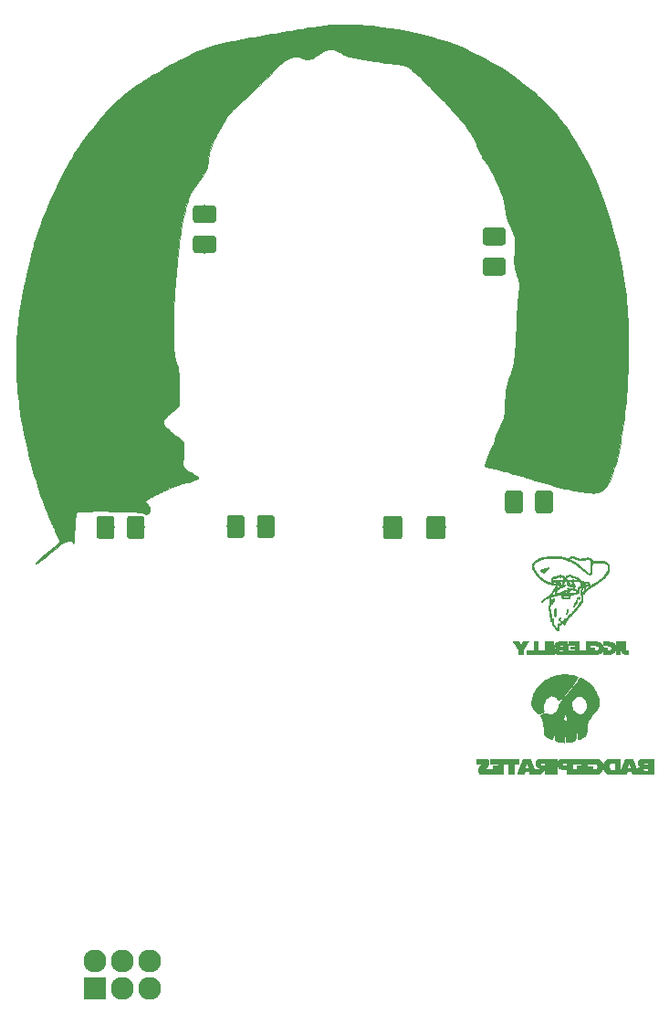
<source format=gbr>
G04 #@! TF.GenerationSoftware,KiCad,Pcbnew,(5.1.2)-1*
G04 #@! TF.CreationDate,2019-07-11T20:21:29-05:00*
G04 #@! TF.ProjectId,keanu-homeboy,6b65616e-752d-4686-9f6d-65626f792e6b,rev?*
G04 #@! TF.SameCoordinates,Original*
G04 #@! TF.FileFunction,Soldermask,Bot*
G04 #@! TF.FilePolarity,Negative*
%FSLAX46Y46*%
G04 Gerber Fmt 4.6, Leading zero omitted, Abs format (unit mm)*
G04 Created by KiCad (PCBNEW (5.1.2)-1) date 2019-07-11 20:21:29*
%MOMM*%
%LPD*%
G04 APERTURE LIST*
%ADD10C,0.010000*%
%ADD11C,0.100000*%
%ADD12C,1.650000*%
%ADD13C,2.127200*%
%ADD14O,2.127200X2.127200*%
%ADD15R,2.127200X2.127200*%
%ADD16C,1.800000*%
G04 APERTURE END LIST*
D10*
G36*
X13364599Y-20030469D02*
G01*
X13813299Y-20034250D01*
X13875580Y-20072773D01*
X13919957Y-20105877D01*
X13953676Y-20146725D01*
X13976155Y-20186175D01*
X13996245Y-20228980D01*
X14007848Y-20266230D01*
X14013177Y-20308253D01*
X14014450Y-20364720D01*
X14013480Y-20417725D01*
X14008930Y-20457590D01*
X13998334Y-20494214D01*
X13979228Y-20537497D01*
X13963650Y-20568818D01*
X13936321Y-20618148D01*
X13904280Y-20665507D01*
X13863400Y-20716216D01*
X13809553Y-20775598D01*
X13776325Y-20810362D01*
X13717239Y-20873004D01*
X13675885Y-20921100D01*
X13650976Y-20956940D01*
X13641226Y-20982814D01*
X13645349Y-21001013D01*
X13662025Y-21013810D01*
X13678859Y-21016036D01*
X13718525Y-21018271D01*
X13778457Y-21020453D01*
X13856085Y-21022525D01*
X13948844Y-21024426D01*
X14054164Y-21026097D01*
X14169480Y-21027479D01*
X14292222Y-21028510D01*
X14297025Y-21028542D01*
X14909800Y-21032546D01*
X14909800Y-20866100D01*
X14427200Y-20866100D01*
X14427200Y-20612100D01*
X14909800Y-20612100D01*
X14909800Y-20447000D01*
X14160500Y-20447000D01*
X14160500Y-20027900D01*
X15379700Y-20027900D01*
X15379700Y-21450300D01*
X14347825Y-21449450D01*
X14150358Y-21449198D01*
X13976913Y-21448775D01*
X13826112Y-21448158D01*
X13696576Y-21447327D01*
X13586927Y-21446259D01*
X13495787Y-21444933D01*
X13421778Y-21443327D01*
X13363521Y-21441421D01*
X13319640Y-21439192D01*
X13288755Y-21436619D01*
X13269489Y-21433680D01*
X13265150Y-21432534D01*
X13174648Y-21393143D01*
X13104804Y-21339253D01*
X13056191Y-21271809D01*
X13029383Y-21191756D01*
X13024952Y-21100037D01*
X13031701Y-21047940D01*
X13050127Y-20974858D01*
X13078938Y-20905005D01*
X13120573Y-20834500D01*
X13177473Y-20759460D01*
X13252078Y-20676004D01*
X13290596Y-20636173D01*
X13334931Y-20589671D01*
X13371362Y-20548588D01*
X13396773Y-20516662D01*
X13408047Y-20497636D01*
X13408216Y-20495033D01*
X13398126Y-20478460D01*
X13378242Y-20466022D01*
X13345516Y-20457199D01*
X13296903Y-20451470D01*
X13229356Y-20448312D01*
X13139830Y-20447206D01*
X13128625Y-20447187D01*
X12915900Y-20447000D01*
X12915900Y-20026689D01*
X13364599Y-20030469D01*
X13364599Y-20030469D01*
G37*
X13364599Y-20030469D02*
X13813299Y-20034250D01*
X13875580Y-20072773D01*
X13919957Y-20105877D01*
X13953676Y-20146725D01*
X13976155Y-20186175D01*
X13996245Y-20228980D01*
X14007848Y-20266230D01*
X14013177Y-20308253D01*
X14014450Y-20364720D01*
X14013480Y-20417725D01*
X14008930Y-20457590D01*
X13998334Y-20494214D01*
X13979228Y-20537497D01*
X13963650Y-20568818D01*
X13936321Y-20618148D01*
X13904280Y-20665507D01*
X13863400Y-20716216D01*
X13809553Y-20775598D01*
X13776325Y-20810362D01*
X13717239Y-20873004D01*
X13675885Y-20921100D01*
X13650976Y-20956940D01*
X13641226Y-20982814D01*
X13645349Y-21001013D01*
X13662025Y-21013810D01*
X13678859Y-21016036D01*
X13718525Y-21018271D01*
X13778457Y-21020453D01*
X13856085Y-21022525D01*
X13948844Y-21024426D01*
X14054164Y-21026097D01*
X14169480Y-21027479D01*
X14292222Y-21028510D01*
X14297025Y-21028542D01*
X14909800Y-21032546D01*
X14909800Y-20866100D01*
X14427200Y-20866100D01*
X14427200Y-20612100D01*
X14909800Y-20612100D01*
X14909800Y-20447000D01*
X14160500Y-20447000D01*
X14160500Y-20027900D01*
X15379700Y-20027900D01*
X15379700Y-21450300D01*
X14347825Y-21449450D01*
X14150358Y-21449198D01*
X13976913Y-21448775D01*
X13826112Y-21448158D01*
X13696576Y-21447327D01*
X13586927Y-21446259D01*
X13495787Y-21444933D01*
X13421778Y-21443327D01*
X13363521Y-21441421D01*
X13319640Y-21439192D01*
X13288755Y-21436619D01*
X13269489Y-21433680D01*
X13265150Y-21432534D01*
X13174648Y-21393143D01*
X13104804Y-21339253D01*
X13056191Y-21271809D01*
X13029383Y-21191756D01*
X13024952Y-21100037D01*
X13031701Y-21047940D01*
X13050127Y-20974858D01*
X13078938Y-20905005D01*
X13120573Y-20834500D01*
X13177473Y-20759460D01*
X13252078Y-20676004D01*
X13290596Y-20636173D01*
X13334931Y-20589671D01*
X13371362Y-20548588D01*
X13396773Y-20516662D01*
X13408047Y-20497636D01*
X13408216Y-20495033D01*
X13398126Y-20478460D01*
X13378242Y-20466022D01*
X13345516Y-20457199D01*
X13296903Y-20451470D01*
X13229356Y-20448312D01*
X13139830Y-20447206D01*
X13128625Y-20447187D01*
X12915900Y-20447000D01*
X12915900Y-20026689D01*
X13364599Y-20030469D01*
G36*
X16789400Y-20447000D02*
G01*
X16344900Y-20447000D01*
X16344900Y-21450300D01*
X15875000Y-21450300D01*
X15875000Y-20447000D01*
X15430500Y-20447000D01*
X15430500Y-20027900D01*
X16789400Y-20027900D01*
X16789400Y-20447000D01*
X16789400Y-20447000D01*
G37*
X16789400Y-20447000D02*
X16344900Y-20447000D01*
X16344900Y-21450300D01*
X15875000Y-21450300D01*
X15875000Y-20447000D01*
X15430500Y-20447000D01*
X15430500Y-20027900D01*
X16789400Y-20027900D01*
X16789400Y-20447000D01*
G36*
X19748500Y-21450300D02*
G01*
X19227800Y-21450300D01*
X19226712Y-20986750D01*
X19001831Y-21218904D01*
X18776950Y-21451059D01*
X18311275Y-21450679D01*
X17845600Y-21450300D01*
X17825402Y-21396325D01*
X17809291Y-21351865D01*
X17790874Y-21299062D01*
X17781877Y-21272500D01*
X17758550Y-21202650D01*
X17543847Y-21199188D01*
X17329143Y-21195727D01*
X17286056Y-21323013D01*
X17242968Y-21450300D01*
X16701381Y-21450300D01*
X16888220Y-20894675D01*
X17347963Y-20894675D01*
X17359844Y-20897931D01*
X17391742Y-20900523D01*
X17438310Y-20902428D01*
X17494200Y-20903622D01*
X17554062Y-20904078D01*
X17612548Y-20903774D01*
X17664310Y-20902685D01*
X17703999Y-20900787D01*
X17726268Y-20898055D01*
X17729200Y-20896408D01*
X17725117Y-20883140D01*
X17713861Y-20850176D01*
X17696917Y-20801669D01*
X17675772Y-20741774D01*
X17651912Y-20674645D01*
X17626823Y-20604435D01*
X17601991Y-20535299D01*
X17578904Y-20471390D01*
X17559046Y-20416862D01*
X17543905Y-20375869D01*
X17534966Y-20352565D01*
X17533276Y-20348832D01*
X17528668Y-20359226D01*
X17517467Y-20389640D01*
X17501063Y-20435978D01*
X17480846Y-20494146D01*
X17458207Y-20560050D01*
X17434535Y-20629596D01*
X17411220Y-20698689D01*
X17389653Y-20763235D01*
X17371223Y-20819140D01*
X17357321Y-20862309D01*
X17349336Y-20888649D01*
X17347963Y-20894675D01*
X16888220Y-20894675D01*
X17177555Y-20034250D01*
X17532752Y-20030953D01*
X17887950Y-20027656D01*
X18216460Y-21031200D01*
X18640163Y-21031200D01*
X18692086Y-20964564D01*
X18717056Y-20929840D01*
X18732499Y-20903006D01*
X18735079Y-20889925D01*
X18718753Y-20881756D01*
X18686544Y-20869461D01*
X18661512Y-20860967D01*
X18558552Y-20816909D01*
X18475771Y-20758569D01*
X18413885Y-20686976D01*
X18373612Y-20603162D01*
X18361007Y-20536415D01*
X18778219Y-20536415D01*
X18788698Y-20585664D01*
X18806061Y-20615275D01*
X18816210Y-20623768D01*
X18832219Y-20629811D01*
X18858064Y-20633805D01*
X18897721Y-20636151D01*
X18955164Y-20637248D01*
X19026568Y-20637500D01*
X19227800Y-20637500D01*
X19227800Y-20383500D01*
X19040125Y-20383500D01*
X18961901Y-20384071D01*
X18905097Y-20386022D01*
X18865753Y-20389710D01*
X18839911Y-20395492D01*
X18824719Y-20402924D01*
X18796998Y-20436292D01*
X18781242Y-20483706D01*
X18778219Y-20536415D01*
X18361007Y-20536415D01*
X18355670Y-20508157D01*
X18357883Y-20424734D01*
X18381401Y-20322505D01*
X18426877Y-20232085D01*
X18492951Y-20155212D01*
X18578262Y-20093622D01*
X18640398Y-20063802D01*
X18659157Y-20056498D01*
X18677481Y-20050491D01*
X18698000Y-20045632D01*
X18723346Y-20041773D01*
X18756150Y-20038765D01*
X18799044Y-20036460D01*
X18854660Y-20034709D01*
X18925627Y-20033363D01*
X19014578Y-20032275D01*
X19124144Y-20031296D01*
X19230975Y-20030472D01*
X19748500Y-20026584D01*
X19748500Y-21450300D01*
X19748500Y-21450300D01*
G37*
X19748500Y-21450300D02*
X19227800Y-21450300D01*
X19226712Y-20986750D01*
X19001831Y-21218904D01*
X18776950Y-21451059D01*
X18311275Y-21450679D01*
X17845600Y-21450300D01*
X17825402Y-21396325D01*
X17809291Y-21351865D01*
X17790874Y-21299062D01*
X17781877Y-21272500D01*
X17758550Y-21202650D01*
X17543847Y-21199188D01*
X17329143Y-21195727D01*
X17286056Y-21323013D01*
X17242968Y-21450300D01*
X16701381Y-21450300D01*
X16888220Y-20894675D01*
X17347963Y-20894675D01*
X17359844Y-20897931D01*
X17391742Y-20900523D01*
X17438310Y-20902428D01*
X17494200Y-20903622D01*
X17554062Y-20904078D01*
X17612548Y-20903774D01*
X17664310Y-20902685D01*
X17703999Y-20900787D01*
X17726268Y-20898055D01*
X17729200Y-20896408D01*
X17725117Y-20883140D01*
X17713861Y-20850176D01*
X17696917Y-20801669D01*
X17675772Y-20741774D01*
X17651912Y-20674645D01*
X17626823Y-20604435D01*
X17601991Y-20535299D01*
X17578904Y-20471390D01*
X17559046Y-20416862D01*
X17543905Y-20375869D01*
X17534966Y-20352565D01*
X17533276Y-20348832D01*
X17528668Y-20359226D01*
X17517467Y-20389640D01*
X17501063Y-20435978D01*
X17480846Y-20494146D01*
X17458207Y-20560050D01*
X17434535Y-20629596D01*
X17411220Y-20698689D01*
X17389653Y-20763235D01*
X17371223Y-20819140D01*
X17357321Y-20862309D01*
X17349336Y-20888649D01*
X17347963Y-20894675D01*
X16888220Y-20894675D01*
X17177555Y-20034250D01*
X17532752Y-20030953D01*
X17887950Y-20027656D01*
X18216460Y-21031200D01*
X18640163Y-21031200D01*
X18692086Y-20964564D01*
X18717056Y-20929840D01*
X18732499Y-20903006D01*
X18735079Y-20889925D01*
X18718753Y-20881756D01*
X18686544Y-20869461D01*
X18661512Y-20860967D01*
X18558552Y-20816909D01*
X18475771Y-20758569D01*
X18413885Y-20686976D01*
X18373612Y-20603162D01*
X18361007Y-20536415D01*
X18778219Y-20536415D01*
X18788698Y-20585664D01*
X18806061Y-20615275D01*
X18816210Y-20623768D01*
X18832219Y-20629811D01*
X18858064Y-20633805D01*
X18897721Y-20636151D01*
X18955164Y-20637248D01*
X19026568Y-20637500D01*
X19227800Y-20637500D01*
X19227800Y-20383500D01*
X19040125Y-20383500D01*
X18961901Y-20384071D01*
X18905097Y-20386022D01*
X18865753Y-20389710D01*
X18839911Y-20395492D01*
X18824719Y-20402924D01*
X18796998Y-20436292D01*
X18781242Y-20483706D01*
X18778219Y-20536415D01*
X18361007Y-20536415D01*
X18355670Y-20508157D01*
X18357883Y-20424734D01*
X18381401Y-20322505D01*
X18426877Y-20232085D01*
X18492951Y-20155212D01*
X18578262Y-20093622D01*
X18640398Y-20063802D01*
X18659157Y-20056498D01*
X18677481Y-20050491D01*
X18698000Y-20045632D01*
X18723346Y-20041773D01*
X18756150Y-20038765D01*
X18799044Y-20036460D01*
X18854660Y-20034709D01*
X18925627Y-20033363D01*
X19014578Y-20032275D01*
X19124144Y-20031296D01*
X19230975Y-20030472D01*
X19748500Y-20026584D01*
X19748500Y-21450300D01*
G36*
X20307300Y-21450300D02*
G01*
X19850100Y-21450300D01*
X19850100Y-20027900D01*
X20307300Y-20027900D01*
X20307300Y-21450300D01*
X20307300Y-21450300D01*
G37*
X20307300Y-21450300D02*
X19850100Y-21450300D01*
X19850100Y-20027900D01*
X20307300Y-20027900D01*
X20307300Y-21450300D01*
G36*
X21767800Y-21031200D02*
G01*
X22644100Y-21031200D01*
X22644100Y-20866100D01*
X22161500Y-20866100D01*
X22161500Y-20612100D01*
X22644100Y-20612100D01*
X22644100Y-20447000D01*
X21882100Y-20447000D01*
X21882100Y-20027900D01*
X23114000Y-20027900D01*
X23114000Y-21450300D01*
X21259800Y-21450300D01*
X21259800Y-20980400D01*
X21028025Y-20980249D01*
X20927452Y-20979387D01*
X20847413Y-20976439D01*
X20783074Y-20970642D01*
X20729604Y-20961230D01*
X20682168Y-20947442D01*
X20635935Y-20928513D01*
X20604778Y-20913364D01*
X20542486Y-20873143D01*
X20483273Y-20819679D01*
X20432688Y-20759284D01*
X20396277Y-20698273D01*
X20382671Y-20660594D01*
X20367381Y-20555916D01*
X20368723Y-20516272D01*
X20802600Y-20516272D01*
X20803697Y-20557459D01*
X20809168Y-20588086D01*
X20822283Y-20609713D01*
X20846309Y-20623901D01*
X20884517Y-20632210D01*
X20940175Y-20636199D01*
X21016552Y-20637430D01*
X21056600Y-20637500D01*
X21259800Y-20637500D01*
X21259800Y-20383500D01*
X21062372Y-20383500D01*
X20987422Y-20383649D01*
X20933543Y-20384490D01*
X20896407Y-20386613D01*
X20871686Y-20390609D01*
X20855050Y-20397067D01*
X20842173Y-20406579D01*
X20833772Y-20414672D01*
X20814660Y-20438894D01*
X20805266Y-20468107D01*
X20802610Y-20512019D01*
X20802600Y-20516272D01*
X20368723Y-20516272D01*
X20370930Y-20451135D01*
X20392001Y-20350886D01*
X20429276Y-20259802D01*
X20481437Y-20182519D01*
X20532314Y-20134260D01*
X20575564Y-20106007D01*
X20628177Y-20077868D01*
X20659314Y-20063946D01*
X20678147Y-20056607D01*
X20696487Y-20050572D01*
X20716968Y-20045691D01*
X20742223Y-20041814D01*
X20774883Y-20038794D01*
X20817582Y-20036481D01*
X20872951Y-20034725D01*
X20943623Y-20033377D01*
X21032230Y-20032290D01*
X21141406Y-20031312D01*
X21250275Y-20030472D01*
X21767800Y-20026584D01*
X21767800Y-21031200D01*
X21767800Y-21031200D01*
G37*
X21767800Y-21031200D02*
X22644100Y-21031200D01*
X22644100Y-20866100D01*
X22161500Y-20866100D01*
X22161500Y-20612100D01*
X22644100Y-20612100D01*
X22644100Y-20447000D01*
X21882100Y-20447000D01*
X21882100Y-20027900D01*
X23114000Y-20027900D01*
X23114000Y-21450300D01*
X21259800Y-21450300D01*
X21259800Y-20980400D01*
X21028025Y-20980249D01*
X20927452Y-20979387D01*
X20847413Y-20976439D01*
X20783074Y-20970642D01*
X20729604Y-20961230D01*
X20682168Y-20947442D01*
X20635935Y-20928513D01*
X20604778Y-20913364D01*
X20542486Y-20873143D01*
X20483273Y-20819679D01*
X20432688Y-20759284D01*
X20396277Y-20698273D01*
X20382671Y-20660594D01*
X20367381Y-20555916D01*
X20368723Y-20516272D01*
X20802600Y-20516272D01*
X20803697Y-20557459D01*
X20809168Y-20588086D01*
X20822283Y-20609713D01*
X20846309Y-20623901D01*
X20884517Y-20632210D01*
X20940175Y-20636199D01*
X21016552Y-20637430D01*
X21056600Y-20637500D01*
X21259800Y-20637500D01*
X21259800Y-20383500D01*
X21062372Y-20383500D01*
X20987422Y-20383649D01*
X20933543Y-20384490D01*
X20896407Y-20386613D01*
X20871686Y-20390609D01*
X20855050Y-20397067D01*
X20842173Y-20406579D01*
X20833772Y-20414672D01*
X20814660Y-20438894D01*
X20805266Y-20468107D01*
X20802610Y-20512019D01*
X20802600Y-20516272D01*
X20368723Y-20516272D01*
X20370930Y-20451135D01*
X20392001Y-20350886D01*
X20429276Y-20259802D01*
X20481437Y-20182519D01*
X20532314Y-20134260D01*
X20575564Y-20106007D01*
X20628177Y-20077868D01*
X20659314Y-20063946D01*
X20678147Y-20056607D01*
X20696487Y-20050572D01*
X20716968Y-20045691D01*
X20742223Y-20041814D01*
X20774883Y-20038794D01*
X20817582Y-20036481D01*
X20872951Y-20034725D01*
X20943623Y-20033377D01*
X21032230Y-20032290D01*
X21141406Y-20031312D01*
X21250275Y-20030472D01*
X21767800Y-20026584D01*
X21767800Y-21031200D01*
G36*
X23665887Y-20028324D02*
G01*
X23771640Y-20029851D01*
X23859179Y-20032858D01*
X23932092Y-20037726D01*
X23993967Y-20044833D01*
X24048391Y-20054559D01*
X24098953Y-20067282D01*
X24149240Y-20083382D01*
X24184356Y-20096168D01*
X24305185Y-20153868D01*
X24407931Y-20228400D01*
X24491541Y-20318477D01*
X24554963Y-20422813D01*
X24597143Y-20540124D01*
X24612118Y-20618450D01*
X24619036Y-20756157D01*
X24603354Y-20886958D01*
X24566162Y-21008695D01*
X24508551Y-21119213D01*
X24431612Y-21216354D01*
X24336435Y-21297960D01*
X24239874Y-21354533D01*
X24192339Y-21376726D01*
X24148978Y-21394808D01*
X24106441Y-21409242D01*
X24061380Y-21420494D01*
X24010445Y-21429029D01*
X23950288Y-21435312D01*
X23877557Y-21439806D01*
X23788906Y-21442978D01*
X23680983Y-21445291D01*
X23574375Y-21446892D01*
X23164800Y-21452427D01*
X23164800Y-20739100D01*
X23608468Y-20739100D01*
X23615650Y-21024850D01*
X23723600Y-21021051D01*
X23830348Y-21014123D01*
X23915029Y-21000959D01*
X23980448Y-20980462D01*
X24029413Y-20951531D01*
X24064730Y-20913069D01*
X24082567Y-20880496D01*
X24098925Y-20824768D01*
X24106887Y-20757191D01*
X24106053Y-20688654D01*
X24096028Y-20630044D01*
X24092128Y-20618450D01*
X24071705Y-20576496D01*
X24044027Y-20541633D01*
X24006872Y-20513277D01*
X23958022Y-20490841D01*
X23895256Y-20473743D01*
X23816355Y-20461396D01*
X23719099Y-20453216D01*
X23601268Y-20448619D01*
X23460642Y-20447018D01*
X23441358Y-20447000D01*
X23164800Y-20447000D01*
X23164800Y-20027900D01*
X23538332Y-20027900D01*
X23665887Y-20028324D01*
X23665887Y-20028324D01*
G37*
X23665887Y-20028324D02*
X23771640Y-20029851D01*
X23859179Y-20032858D01*
X23932092Y-20037726D01*
X23993967Y-20044833D01*
X24048391Y-20054559D01*
X24098953Y-20067282D01*
X24149240Y-20083382D01*
X24184356Y-20096168D01*
X24305185Y-20153868D01*
X24407931Y-20228400D01*
X24491541Y-20318477D01*
X24554963Y-20422813D01*
X24597143Y-20540124D01*
X24612118Y-20618450D01*
X24619036Y-20756157D01*
X24603354Y-20886958D01*
X24566162Y-21008695D01*
X24508551Y-21119213D01*
X24431612Y-21216354D01*
X24336435Y-21297960D01*
X24239874Y-21354533D01*
X24192339Y-21376726D01*
X24148978Y-21394808D01*
X24106441Y-21409242D01*
X24061380Y-21420494D01*
X24010445Y-21429029D01*
X23950288Y-21435312D01*
X23877557Y-21439806D01*
X23788906Y-21442978D01*
X23680983Y-21445291D01*
X23574375Y-21446892D01*
X23164800Y-21452427D01*
X23164800Y-20739100D01*
X23608468Y-20739100D01*
X23615650Y-21024850D01*
X23723600Y-21021051D01*
X23830348Y-21014123D01*
X23915029Y-21000959D01*
X23980448Y-20980462D01*
X24029413Y-20951531D01*
X24064730Y-20913069D01*
X24082567Y-20880496D01*
X24098925Y-20824768D01*
X24106887Y-20757191D01*
X24106053Y-20688654D01*
X24096028Y-20630044D01*
X24092128Y-20618450D01*
X24071705Y-20576496D01*
X24044027Y-20541633D01*
X24006872Y-20513277D01*
X23958022Y-20490841D01*
X23895256Y-20473743D01*
X23816355Y-20461396D01*
X23719099Y-20453216D01*
X23601268Y-20448619D01*
X23460642Y-20447018D01*
X23441358Y-20447000D01*
X23164800Y-20447000D01*
X23164800Y-20027900D01*
X23538332Y-20027900D01*
X23665887Y-20028324D01*
G36*
X27602287Y-20716682D02*
G01*
X27644155Y-20843944D01*
X27683731Y-20964362D01*
X27720285Y-21075705D01*
X27753088Y-21175744D01*
X27781410Y-21262251D01*
X27804520Y-21332995D01*
X27821689Y-21385749D01*
X27832186Y-21418281D01*
X27835243Y-21428075D01*
X27835724Y-21435637D01*
X27830311Y-21441266D01*
X27815846Y-21445242D01*
X27789171Y-21447850D01*
X27747128Y-21449373D01*
X27686557Y-21450094D01*
X27604301Y-21450296D01*
X27587362Y-21450300D01*
X27333362Y-21450300D01*
X27288965Y-21326475D01*
X27244567Y-21202650D01*
X26816050Y-21202650D01*
X26773383Y-21326475D01*
X26730717Y-21450300D01*
X25992333Y-21449153D01*
X25818641Y-21448711D01*
X25668807Y-21447940D01*
X25541290Y-21446809D01*
X25434549Y-21445284D01*
X25347045Y-21443332D01*
X25277236Y-21440922D01*
X25223582Y-21438021D01*
X25184543Y-21434596D01*
X25163695Y-21431621D01*
X25040110Y-21397825D01*
X24932541Y-21344572D01*
X24841427Y-21272467D01*
X24767211Y-21182116D01*
X24710331Y-21074126D01*
X24671229Y-20949103D01*
X24650344Y-20807654D01*
X24647409Y-20735873D01*
X25185141Y-20735873D01*
X25189738Y-20814475D01*
X25200777Y-20882779D01*
X25202700Y-20890407D01*
X25226341Y-20947093D01*
X25263762Y-21001687D01*
X25308964Y-21047269D01*
X25355949Y-21076917D01*
X25368143Y-21081286D01*
X25395388Y-21085655D01*
X25441653Y-21089414D01*
X25500556Y-21092171D01*
X25565718Y-21093535D01*
X25568275Y-21093554D01*
X25730200Y-21094700D01*
X25730200Y-20383500D01*
X25555575Y-20383708D01*
X25483829Y-20384171D01*
X25432217Y-20385805D01*
X25395475Y-20389283D01*
X25368342Y-20395275D01*
X25345556Y-20404453D01*
X25330678Y-20412391D01*
X25276948Y-20454867D01*
X25231286Y-20513156D01*
X25200773Y-20577691D01*
X25196270Y-20593985D01*
X25187235Y-20658525D01*
X25185141Y-20735873D01*
X24647409Y-20735873D01*
X24646761Y-20720050D01*
X24650016Y-20618078D01*
X24662426Y-20531378D01*
X24685956Y-20450861D01*
X24722568Y-20367437D01*
X24723243Y-20366085D01*
X24785694Y-20267083D01*
X24865720Y-20185798D01*
X24964853Y-20120724D01*
X24981507Y-20112247D01*
X25023560Y-20092271D01*
X25063047Y-20075727D01*
X25102848Y-20062293D01*
X25145842Y-20051646D01*
X25194910Y-20043465D01*
X25252929Y-20037427D01*
X25322781Y-20033211D01*
X25407344Y-20030493D01*
X25509498Y-20028952D01*
X25632122Y-20028265D01*
X25733375Y-20028120D01*
X26212800Y-20027900D01*
X26214804Y-21380450D01*
X26378924Y-20890512D01*
X26839539Y-20890512D01*
X26845443Y-20896540D01*
X26861767Y-20900492D01*
X26892086Y-20902797D01*
X26939976Y-20903887D01*
X27009013Y-20904194D01*
X27024744Y-20904200D01*
X27091215Y-20903604D01*
X27147681Y-20901961D01*
X27189756Y-20899491D01*
X27213053Y-20896410D01*
X27216292Y-20894675D01*
X27212208Y-20880478D01*
X27200657Y-20845923D01*
X27182859Y-20794516D01*
X27160035Y-20729766D01*
X27133408Y-20655180D01*
X27118451Y-20613638D01*
X27020418Y-20342126D01*
X26933993Y-20600938D01*
X26908051Y-20678672D01*
X26884551Y-20749169D01*
X26864789Y-20808541D01*
X26850059Y-20852900D01*
X26841653Y-20878356D01*
X26840478Y-20881975D01*
X26839539Y-20890512D01*
X26378924Y-20890512D01*
X26665756Y-20034250D01*
X27375450Y-20027514D01*
X27602287Y-20716682D01*
X27602287Y-20716682D01*
G37*
X27602287Y-20716682D02*
X27644155Y-20843944D01*
X27683731Y-20964362D01*
X27720285Y-21075705D01*
X27753088Y-21175744D01*
X27781410Y-21262251D01*
X27804520Y-21332995D01*
X27821689Y-21385749D01*
X27832186Y-21418281D01*
X27835243Y-21428075D01*
X27835724Y-21435637D01*
X27830311Y-21441266D01*
X27815846Y-21445242D01*
X27789171Y-21447850D01*
X27747128Y-21449373D01*
X27686557Y-21450094D01*
X27604301Y-21450296D01*
X27587362Y-21450300D01*
X27333362Y-21450300D01*
X27288965Y-21326475D01*
X27244567Y-21202650D01*
X26816050Y-21202650D01*
X26773383Y-21326475D01*
X26730717Y-21450300D01*
X25992333Y-21449153D01*
X25818641Y-21448711D01*
X25668807Y-21447940D01*
X25541290Y-21446809D01*
X25434549Y-21445284D01*
X25347045Y-21443332D01*
X25277236Y-21440922D01*
X25223582Y-21438021D01*
X25184543Y-21434596D01*
X25163695Y-21431621D01*
X25040110Y-21397825D01*
X24932541Y-21344572D01*
X24841427Y-21272467D01*
X24767211Y-21182116D01*
X24710331Y-21074126D01*
X24671229Y-20949103D01*
X24650344Y-20807654D01*
X24647409Y-20735873D01*
X25185141Y-20735873D01*
X25189738Y-20814475D01*
X25200777Y-20882779D01*
X25202700Y-20890407D01*
X25226341Y-20947093D01*
X25263762Y-21001687D01*
X25308964Y-21047269D01*
X25355949Y-21076917D01*
X25368143Y-21081286D01*
X25395388Y-21085655D01*
X25441653Y-21089414D01*
X25500556Y-21092171D01*
X25565718Y-21093535D01*
X25568275Y-21093554D01*
X25730200Y-21094700D01*
X25730200Y-20383500D01*
X25555575Y-20383708D01*
X25483829Y-20384171D01*
X25432217Y-20385805D01*
X25395475Y-20389283D01*
X25368342Y-20395275D01*
X25345556Y-20404453D01*
X25330678Y-20412391D01*
X25276948Y-20454867D01*
X25231286Y-20513156D01*
X25200773Y-20577691D01*
X25196270Y-20593985D01*
X25187235Y-20658525D01*
X25185141Y-20735873D01*
X24647409Y-20735873D01*
X24646761Y-20720050D01*
X24650016Y-20618078D01*
X24662426Y-20531378D01*
X24685956Y-20450861D01*
X24722568Y-20367437D01*
X24723243Y-20366085D01*
X24785694Y-20267083D01*
X24865720Y-20185798D01*
X24964853Y-20120724D01*
X24981507Y-20112247D01*
X25023560Y-20092271D01*
X25063047Y-20075727D01*
X25102848Y-20062293D01*
X25145842Y-20051646D01*
X25194910Y-20043465D01*
X25252929Y-20037427D01*
X25322781Y-20033211D01*
X25407344Y-20030493D01*
X25509498Y-20028952D01*
X25632122Y-20028265D01*
X25733375Y-20028120D01*
X26212800Y-20027900D01*
X26214804Y-21380450D01*
X26378924Y-20890512D01*
X26839539Y-20890512D01*
X26845443Y-20896540D01*
X26861767Y-20900492D01*
X26892086Y-20902797D01*
X26939976Y-20903887D01*
X27009013Y-20904194D01*
X27024744Y-20904200D01*
X27091215Y-20903604D01*
X27147681Y-20901961D01*
X27189756Y-20899491D01*
X27213053Y-20896410D01*
X27216292Y-20894675D01*
X27212208Y-20880478D01*
X27200657Y-20845923D01*
X27182859Y-20794516D01*
X27160035Y-20729766D01*
X27133408Y-20655180D01*
X27118451Y-20613638D01*
X27020418Y-20342126D01*
X26933993Y-20600938D01*
X26908051Y-20678672D01*
X26884551Y-20749169D01*
X26864789Y-20808541D01*
X26850059Y-20852900D01*
X26841653Y-20878356D01*
X26840478Y-20881975D01*
X26839539Y-20890512D01*
X26378924Y-20890512D01*
X26665756Y-20034250D01*
X27375450Y-20027514D01*
X27602287Y-20716682D01*
G36*
X29311600Y-21450300D02*
G01*
X28775025Y-21448693D01*
X28657057Y-21448087D01*
X28543974Y-21447026D01*
X28438972Y-21445575D01*
X28345247Y-21443799D01*
X28265995Y-21441762D01*
X28204413Y-21439528D01*
X28163697Y-21437162D01*
X28153616Y-21436148D01*
X28041909Y-21412557D01*
X27948415Y-21373438D01*
X27874052Y-21319656D01*
X27819734Y-21252079D01*
X27786379Y-21171572D01*
X27774901Y-21079002D01*
X27774900Y-21077993D01*
X27784467Y-21012811D01*
X28297539Y-21012811D01*
X28303657Y-21056243D01*
X28323097Y-21088132D01*
X28345479Y-21112678D01*
X28371166Y-21130755D01*
X28404284Y-21143319D01*
X28448960Y-21151331D01*
X28509319Y-21155747D01*
X28589488Y-21157526D01*
X28622625Y-21157702D01*
X28816300Y-21158200D01*
X28816300Y-20904200D01*
X28619042Y-20904200D01*
X28527547Y-20905218D01*
X28457654Y-20908808D01*
X28405628Y-20915772D01*
X28367733Y-20926912D01*
X28340233Y-20943029D01*
X28319392Y-20964925D01*
X28316309Y-20969184D01*
X28297539Y-21012811D01*
X27784467Y-21012811D01*
X27787038Y-20995302D01*
X27821396Y-20918229D01*
X27874885Y-20850219D01*
X27944416Y-20794719D01*
X28026902Y-20755175D01*
X28076360Y-20741542D01*
X28123924Y-20731659D01*
X28040620Y-20692677D01*
X27958423Y-20646294D01*
X27899301Y-20593497D01*
X27861152Y-20531243D01*
X27847616Y-20478750D01*
X28384500Y-20478750D01*
X28394863Y-20527203D01*
X28415672Y-20555527D01*
X28428880Y-20567683D01*
X28443115Y-20576183D01*
X28462901Y-20581679D01*
X28492762Y-20584826D01*
X28537222Y-20586276D01*
X28600803Y-20586683D01*
X28631572Y-20586700D01*
X28816300Y-20586700D01*
X28816300Y-20370800D01*
X28631572Y-20370800D01*
X28559359Y-20370977D01*
X28508022Y-20371945D01*
X28473037Y-20374356D01*
X28449881Y-20378864D01*
X28434030Y-20386122D01*
X28420961Y-20396783D01*
X28415672Y-20401972D01*
X28389637Y-20443170D01*
X28384500Y-20478750D01*
X27847616Y-20478750D01*
X27841875Y-20456489D01*
X27838470Y-20399851D01*
X27850011Y-20306526D01*
X27883534Y-20222902D01*
X27937082Y-20152116D01*
X28008695Y-20097306D01*
X28036179Y-20083158D01*
X28065829Y-20070339D01*
X28095886Y-20059652D01*
X28128900Y-20050907D01*
X28167421Y-20043912D01*
X28214002Y-20038477D01*
X28271191Y-20034410D01*
X28341540Y-20031519D01*
X28427600Y-20029615D01*
X28531922Y-20028505D01*
X28657055Y-20027998D01*
X28773583Y-20027900D01*
X29311600Y-20027900D01*
X29311600Y-21450300D01*
X29311600Y-21450300D01*
G37*
X29311600Y-21450300D02*
X28775025Y-21448693D01*
X28657057Y-21448087D01*
X28543974Y-21447026D01*
X28438972Y-21445575D01*
X28345247Y-21443799D01*
X28265995Y-21441762D01*
X28204413Y-21439528D01*
X28163697Y-21437162D01*
X28153616Y-21436148D01*
X28041909Y-21412557D01*
X27948415Y-21373438D01*
X27874052Y-21319656D01*
X27819734Y-21252079D01*
X27786379Y-21171572D01*
X27774901Y-21079002D01*
X27774900Y-21077993D01*
X27784467Y-21012811D01*
X28297539Y-21012811D01*
X28303657Y-21056243D01*
X28323097Y-21088132D01*
X28345479Y-21112678D01*
X28371166Y-21130755D01*
X28404284Y-21143319D01*
X28448960Y-21151331D01*
X28509319Y-21155747D01*
X28589488Y-21157526D01*
X28622625Y-21157702D01*
X28816300Y-21158200D01*
X28816300Y-20904200D01*
X28619042Y-20904200D01*
X28527547Y-20905218D01*
X28457654Y-20908808D01*
X28405628Y-20915772D01*
X28367733Y-20926912D01*
X28340233Y-20943029D01*
X28319392Y-20964925D01*
X28316309Y-20969184D01*
X28297539Y-21012811D01*
X27784467Y-21012811D01*
X27787038Y-20995302D01*
X27821396Y-20918229D01*
X27874885Y-20850219D01*
X27944416Y-20794719D01*
X28026902Y-20755175D01*
X28076360Y-20741542D01*
X28123924Y-20731659D01*
X28040620Y-20692677D01*
X27958423Y-20646294D01*
X27899301Y-20593497D01*
X27861152Y-20531243D01*
X27847616Y-20478750D01*
X28384500Y-20478750D01*
X28394863Y-20527203D01*
X28415672Y-20555527D01*
X28428880Y-20567683D01*
X28443115Y-20576183D01*
X28462901Y-20581679D01*
X28492762Y-20584826D01*
X28537222Y-20586276D01*
X28600803Y-20586683D01*
X28631572Y-20586700D01*
X28816300Y-20586700D01*
X28816300Y-20370800D01*
X28631572Y-20370800D01*
X28559359Y-20370977D01*
X28508022Y-20371945D01*
X28473037Y-20374356D01*
X28449881Y-20378864D01*
X28434030Y-20386122D01*
X28420961Y-20396783D01*
X28415672Y-20401972D01*
X28389637Y-20443170D01*
X28384500Y-20478750D01*
X27847616Y-20478750D01*
X27841875Y-20456489D01*
X27838470Y-20399851D01*
X27850011Y-20306526D01*
X27883534Y-20222902D01*
X27937082Y-20152116D01*
X28008695Y-20097306D01*
X28036179Y-20083158D01*
X28065829Y-20070339D01*
X28095886Y-20059652D01*
X28128900Y-20050907D01*
X28167421Y-20043912D01*
X28214002Y-20038477D01*
X28271191Y-20034410D01*
X28341540Y-20031519D01*
X28427600Y-20029615D01*
X28531922Y-20028505D01*
X28657055Y-20027998D01*
X28773583Y-20027900D01*
X29311600Y-20027900D01*
X29311600Y-21450300D01*
G36*
X22532846Y-12538398D02*
G01*
X22601311Y-12561958D01*
X22681498Y-12595868D01*
X22770348Y-12638768D01*
X22864803Y-12689295D01*
X22961803Y-12746087D01*
X23029993Y-12789107D01*
X23204996Y-12910084D01*
X23358895Y-13032500D01*
X23495820Y-13160667D01*
X23619904Y-13298895D01*
X23735278Y-13451496D01*
X23846074Y-13622781D01*
X23873973Y-13669765D01*
X23991679Y-13887431D01*
X24086357Y-14098070D01*
X24157959Y-14301329D01*
X24206437Y-14496853D01*
X24231743Y-14684288D01*
X24233828Y-14863281D01*
X24212644Y-15033477D01*
X24168141Y-15194522D01*
X24102681Y-15341600D01*
X24065097Y-15407488D01*
X24020917Y-15476618D01*
X23967903Y-15552062D01*
X23903817Y-15636895D01*
X23826420Y-15734190D01*
X23742650Y-15836012D01*
X23655254Y-15941394D01*
X23582288Y-16030459D01*
X23521583Y-16106113D01*
X23470969Y-16171266D01*
X23428278Y-16228824D01*
X23391339Y-16281695D01*
X23357984Y-16332788D01*
X23326043Y-16385009D01*
X23300731Y-16428368D01*
X23253013Y-16516016D01*
X23213672Y-16599877D01*
X23181821Y-16683880D01*
X23156572Y-16771949D01*
X23137037Y-16868012D01*
X23122327Y-16975994D01*
X23111555Y-17099823D01*
X23103832Y-17243425D01*
X23101301Y-17310100D01*
X23096434Y-17434156D01*
X23090732Y-17535883D01*
X23083496Y-17618348D01*
X23074026Y-17684622D01*
X23061626Y-17737774D01*
X23045595Y-17780874D01*
X23025236Y-17816990D01*
X22999850Y-17849192D01*
X22972237Y-17877261D01*
X22932645Y-17910020D01*
X22875825Y-17950797D01*
X22807208Y-17996135D01*
X22732229Y-18042579D01*
X22656321Y-18086676D01*
X22584916Y-18124969D01*
X22574250Y-18130338D01*
X22497961Y-18165964D01*
X22438712Y-18187651D01*
X22392830Y-18196165D01*
X22356642Y-18192268D01*
X22332135Y-18180683D01*
X22309510Y-18162275D01*
X22291764Y-18138006D01*
X22278103Y-18104526D01*
X22267733Y-18058483D01*
X22259862Y-17996527D01*
X22253696Y-17915307D01*
X22249301Y-17830800D01*
X22242192Y-17702769D01*
X22233575Y-17599417D01*
X22223311Y-17520058D01*
X22211262Y-17464007D01*
X22197288Y-17430580D01*
X22181252Y-17419092D01*
X22167181Y-17424954D01*
X22153446Y-17441630D01*
X22142183Y-17468438D01*
X22132941Y-17508198D01*
X22125272Y-17563730D01*
X22118724Y-17637851D01*
X22112848Y-17733383D01*
X22110499Y-17780000D01*
X22106322Y-17861554D01*
X22101885Y-17938754D01*
X22097528Y-18006322D01*
X22093590Y-18058985D01*
X22090453Y-18091150D01*
X22066978Y-18193986D01*
X22025431Y-18279729D01*
X21966259Y-18347714D01*
X21889913Y-18397277D01*
X21881124Y-18401294D01*
X21813300Y-18424186D01*
X21724553Y-18443070D01*
X21619133Y-18457321D01*
X21501289Y-18466310D01*
X21422249Y-18468996D01*
X21349516Y-18470407D01*
X21293984Y-18469681D01*
X21253204Y-18463843D01*
X21224728Y-18449917D01*
X21206110Y-18424928D01*
X21194901Y-18385901D01*
X21188653Y-18329861D01*
X21184920Y-18253832D01*
X21182116Y-18177109D01*
X21176700Y-18061884D01*
X21169860Y-17969419D01*
X21161256Y-17897096D01*
X21150548Y-17842300D01*
X21137396Y-17802414D01*
X21131938Y-17791090D01*
X21116832Y-17771153D01*
X21102240Y-17772656D01*
X21085721Y-17796882D01*
X21074538Y-17821275D01*
X21067032Y-17842435D01*
X21061058Y-17868800D01*
X21056334Y-17903803D01*
X21052576Y-17950876D01*
X21049503Y-18013453D01*
X21046832Y-18094967D01*
X21044584Y-18185366D01*
X21041802Y-18285678D01*
X21038444Y-18368896D01*
X21034634Y-18433085D01*
X21030494Y-18476312D01*
X21026146Y-18496640D01*
X21024850Y-18497979D01*
X21007633Y-18497517D01*
X20971092Y-18494309D01*
X20921084Y-18488920D01*
X20878800Y-18483856D01*
X20751105Y-18467670D01*
X20645681Y-18453570D01*
X20559541Y-18440963D01*
X20489696Y-18429253D01*
X20433161Y-18417848D01*
X20386948Y-18406153D01*
X20348068Y-18393575D01*
X20313535Y-18379520D01*
X20285167Y-18365866D01*
X20241830Y-18340122D01*
X20206901Y-18309745D01*
X20179349Y-18271728D01*
X20158140Y-18223068D01*
X20142243Y-18160758D01*
X20130626Y-18081793D01*
X20122255Y-17983168D01*
X20116650Y-17875250D01*
X20109884Y-17742494D01*
X20101724Y-17634041D01*
X20092032Y-17548823D01*
X20080670Y-17485773D01*
X20067500Y-17443825D01*
X20058734Y-17428420D01*
X20043702Y-17413132D01*
X20032420Y-17418573D01*
X20028186Y-17424400D01*
X20016225Y-17446701D01*
X20006177Y-17477058D01*
X19997583Y-17518580D01*
X19989981Y-17574378D01*
X19982911Y-17647563D01*
X19975913Y-17741246D01*
X19971755Y-17805400D01*
X19965065Y-17905061D01*
X19958675Y-17982466D01*
X19952198Y-18040751D01*
X19945248Y-18083051D01*
X19937439Y-18112501D01*
X19932407Y-18124839D01*
X19900951Y-18168066D01*
X19859462Y-18193912D01*
X19830135Y-18199100D01*
X19794241Y-18192288D01*
X19741489Y-18173278D01*
X19675987Y-18144209D01*
X19601843Y-18107220D01*
X19523166Y-18064450D01*
X19444064Y-18018038D01*
X19368645Y-17970123D01*
X19304604Y-17925492D01*
X19261405Y-17891844D01*
X19225778Y-17858567D01*
X19196894Y-17822789D01*
X19173920Y-17781635D01*
X19156027Y-17732231D01*
X19142382Y-17671704D01*
X19132156Y-17597178D01*
X19124517Y-17505781D01*
X19118634Y-17394637D01*
X19113833Y-17265650D01*
X19108444Y-17123501D01*
X19101876Y-17002484D01*
X19093324Y-16898331D01*
X19081979Y-16806776D01*
X19067034Y-16723553D01*
X19047683Y-16644396D01*
X19023118Y-16565037D01*
X18992532Y-16481211D01*
X18955118Y-16388651D01*
X18942641Y-16359022D01*
X20944989Y-16359022D01*
X20951342Y-16400424D01*
X20954223Y-16406949D01*
X20987754Y-16444765D01*
X21037613Y-16471082D01*
X21096562Y-16483879D01*
X21157363Y-16481136D01*
X21188616Y-16472407D01*
X21228390Y-16450942D01*
X21255226Y-16420038D01*
X21269530Y-16377035D01*
X21271707Y-16319271D01*
X21262164Y-16244085D01*
X21241305Y-16148814D01*
X21239218Y-16140477D01*
X21211629Y-16041444D01*
X21183951Y-15961948D01*
X21156821Y-15903232D01*
X21130876Y-15866538D01*
X21106755Y-15853112D01*
X21093677Y-15856581D01*
X21077765Y-15875868D01*
X21057322Y-15914153D01*
X21034630Y-15965966D01*
X21011972Y-16025837D01*
X20991632Y-16088295D01*
X20981039Y-16126495D01*
X20960110Y-16219207D01*
X20948003Y-16297666D01*
X20944989Y-16359022D01*
X18942641Y-16359022D01*
X18942042Y-16357600D01*
X18906932Y-16273187D01*
X18881355Y-16207145D01*
X18863938Y-16154904D01*
X18853305Y-16111895D01*
X18848083Y-16073550D01*
X18846870Y-16041308D01*
X18849501Y-16004876D01*
X18860891Y-15977349D01*
X18886119Y-15948145D01*
X18896335Y-15938245D01*
X18940841Y-15904820D01*
X19002382Y-15870401D01*
X19073021Y-15838624D01*
X19144819Y-15813124D01*
X19199799Y-15799293D01*
X19246721Y-15793694D01*
X19291838Y-15796846D01*
X19341703Y-15810215D01*
X19402869Y-15835268D01*
X19441178Y-15853333D01*
X19563079Y-15899752D01*
X19684644Y-15921409D01*
X19804480Y-15918924D01*
X19921197Y-15892912D01*
X20033402Y-15843991D01*
X20139705Y-15772778D01*
X20238714Y-15679891D01*
X20329038Y-15565946D01*
X20409285Y-15431562D01*
X20414387Y-15421606D01*
X20457968Y-15326836D01*
X20493522Y-15231758D01*
X20518653Y-15143521D01*
X20530447Y-15075174D01*
X20535571Y-15026689D01*
X20541040Y-14981519D01*
X20541767Y-14976305D01*
X21681349Y-14976305D01*
X21682917Y-15048352D01*
X21705534Y-15188296D01*
X21750092Y-15326191D01*
X21814132Y-15458327D01*
X21895198Y-15580999D01*
X21990831Y-15690499D01*
X22098574Y-15783120D01*
X22215969Y-15855154D01*
X22218650Y-15856483D01*
X22333477Y-15899558D01*
X22451689Y-15917592D01*
X22571717Y-15910456D01*
X22650450Y-15892111D01*
X22744852Y-15851329D01*
X22835941Y-15786722D01*
X22903716Y-15721190D01*
X22997923Y-15601890D01*
X23069209Y-15473621D01*
X23117504Y-15338508D01*
X23142737Y-15198678D01*
X23144836Y-15056255D01*
X23123731Y-14913365D01*
X23079349Y-14772135D01*
X23011620Y-14634689D01*
X22943549Y-14532819D01*
X22875042Y-14452700D01*
X22794058Y-14375864D01*
X22706236Y-14306591D01*
X22617213Y-14249157D01*
X22532628Y-14207842D01*
X22500297Y-14196482D01*
X22394512Y-14176889D01*
X22289797Y-14181925D01*
X22187430Y-14210822D01*
X22088685Y-14262810D01*
X21994840Y-14337120D01*
X21907171Y-14432982D01*
X21826953Y-14549627D01*
X21783199Y-14628743D01*
X21728512Y-14751719D01*
X21694890Y-14866201D01*
X21681349Y-14976305D01*
X20541767Y-14976305D01*
X20543584Y-14963285D01*
X20557208Y-14923780D01*
X20587744Y-14868416D01*
X20633822Y-14798967D01*
X20694073Y-14717207D01*
X20767126Y-14624910D01*
X20851612Y-14523850D01*
X20946159Y-14415801D01*
X21049399Y-14302537D01*
X21075295Y-14274800D01*
X21190972Y-14149301D01*
X21309682Y-14016470D01*
X21429851Y-13878318D01*
X21549904Y-13736856D01*
X21668268Y-13594096D01*
X21783368Y-13452049D01*
X21893629Y-13312727D01*
X21997478Y-13178141D01*
X22093340Y-13050302D01*
X22179641Y-12931223D01*
X22254806Y-12822914D01*
X22317262Y-12727387D01*
X22365435Y-12646653D01*
X22395318Y-12588209D01*
X22414877Y-12554442D01*
X22436020Y-12531729D01*
X22443314Y-12527783D01*
X22479161Y-12526553D01*
X22532846Y-12538398D01*
X22532846Y-12538398D01*
G37*
X22532846Y-12538398D02*
X22601311Y-12561958D01*
X22681498Y-12595868D01*
X22770348Y-12638768D01*
X22864803Y-12689295D01*
X22961803Y-12746087D01*
X23029993Y-12789107D01*
X23204996Y-12910084D01*
X23358895Y-13032500D01*
X23495820Y-13160667D01*
X23619904Y-13298895D01*
X23735278Y-13451496D01*
X23846074Y-13622781D01*
X23873973Y-13669765D01*
X23991679Y-13887431D01*
X24086357Y-14098070D01*
X24157959Y-14301329D01*
X24206437Y-14496853D01*
X24231743Y-14684288D01*
X24233828Y-14863281D01*
X24212644Y-15033477D01*
X24168141Y-15194522D01*
X24102681Y-15341600D01*
X24065097Y-15407488D01*
X24020917Y-15476618D01*
X23967903Y-15552062D01*
X23903817Y-15636895D01*
X23826420Y-15734190D01*
X23742650Y-15836012D01*
X23655254Y-15941394D01*
X23582288Y-16030459D01*
X23521583Y-16106113D01*
X23470969Y-16171266D01*
X23428278Y-16228824D01*
X23391339Y-16281695D01*
X23357984Y-16332788D01*
X23326043Y-16385009D01*
X23300731Y-16428368D01*
X23253013Y-16516016D01*
X23213672Y-16599877D01*
X23181821Y-16683880D01*
X23156572Y-16771949D01*
X23137037Y-16868012D01*
X23122327Y-16975994D01*
X23111555Y-17099823D01*
X23103832Y-17243425D01*
X23101301Y-17310100D01*
X23096434Y-17434156D01*
X23090732Y-17535883D01*
X23083496Y-17618348D01*
X23074026Y-17684622D01*
X23061626Y-17737774D01*
X23045595Y-17780874D01*
X23025236Y-17816990D01*
X22999850Y-17849192D01*
X22972237Y-17877261D01*
X22932645Y-17910020D01*
X22875825Y-17950797D01*
X22807208Y-17996135D01*
X22732229Y-18042579D01*
X22656321Y-18086676D01*
X22584916Y-18124969D01*
X22574250Y-18130338D01*
X22497961Y-18165964D01*
X22438712Y-18187651D01*
X22392830Y-18196165D01*
X22356642Y-18192268D01*
X22332135Y-18180683D01*
X22309510Y-18162275D01*
X22291764Y-18138006D01*
X22278103Y-18104526D01*
X22267733Y-18058483D01*
X22259862Y-17996527D01*
X22253696Y-17915307D01*
X22249301Y-17830800D01*
X22242192Y-17702769D01*
X22233575Y-17599417D01*
X22223311Y-17520058D01*
X22211262Y-17464007D01*
X22197288Y-17430580D01*
X22181252Y-17419092D01*
X22167181Y-17424954D01*
X22153446Y-17441630D01*
X22142183Y-17468438D01*
X22132941Y-17508198D01*
X22125272Y-17563730D01*
X22118724Y-17637851D01*
X22112848Y-17733383D01*
X22110499Y-17780000D01*
X22106322Y-17861554D01*
X22101885Y-17938754D01*
X22097528Y-18006322D01*
X22093590Y-18058985D01*
X22090453Y-18091150D01*
X22066978Y-18193986D01*
X22025431Y-18279729D01*
X21966259Y-18347714D01*
X21889913Y-18397277D01*
X21881124Y-18401294D01*
X21813300Y-18424186D01*
X21724553Y-18443070D01*
X21619133Y-18457321D01*
X21501289Y-18466310D01*
X21422249Y-18468996D01*
X21349516Y-18470407D01*
X21293984Y-18469681D01*
X21253204Y-18463843D01*
X21224728Y-18449917D01*
X21206110Y-18424928D01*
X21194901Y-18385901D01*
X21188653Y-18329861D01*
X21184920Y-18253832D01*
X21182116Y-18177109D01*
X21176700Y-18061884D01*
X21169860Y-17969419D01*
X21161256Y-17897096D01*
X21150548Y-17842300D01*
X21137396Y-17802414D01*
X21131938Y-17791090D01*
X21116832Y-17771153D01*
X21102240Y-17772656D01*
X21085721Y-17796882D01*
X21074538Y-17821275D01*
X21067032Y-17842435D01*
X21061058Y-17868800D01*
X21056334Y-17903803D01*
X21052576Y-17950876D01*
X21049503Y-18013453D01*
X21046832Y-18094967D01*
X21044584Y-18185366D01*
X21041802Y-18285678D01*
X21038444Y-18368896D01*
X21034634Y-18433085D01*
X21030494Y-18476312D01*
X21026146Y-18496640D01*
X21024850Y-18497979D01*
X21007633Y-18497517D01*
X20971092Y-18494309D01*
X20921084Y-18488920D01*
X20878800Y-18483856D01*
X20751105Y-18467670D01*
X20645681Y-18453570D01*
X20559541Y-18440963D01*
X20489696Y-18429253D01*
X20433161Y-18417848D01*
X20386948Y-18406153D01*
X20348068Y-18393575D01*
X20313535Y-18379520D01*
X20285167Y-18365866D01*
X20241830Y-18340122D01*
X20206901Y-18309745D01*
X20179349Y-18271728D01*
X20158140Y-18223068D01*
X20142243Y-18160758D01*
X20130626Y-18081793D01*
X20122255Y-17983168D01*
X20116650Y-17875250D01*
X20109884Y-17742494D01*
X20101724Y-17634041D01*
X20092032Y-17548823D01*
X20080670Y-17485773D01*
X20067500Y-17443825D01*
X20058734Y-17428420D01*
X20043702Y-17413132D01*
X20032420Y-17418573D01*
X20028186Y-17424400D01*
X20016225Y-17446701D01*
X20006177Y-17477058D01*
X19997583Y-17518580D01*
X19989981Y-17574378D01*
X19982911Y-17647563D01*
X19975913Y-17741246D01*
X19971755Y-17805400D01*
X19965065Y-17905061D01*
X19958675Y-17982466D01*
X19952198Y-18040751D01*
X19945248Y-18083051D01*
X19937439Y-18112501D01*
X19932407Y-18124839D01*
X19900951Y-18168066D01*
X19859462Y-18193912D01*
X19830135Y-18199100D01*
X19794241Y-18192288D01*
X19741489Y-18173278D01*
X19675987Y-18144209D01*
X19601843Y-18107220D01*
X19523166Y-18064450D01*
X19444064Y-18018038D01*
X19368645Y-17970123D01*
X19304604Y-17925492D01*
X19261405Y-17891844D01*
X19225778Y-17858567D01*
X19196894Y-17822789D01*
X19173920Y-17781635D01*
X19156027Y-17732231D01*
X19142382Y-17671704D01*
X19132156Y-17597178D01*
X19124517Y-17505781D01*
X19118634Y-17394637D01*
X19113833Y-17265650D01*
X19108444Y-17123501D01*
X19101876Y-17002484D01*
X19093324Y-16898331D01*
X19081979Y-16806776D01*
X19067034Y-16723553D01*
X19047683Y-16644396D01*
X19023118Y-16565037D01*
X18992532Y-16481211D01*
X18955118Y-16388651D01*
X18942641Y-16359022D01*
X20944989Y-16359022D01*
X20951342Y-16400424D01*
X20954223Y-16406949D01*
X20987754Y-16444765D01*
X21037613Y-16471082D01*
X21096562Y-16483879D01*
X21157363Y-16481136D01*
X21188616Y-16472407D01*
X21228390Y-16450942D01*
X21255226Y-16420038D01*
X21269530Y-16377035D01*
X21271707Y-16319271D01*
X21262164Y-16244085D01*
X21241305Y-16148814D01*
X21239218Y-16140477D01*
X21211629Y-16041444D01*
X21183951Y-15961948D01*
X21156821Y-15903232D01*
X21130876Y-15866538D01*
X21106755Y-15853112D01*
X21093677Y-15856581D01*
X21077765Y-15875868D01*
X21057322Y-15914153D01*
X21034630Y-15965966D01*
X21011972Y-16025837D01*
X20991632Y-16088295D01*
X20981039Y-16126495D01*
X20960110Y-16219207D01*
X20948003Y-16297666D01*
X20944989Y-16359022D01*
X18942641Y-16359022D01*
X18942042Y-16357600D01*
X18906932Y-16273187D01*
X18881355Y-16207145D01*
X18863938Y-16154904D01*
X18853305Y-16111895D01*
X18848083Y-16073550D01*
X18846870Y-16041308D01*
X18849501Y-16004876D01*
X18860891Y-15977349D01*
X18886119Y-15948145D01*
X18896335Y-15938245D01*
X18940841Y-15904820D01*
X19002382Y-15870401D01*
X19073021Y-15838624D01*
X19144819Y-15813124D01*
X19199799Y-15799293D01*
X19246721Y-15793694D01*
X19291838Y-15796846D01*
X19341703Y-15810215D01*
X19402869Y-15835268D01*
X19441178Y-15853333D01*
X19563079Y-15899752D01*
X19684644Y-15921409D01*
X19804480Y-15918924D01*
X19921197Y-15892912D01*
X20033402Y-15843991D01*
X20139705Y-15772778D01*
X20238714Y-15679891D01*
X20329038Y-15565946D01*
X20409285Y-15431562D01*
X20414387Y-15421606D01*
X20457968Y-15326836D01*
X20493522Y-15231758D01*
X20518653Y-15143521D01*
X20530447Y-15075174D01*
X20535571Y-15026689D01*
X20541040Y-14981519D01*
X20541767Y-14976305D01*
X21681349Y-14976305D01*
X21682917Y-15048352D01*
X21705534Y-15188296D01*
X21750092Y-15326191D01*
X21814132Y-15458327D01*
X21895198Y-15580999D01*
X21990831Y-15690499D01*
X22098574Y-15783120D01*
X22215969Y-15855154D01*
X22218650Y-15856483D01*
X22333477Y-15899558D01*
X22451689Y-15917592D01*
X22571717Y-15910456D01*
X22650450Y-15892111D01*
X22744852Y-15851329D01*
X22835941Y-15786722D01*
X22903716Y-15721190D01*
X22997923Y-15601890D01*
X23069209Y-15473621D01*
X23117504Y-15338508D01*
X23142737Y-15198678D01*
X23144836Y-15056255D01*
X23123731Y-14913365D01*
X23079349Y-14772135D01*
X23011620Y-14634689D01*
X22943549Y-14532819D01*
X22875042Y-14452700D01*
X22794058Y-14375864D01*
X22706236Y-14306591D01*
X22617213Y-14249157D01*
X22532628Y-14207842D01*
X22500297Y-14196482D01*
X22394512Y-14176889D01*
X22289797Y-14181925D01*
X22187430Y-14210822D01*
X22088685Y-14262810D01*
X21994840Y-14337120D01*
X21907171Y-14432982D01*
X21826953Y-14549627D01*
X21783199Y-14628743D01*
X21728512Y-14751719D01*
X21694890Y-14866201D01*
X21681349Y-14976305D01*
X20541767Y-14976305D01*
X20543584Y-14963285D01*
X20557208Y-14923780D01*
X20587744Y-14868416D01*
X20633822Y-14798967D01*
X20694073Y-14717207D01*
X20767126Y-14624910D01*
X20851612Y-14523850D01*
X20946159Y-14415801D01*
X21049399Y-14302537D01*
X21075295Y-14274800D01*
X21190972Y-14149301D01*
X21309682Y-14016470D01*
X21429851Y-13878318D01*
X21549904Y-13736856D01*
X21668268Y-13594096D01*
X21783368Y-13452049D01*
X21893629Y-13312727D01*
X21997478Y-13178141D01*
X22093340Y-13050302D01*
X22179641Y-12931223D01*
X22254806Y-12822914D01*
X22317262Y-12727387D01*
X22365435Y-12646653D01*
X22395318Y-12588209D01*
X22414877Y-12554442D01*
X22436020Y-12531729D01*
X22443314Y-12527783D01*
X22479161Y-12526553D01*
X22532846Y-12538398D01*
G36*
X21506337Y-12243788D02*
G01*
X21507450Y-12243900D01*
X21639584Y-12259503D01*
X21764955Y-12278805D01*
X21881094Y-12301122D01*
X21985529Y-12325770D01*
X22075790Y-12352065D01*
X22149407Y-12379324D01*
X22203910Y-12406863D01*
X22236828Y-12433998D01*
X22244660Y-12447923D01*
X22243148Y-12477333D01*
X22226718Y-12524959D01*
X22196351Y-12589210D01*
X22153029Y-12668495D01*
X22097735Y-12761223D01*
X22031451Y-12865805D01*
X21955158Y-12980647D01*
X21869840Y-13104160D01*
X21776477Y-13234753D01*
X21676053Y-13370835D01*
X21669592Y-13379450D01*
X21526778Y-13566136D01*
X21388622Y-13739705D01*
X21256027Y-13899219D01*
X21129896Y-14043740D01*
X21011132Y-14172331D01*
X20900638Y-14284052D01*
X20799318Y-14377967D01*
X20708073Y-14453136D01*
X20627808Y-14508623D01*
X20559426Y-14543489D01*
X20543454Y-14549140D01*
X20483970Y-14562005D01*
X20437462Y-14556499D01*
X20398810Y-14530478D01*
X20362893Y-14481794D01*
X20356482Y-14470739D01*
X20293828Y-14384817D01*
X20209515Y-14311073D01*
X20117800Y-14256253D01*
X20007899Y-14208406D01*
X19908184Y-14181571D01*
X19815202Y-14175331D01*
X19725497Y-14189273D01*
X19680547Y-14203775D01*
X19552646Y-14265307D01*
X19437398Y-14348646D01*
X19335348Y-14453272D01*
X19247038Y-14578664D01*
X19201613Y-14662150D01*
X19150993Y-14776003D01*
X19114548Y-14886135D01*
X19091471Y-14997995D01*
X19080953Y-15117035D01*
X19082186Y-15248706D01*
X19093546Y-15390846D01*
X19102988Y-15486913D01*
X19107038Y-15561611D01*
X19103603Y-15618752D01*
X19090590Y-15662152D01*
X19065906Y-15695625D01*
X19027459Y-15722985D01*
X18973156Y-15748046D01*
X18900904Y-15774624D01*
X18878793Y-15782298D01*
X18798846Y-15804305D01*
X18717778Y-15816776D01*
X18642727Y-15819182D01*
X18580831Y-15810994D01*
X18563890Y-15805640D01*
X18499893Y-15773456D01*
X18434606Y-15724936D01*
X18366446Y-15658428D01*
X18293825Y-15572283D01*
X18215159Y-15464851D01*
X18165214Y-15390729D01*
X18102357Y-15290869D01*
X18054938Y-15204160D01*
X18021274Y-15124991D01*
X17999683Y-15047748D01*
X17988482Y-14966819D01*
X17985989Y-14876593D01*
X17988689Y-14801850D01*
X18007769Y-14591030D01*
X18041924Y-14394550D01*
X18092698Y-14205250D01*
X18154525Y-14033500D01*
X18259196Y-13806798D01*
X18386380Y-13591007D01*
X18535274Y-13386963D01*
X18705073Y-13195504D01*
X18894975Y-13017468D01*
X19104174Y-12853691D01*
X19331867Y-12705012D01*
X19538950Y-12591331D01*
X19802342Y-12470990D01*
X20069381Y-12374609D01*
X20341411Y-12301949D01*
X20619777Y-12252775D01*
X20905823Y-12226848D01*
X21200895Y-12223932D01*
X21506337Y-12243788D01*
X21506337Y-12243788D01*
G37*
X21506337Y-12243788D02*
X21507450Y-12243900D01*
X21639584Y-12259503D01*
X21764955Y-12278805D01*
X21881094Y-12301122D01*
X21985529Y-12325770D01*
X22075790Y-12352065D01*
X22149407Y-12379324D01*
X22203910Y-12406863D01*
X22236828Y-12433998D01*
X22244660Y-12447923D01*
X22243148Y-12477333D01*
X22226718Y-12524959D01*
X22196351Y-12589210D01*
X22153029Y-12668495D01*
X22097735Y-12761223D01*
X22031451Y-12865805D01*
X21955158Y-12980647D01*
X21869840Y-13104160D01*
X21776477Y-13234753D01*
X21676053Y-13370835D01*
X21669592Y-13379450D01*
X21526778Y-13566136D01*
X21388622Y-13739705D01*
X21256027Y-13899219D01*
X21129896Y-14043740D01*
X21011132Y-14172331D01*
X20900638Y-14284052D01*
X20799318Y-14377967D01*
X20708073Y-14453136D01*
X20627808Y-14508623D01*
X20559426Y-14543489D01*
X20543454Y-14549140D01*
X20483970Y-14562005D01*
X20437462Y-14556499D01*
X20398810Y-14530478D01*
X20362893Y-14481794D01*
X20356482Y-14470739D01*
X20293828Y-14384817D01*
X20209515Y-14311073D01*
X20117800Y-14256253D01*
X20007899Y-14208406D01*
X19908184Y-14181571D01*
X19815202Y-14175331D01*
X19725497Y-14189273D01*
X19680547Y-14203775D01*
X19552646Y-14265307D01*
X19437398Y-14348646D01*
X19335348Y-14453272D01*
X19247038Y-14578664D01*
X19201613Y-14662150D01*
X19150993Y-14776003D01*
X19114548Y-14886135D01*
X19091471Y-14997995D01*
X19080953Y-15117035D01*
X19082186Y-15248706D01*
X19093546Y-15390846D01*
X19102988Y-15486913D01*
X19107038Y-15561611D01*
X19103603Y-15618752D01*
X19090590Y-15662152D01*
X19065906Y-15695625D01*
X19027459Y-15722985D01*
X18973156Y-15748046D01*
X18900904Y-15774624D01*
X18878793Y-15782298D01*
X18798846Y-15804305D01*
X18717778Y-15816776D01*
X18642727Y-15819182D01*
X18580831Y-15810994D01*
X18563890Y-15805640D01*
X18499893Y-15773456D01*
X18434606Y-15724936D01*
X18366446Y-15658428D01*
X18293825Y-15572283D01*
X18215159Y-15464851D01*
X18165214Y-15390729D01*
X18102357Y-15290869D01*
X18054938Y-15204160D01*
X18021274Y-15124991D01*
X17999683Y-15047748D01*
X17988482Y-14966819D01*
X17985989Y-14876593D01*
X17988689Y-14801850D01*
X18007769Y-14591030D01*
X18041924Y-14394550D01*
X18092698Y-14205250D01*
X18154525Y-14033500D01*
X18259196Y-13806798D01*
X18386380Y-13591007D01*
X18535274Y-13386963D01*
X18705073Y-13195504D01*
X18894975Y-13017468D01*
X19104174Y-12853691D01*
X19331867Y-12705012D01*
X19538950Y-12591331D01*
X19802342Y-12470990D01*
X20069381Y-12374609D01*
X20341411Y-12301949D01*
X20619777Y-12252775D01*
X20905823Y-12226848D01*
X21200895Y-12223932D01*
X21506337Y-12243788D01*
G36*
X16866011Y-9347141D02*
G01*
X16905661Y-9405095D01*
X16940709Y-9454015D01*
X16968702Y-9490659D01*
X16987185Y-9511785D01*
X16993414Y-9515416D01*
X17002876Y-9501991D01*
X17023570Y-9471105D01*
X17052936Y-9426629D01*
X17088415Y-9372430D01*
X17111037Y-9337675D01*
X17220344Y-9169400D01*
X17668621Y-9169400D01*
X17645965Y-9204325D01*
X17633259Y-9223251D01*
X17608073Y-9260208D01*
X17572371Y-9312332D01*
X17528119Y-9376761D01*
X17477281Y-9450632D01*
X17421821Y-9531083D01*
X17396854Y-9567259D01*
X17170400Y-9895269D01*
X17170400Y-10312400D01*
X16802100Y-10312400D01*
X16802100Y-9898891D01*
X16554450Y-9539645D01*
X16496262Y-9455082D01*
X16442937Y-9377289D01*
X16396127Y-9308700D01*
X16357485Y-9251748D01*
X16328662Y-9208866D01*
X16311311Y-9182488D01*
X16306800Y-9174899D01*
X16318819Y-9173110D01*
X16352153Y-9171565D01*
X16402717Y-9170365D01*
X16466428Y-9169612D01*
X16526863Y-9169400D01*
X16746926Y-9169400D01*
X16866011Y-9347141D01*
X16866011Y-9347141D01*
G37*
X16866011Y-9347141D02*
X16905661Y-9405095D01*
X16940709Y-9454015D01*
X16968702Y-9490659D01*
X16987185Y-9511785D01*
X16993414Y-9515416D01*
X17002876Y-9501991D01*
X17023570Y-9471105D01*
X17052936Y-9426629D01*
X17088415Y-9372430D01*
X17111037Y-9337675D01*
X17220344Y-9169400D01*
X17668621Y-9169400D01*
X17645965Y-9204325D01*
X17633259Y-9223251D01*
X17608073Y-9260208D01*
X17572371Y-9312332D01*
X17528119Y-9376761D01*
X17477281Y-9450632D01*
X17421821Y-9531083D01*
X17396854Y-9567259D01*
X17170400Y-9895269D01*
X17170400Y-10312400D01*
X16802100Y-10312400D01*
X16802100Y-9898891D01*
X16554450Y-9539645D01*
X16496262Y-9455082D01*
X16442937Y-9377289D01*
X16396127Y-9308700D01*
X16357485Y-9251748D01*
X16328662Y-9208866D01*
X16311311Y-9182488D01*
X16306800Y-9174899D01*
X16318819Y-9173110D01*
X16352153Y-9171565D01*
X16402717Y-9170365D01*
X16466428Y-9169612D01*
X16526863Y-9169400D01*
X16746926Y-9169400D01*
X16866011Y-9347141D01*
G36*
X18548350Y-9175750D02*
G01*
X18551655Y-9744075D01*
X18554961Y-10312400D01*
X17564100Y-10312400D01*
X17564100Y-9969500D01*
X18186400Y-9969500D01*
X18186400Y-9168702D01*
X18548350Y-9175750D01*
X18548350Y-9175750D01*
G37*
X18548350Y-9175750D02*
X18551655Y-9744075D01*
X18554961Y-10312400D01*
X17564100Y-10312400D01*
X17564100Y-9969500D01*
X18186400Y-9969500D01*
X18186400Y-9168702D01*
X18548350Y-9175750D01*
G36*
X19583400Y-10312400D02*
G01*
X18605500Y-10312400D01*
X18605500Y-9969500D01*
X19215100Y-9969500D01*
X19215100Y-9169400D01*
X19583400Y-9169400D01*
X19583400Y-10312400D01*
X19583400Y-10312400D01*
G37*
X19583400Y-10312400D02*
X18605500Y-10312400D01*
X18605500Y-9969500D01*
X19215100Y-9969500D01*
X19215100Y-9169400D01*
X19583400Y-9169400D01*
X19583400Y-10312400D01*
G36*
X20034250Y-9175750D02*
G01*
X20037555Y-9744075D01*
X20040861Y-10312400D01*
X19672300Y-10312400D01*
X19672300Y-9168702D01*
X20034250Y-9175750D01*
X20034250Y-9175750D01*
G37*
X20034250Y-9175750D02*
X20037555Y-9744075D01*
X20040861Y-10312400D01*
X19672300Y-10312400D01*
X19672300Y-9168702D01*
X20034250Y-9175750D01*
G36*
X22377400Y-10312400D02*
G01*
X21402675Y-10310906D01*
X21245905Y-10310531D01*
X21095304Y-10309910D01*
X20952985Y-10309068D01*
X20821059Y-10308029D01*
X20701639Y-10306818D01*
X20596836Y-10305459D01*
X20508763Y-10303977D01*
X20439530Y-10302397D01*
X20391251Y-10300742D01*
X20366037Y-10299037D01*
X20364809Y-10298856D01*
X20266883Y-10273211D01*
X20189051Y-10232564D01*
X20131636Y-10177251D01*
X20094960Y-10107606D01*
X20079348Y-10023961D01*
X20078770Y-10003169D01*
X20082830Y-9979821D01*
X20499326Y-9979821D01*
X20509174Y-10017822D01*
X20529688Y-10043643D01*
X20561679Y-10062237D01*
X20608550Y-10074489D01*
X20673703Y-10081284D01*
X20760542Y-10083508D01*
X20761838Y-10083510D01*
X20917927Y-10083800D01*
X20914238Y-9979025D01*
X20910550Y-9874250D01*
X20743186Y-9874264D01*
X20673529Y-9874650D01*
X20624272Y-9876229D01*
X20590419Y-9879657D01*
X20566974Y-9885590D01*
X20548942Y-9894681D01*
X20539986Y-9900920D01*
X20509437Y-9936831D01*
X20499326Y-9979821D01*
X20082830Y-9979821D01*
X20090912Y-9933359D01*
X20126044Y-9869162D01*
X20181912Y-9813371D01*
X20256264Y-9768779D01*
X20274132Y-9761051D01*
X20346380Y-9731687D01*
X20307273Y-9715488D01*
X20251114Y-9685800D01*
X20200355Y-9647516D01*
X20162160Y-9606635D01*
X20147572Y-9581770D01*
X20133192Y-9522602D01*
X20565068Y-9522602D01*
X20566614Y-9558820D01*
X20592468Y-9595421D01*
X20592890Y-9595844D01*
X20607856Y-9609531D01*
X20623578Y-9618399D01*
X20645447Y-9623314D01*
X20678850Y-9625138D01*
X20729177Y-9624736D01*
X20767515Y-9623842D01*
X20910550Y-9620250D01*
X20918060Y-9448800D01*
X20766002Y-9448800D01*
X20701609Y-9449012D01*
X20657621Y-9450272D01*
X20629044Y-9453519D01*
X20610883Y-9459688D01*
X20598144Y-9469716D01*
X20587621Y-9482262D01*
X20565068Y-9522602D01*
X20133192Y-9522602D01*
X20129412Y-9507052D01*
X20132983Y-9428533D01*
X20156902Y-9352935D01*
X20199785Y-9286983D01*
X20210655Y-9275401D01*
X20236104Y-9251207D01*
X20261308Y-9231267D01*
X20288935Y-9215174D01*
X20321649Y-9202516D01*
X20362115Y-9192887D01*
X20412999Y-9185875D01*
X20476966Y-9181073D01*
X20556681Y-9178070D01*
X20654810Y-9176458D01*
X20774019Y-9175827D01*
X20859750Y-9175750D01*
X21304250Y-9175750D01*
X21307605Y-9572625D01*
X21310961Y-9969500D01*
X22009100Y-9969500D01*
X22009100Y-9842500D01*
X21615400Y-9842500D01*
X21615400Y-9639300D01*
X22009100Y-9639300D01*
X22009100Y-9512300D01*
X21398762Y-9512300D01*
X21405850Y-9175750D01*
X22377400Y-9169098D01*
X22377400Y-10312400D01*
X22377400Y-10312400D01*
G37*
X22377400Y-10312400D02*
X21402675Y-10310906D01*
X21245905Y-10310531D01*
X21095304Y-10309910D01*
X20952985Y-10309068D01*
X20821059Y-10308029D01*
X20701639Y-10306818D01*
X20596836Y-10305459D01*
X20508763Y-10303977D01*
X20439530Y-10302397D01*
X20391251Y-10300742D01*
X20366037Y-10299037D01*
X20364809Y-10298856D01*
X20266883Y-10273211D01*
X20189051Y-10232564D01*
X20131636Y-10177251D01*
X20094960Y-10107606D01*
X20079348Y-10023961D01*
X20078770Y-10003169D01*
X20082830Y-9979821D01*
X20499326Y-9979821D01*
X20509174Y-10017822D01*
X20529688Y-10043643D01*
X20561679Y-10062237D01*
X20608550Y-10074489D01*
X20673703Y-10081284D01*
X20760542Y-10083508D01*
X20761838Y-10083510D01*
X20917927Y-10083800D01*
X20914238Y-9979025D01*
X20910550Y-9874250D01*
X20743186Y-9874264D01*
X20673529Y-9874650D01*
X20624272Y-9876229D01*
X20590419Y-9879657D01*
X20566974Y-9885590D01*
X20548942Y-9894681D01*
X20539986Y-9900920D01*
X20509437Y-9936831D01*
X20499326Y-9979821D01*
X20082830Y-9979821D01*
X20090912Y-9933359D01*
X20126044Y-9869162D01*
X20181912Y-9813371D01*
X20256264Y-9768779D01*
X20274132Y-9761051D01*
X20346380Y-9731687D01*
X20307273Y-9715488D01*
X20251114Y-9685800D01*
X20200355Y-9647516D01*
X20162160Y-9606635D01*
X20147572Y-9581770D01*
X20133192Y-9522602D01*
X20565068Y-9522602D01*
X20566614Y-9558820D01*
X20592468Y-9595421D01*
X20592890Y-9595844D01*
X20607856Y-9609531D01*
X20623578Y-9618399D01*
X20645447Y-9623314D01*
X20678850Y-9625138D01*
X20729177Y-9624736D01*
X20767515Y-9623842D01*
X20910550Y-9620250D01*
X20918060Y-9448800D01*
X20766002Y-9448800D01*
X20701609Y-9449012D01*
X20657621Y-9450272D01*
X20629044Y-9453519D01*
X20610883Y-9459688D01*
X20598144Y-9469716D01*
X20587621Y-9482262D01*
X20565068Y-9522602D01*
X20133192Y-9522602D01*
X20129412Y-9507052D01*
X20132983Y-9428533D01*
X20156902Y-9352935D01*
X20199785Y-9286983D01*
X20210655Y-9275401D01*
X20236104Y-9251207D01*
X20261308Y-9231267D01*
X20288935Y-9215174D01*
X20321649Y-9202516D01*
X20362115Y-9192887D01*
X20412999Y-9185875D01*
X20476966Y-9181073D01*
X20556681Y-9178070D01*
X20654810Y-9176458D01*
X20774019Y-9175827D01*
X20859750Y-9175750D01*
X21304250Y-9175750D01*
X21307605Y-9572625D01*
X21310961Y-9969500D01*
X22009100Y-9969500D01*
X22009100Y-9842500D01*
X21615400Y-9842500D01*
X21615400Y-9639300D01*
X22009100Y-9639300D01*
X22009100Y-9512300D01*
X21398762Y-9512300D01*
X21405850Y-9175750D01*
X22377400Y-9169098D01*
X22377400Y-10312400D01*
G36*
X23415755Y-9744075D02*
G01*
X23419061Y-10312400D01*
X22428200Y-10312400D01*
X22428200Y-9969500D01*
X23037438Y-9969500D01*
X23044150Y-9175750D01*
X23412450Y-9175750D01*
X23415755Y-9744075D01*
X23415755Y-9744075D01*
G37*
X23415755Y-9744075D02*
X23419061Y-10312400D01*
X22428200Y-10312400D01*
X22428200Y-9969500D01*
X23037438Y-9969500D01*
X23044150Y-9175750D01*
X23412450Y-9175750D01*
X23415755Y-9744075D01*
G36*
X24949150Y-9176453D02*
G01*
X25064720Y-9177221D01*
X25158861Y-9179334D01*
X25235529Y-9183351D01*
X25298684Y-9189834D01*
X25352283Y-9199341D01*
X25400283Y-9212434D01*
X25446643Y-9229672D01*
X25495321Y-9251615D01*
X25501600Y-9254636D01*
X25562746Y-9292300D01*
X25625334Y-9344438D01*
X25682207Y-9403997D01*
X25726210Y-9463921D01*
X25740312Y-9489992D01*
X25775477Y-9592777D01*
X25790224Y-9701817D01*
X25785375Y-9812349D01*
X25761748Y-9919612D01*
X25720165Y-10018843D01*
X25661446Y-10105279D01*
X25628372Y-10139934D01*
X25580307Y-10178762D01*
X25523230Y-10216328D01*
X25484274Y-10237257D01*
X25433283Y-10259392D01*
X25383107Y-10276818D01*
X25329804Y-10290064D01*
X25269432Y-10299660D01*
X25198050Y-10306136D01*
X25111717Y-10310022D01*
X25006491Y-10311847D01*
X24926925Y-10312179D01*
X24625300Y-10312400D01*
X24623806Y-10048875D01*
X24622870Y-9957028D01*
X24621247Y-9890336D01*
X24618941Y-9848855D01*
X24615955Y-9832647D01*
X24612293Y-9841768D01*
X24612161Y-9842500D01*
X24579980Y-9957988D01*
X24527369Y-10058542D01*
X24454822Y-10143521D01*
X24362831Y-10212283D01*
X24304814Y-10242643D01*
X24255493Y-10263371D01*
X24205891Y-10279669D01*
X24152133Y-10292032D01*
X24090342Y-10300951D01*
X24016640Y-10306921D01*
X23927152Y-10310435D01*
X23818001Y-10311987D01*
X23758525Y-10312179D01*
X23456900Y-10312400D01*
X23456900Y-9740900D01*
X23812500Y-9740900D01*
X23812500Y-9972895D01*
X23936325Y-9966662D01*
X24024673Y-9958973D01*
X24091502Y-9944609D01*
X24140271Y-9921480D01*
X24174443Y-9887497D01*
X24197479Y-9840571D01*
X24207990Y-9802722D01*
X24213081Y-9747430D01*
X24206949Y-9688388D01*
X24191463Y-9634636D01*
X24168492Y-9595218D01*
X24164204Y-9590805D01*
X24139296Y-9569459D01*
X24113079Y-9552759D01*
X24082058Y-9540069D01*
X24042736Y-9530754D01*
X23991617Y-9524181D01*
X23925206Y-9519713D01*
X23840005Y-9516717D01*
X23745464Y-9514771D01*
X23456179Y-9509877D01*
X23459714Y-9342813D01*
X23463250Y-9175750D01*
X23780750Y-9176453D01*
X23886772Y-9177012D01*
X23971028Y-9178302D01*
X24037149Y-9180523D01*
X24088762Y-9183878D01*
X24129497Y-9188568D01*
X24162983Y-9194795D01*
X24178128Y-9198544D01*
X24302594Y-9242246D01*
X24406865Y-9301260D01*
X24490875Y-9375518D01*
X24554560Y-9464953D01*
X24597854Y-9569496D01*
X24615799Y-9650375D01*
X24629811Y-9740900D01*
X24980900Y-9740900D01*
X24980900Y-9969500D01*
X25069174Y-9969500D01*
X25168854Y-9964586D01*
X25246929Y-9949202D01*
X25305349Y-9922380D01*
X25346065Y-9883155D01*
X25371026Y-9830560D01*
X25374318Y-9818274D01*
X25383570Y-9738226D01*
X25372512Y-9666252D01*
X25342626Y-9605731D01*
X25295394Y-9560045D01*
X25251535Y-9538252D01*
X25217428Y-9531169D01*
X25158915Y-9525252D01*
X25075715Y-9520481D01*
X24967542Y-9516839D01*
X24913864Y-9515627D01*
X24624579Y-9509877D01*
X24628114Y-9342813D01*
X24631650Y-9175750D01*
X24949150Y-9176453D01*
X24949150Y-9176453D01*
G37*
X24949150Y-9176453D02*
X25064720Y-9177221D01*
X25158861Y-9179334D01*
X25235529Y-9183351D01*
X25298684Y-9189834D01*
X25352283Y-9199341D01*
X25400283Y-9212434D01*
X25446643Y-9229672D01*
X25495321Y-9251615D01*
X25501600Y-9254636D01*
X25562746Y-9292300D01*
X25625334Y-9344438D01*
X25682207Y-9403997D01*
X25726210Y-9463921D01*
X25740312Y-9489992D01*
X25775477Y-9592777D01*
X25790224Y-9701817D01*
X25785375Y-9812349D01*
X25761748Y-9919612D01*
X25720165Y-10018843D01*
X25661446Y-10105279D01*
X25628372Y-10139934D01*
X25580307Y-10178762D01*
X25523230Y-10216328D01*
X25484274Y-10237257D01*
X25433283Y-10259392D01*
X25383107Y-10276818D01*
X25329804Y-10290064D01*
X25269432Y-10299660D01*
X25198050Y-10306136D01*
X25111717Y-10310022D01*
X25006491Y-10311847D01*
X24926925Y-10312179D01*
X24625300Y-10312400D01*
X24623806Y-10048875D01*
X24622870Y-9957028D01*
X24621247Y-9890336D01*
X24618941Y-9848855D01*
X24615955Y-9832647D01*
X24612293Y-9841768D01*
X24612161Y-9842500D01*
X24579980Y-9957988D01*
X24527369Y-10058542D01*
X24454822Y-10143521D01*
X24362831Y-10212283D01*
X24304814Y-10242643D01*
X24255493Y-10263371D01*
X24205891Y-10279669D01*
X24152133Y-10292032D01*
X24090342Y-10300951D01*
X24016640Y-10306921D01*
X23927152Y-10310435D01*
X23818001Y-10311987D01*
X23758525Y-10312179D01*
X23456900Y-10312400D01*
X23456900Y-9740900D01*
X23812500Y-9740900D01*
X23812500Y-9972895D01*
X23936325Y-9966662D01*
X24024673Y-9958973D01*
X24091502Y-9944609D01*
X24140271Y-9921480D01*
X24174443Y-9887497D01*
X24197479Y-9840571D01*
X24207990Y-9802722D01*
X24213081Y-9747430D01*
X24206949Y-9688388D01*
X24191463Y-9634636D01*
X24168492Y-9595218D01*
X24164204Y-9590805D01*
X24139296Y-9569459D01*
X24113079Y-9552759D01*
X24082058Y-9540069D01*
X24042736Y-9530754D01*
X23991617Y-9524181D01*
X23925206Y-9519713D01*
X23840005Y-9516717D01*
X23745464Y-9514771D01*
X23456179Y-9509877D01*
X23459714Y-9342813D01*
X23463250Y-9175750D01*
X23780750Y-9176453D01*
X23886772Y-9177012D01*
X23971028Y-9178302D01*
X24037149Y-9180523D01*
X24088762Y-9183878D01*
X24129497Y-9188568D01*
X24162983Y-9194795D01*
X24178128Y-9198544D01*
X24302594Y-9242246D01*
X24406865Y-9301260D01*
X24490875Y-9375518D01*
X24554560Y-9464953D01*
X24597854Y-9569496D01*
X24615799Y-9650375D01*
X24629811Y-9740900D01*
X24980900Y-9740900D01*
X24980900Y-9969500D01*
X25069174Y-9969500D01*
X25168854Y-9964586D01*
X25246929Y-9949202D01*
X25305349Y-9922380D01*
X25346065Y-9883155D01*
X25371026Y-9830560D01*
X25374318Y-9818274D01*
X25383570Y-9738226D01*
X25372512Y-9666252D01*
X25342626Y-9605731D01*
X25295394Y-9560045D01*
X25251535Y-9538252D01*
X25217428Y-9531169D01*
X25158915Y-9525252D01*
X25075715Y-9520481D01*
X24967542Y-9516839D01*
X24913864Y-9515627D01*
X24624579Y-9509877D01*
X24628114Y-9342813D01*
X24631650Y-9175750D01*
X24949150Y-9176453D01*
G36*
X26200100Y-10312400D02*
G01*
X25831800Y-10312400D01*
X25831800Y-9169400D01*
X26200100Y-9169400D01*
X26200100Y-10312400D01*
X26200100Y-10312400D01*
G37*
X26200100Y-10312400D02*
X25831800Y-10312400D01*
X25831800Y-9169400D01*
X26200100Y-9169400D01*
X26200100Y-10312400D01*
G36*
X26450925Y-9172267D02*
G01*
X26663650Y-9175750D01*
X26670000Y-9548264D01*
X26671911Y-9655552D01*
X26673721Y-9740279D01*
X26675659Y-9805284D01*
X26677952Y-9853402D01*
X26680827Y-9887472D01*
X26684512Y-9910331D01*
X26689235Y-9924816D01*
X26695224Y-9933765D01*
X26701357Y-9939049D01*
X26745341Y-9960916D01*
X26802293Y-9975723D01*
X26860138Y-9980643D01*
X26875515Y-9979802D01*
X26924000Y-9975178D01*
X26924000Y-10312400D01*
X26800175Y-10310815D01*
X26737829Y-10309076D01*
X26677030Y-10305782D01*
X26627654Y-10301525D01*
X26612850Y-10299615D01*
X26525919Y-10276952D01*
X26446750Y-10238243D01*
X26380684Y-10186963D01*
X26333061Y-10126588D01*
X26325782Y-10112827D01*
X26316162Y-10091202D01*
X26308820Y-10068714D01*
X26303344Y-10041418D01*
X26299325Y-10005373D01*
X26296350Y-9956634D01*
X26294009Y-9891259D01*
X26291890Y-9805305D01*
X26291409Y-9783015D01*
X26289375Y-9693409D01*
X26287380Y-9626047D01*
X26285080Y-9577777D01*
X26282132Y-9545447D01*
X26278193Y-9525904D01*
X26272919Y-9515995D01*
X26265966Y-9512568D01*
X26261922Y-9512300D01*
X26252378Y-9510559D01*
X26245797Y-9502705D01*
X26241634Y-9484793D01*
X26239343Y-9452877D01*
X26238381Y-9403010D01*
X26238200Y-9340542D01*
X26238200Y-9168785D01*
X26450925Y-9172267D01*
X26450925Y-9172267D01*
G37*
X26450925Y-9172267D02*
X26663650Y-9175750D01*
X26670000Y-9548264D01*
X26671911Y-9655552D01*
X26673721Y-9740279D01*
X26675659Y-9805284D01*
X26677952Y-9853402D01*
X26680827Y-9887472D01*
X26684512Y-9910331D01*
X26689235Y-9924816D01*
X26695224Y-9933765D01*
X26701357Y-9939049D01*
X26745341Y-9960916D01*
X26802293Y-9975723D01*
X26860138Y-9980643D01*
X26875515Y-9979802D01*
X26924000Y-9975178D01*
X26924000Y-10312400D01*
X26800175Y-10310815D01*
X26737829Y-10309076D01*
X26677030Y-10305782D01*
X26627654Y-10301525D01*
X26612850Y-10299615D01*
X26525919Y-10276952D01*
X26446750Y-10238243D01*
X26380684Y-10186963D01*
X26333061Y-10126588D01*
X26325782Y-10112827D01*
X26316162Y-10091202D01*
X26308820Y-10068714D01*
X26303344Y-10041418D01*
X26299325Y-10005373D01*
X26296350Y-9956634D01*
X26294009Y-9891259D01*
X26291890Y-9805305D01*
X26291409Y-9783015D01*
X26289375Y-9693409D01*
X26287380Y-9626047D01*
X26285080Y-9577777D01*
X26282132Y-9545447D01*
X26278193Y-9525904D01*
X26272919Y-9515995D01*
X26265966Y-9512568D01*
X26261922Y-9512300D01*
X26252378Y-9510559D01*
X26245797Y-9502705D01*
X26241634Y-9484793D01*
X26239343Y-9452877D01*
X26238381Y-9403010D01*
X26238200Y-9340542D01*
X26238200Y-9168785D01*
X26450925Y-9172267D01*
G36*
X21821013Y-1241696D02*
G01*
X21882462Y-1261828D01*
X21957787Y-1293490D01*
X22050859Y-1337400D01*
X22056190Y-1339999D01*
X22147237Y-1383665D01*
X22220968Y-1416804D01*
X22282355Y-1441067D01*
X22336369Y-1458108D01*
X22387984Y-1469581D01*
X22442172Y-1477137D01*
X22479000Y-1480561D01*
X22562261Y-1482840D01*
X22655702Y-1476521D01*
X22763152Y-1461133D01*
X22888441Y-1436204D01*
X22946539Y-1422955D01*
X23061683Y-1398904D01*
X23158686Y-1386034D01*
X23242297Y-1384519D01*
X23317268Y-1394536D01*
X23388350Y-1416261D01*
X23443987Y-1441364D01*
X23501079Y-1476263D01*
X23536973Y-1513914D01*
X23555806Y-1558834D01*
X23557082Y-1564754D01*
X23567839Y-1594126D01*
X23589046Y-1616914D01*
X23623758Y-1634240D01*
X23675031Y-1647224D01*
X23745922Y-1656985D01*
X23827393Y-1663828D01*
X23909884Y-1668522D01*
X24005283Y-1672397D01*
X24101101Y-1675021D01*
X24176279Y-1675951D01*
X24358368Y-1680814D01*
X24523196Y-1694280D01*
X24669077Y-1716086D01*
X24794327Y-1745970D01*
X24897259Y-1783671D01*
X24911050Y-1790169D01*
X25004947Y-1849042D01*
X25080063Y-1924902D01*
X25136423Y-2017796D01*
X25174047Y-2127773D01*
X25192960Y-2254882D01*
X25193855Y-2386963D01*
X25182543Y-2487899D01*
X25157923Y-2588045D01*
X25118509Y-2690882D01*
X25062818Y-2799894D01*
X24989365Y-2918564D01*
X24931724Y-3002064D01*
X24887469Y-3062955D01*
X24844831Y-3118700D01*
X24802004Y-3170802D01*
X24757184Y-3220761D01*
X24708565Y-3270077D01*
X24654344Y-3320250D01*
X24592715Y-3372781D01*
X24521873Y-3429171D01*
X24440014Y-3490920D01*
X24345332Y-3559529D01*
X24236023Y-3636498D01*
X24110282Y-3723328D01*
X23966305Y-3821519D01*
X23856950Y-3895620D01*
X23696900Y-4004094D01*
X23556642Y-4099691D01*
X23434748Y-4183497D01*
X23329794Y-4256600D01*
X23240353Y-4320086D01*
X23164998Y-4375042D01*
X23102305Y-4422555D01*
X23050848Y-4463712D01*
X23009199Y-4499599D01*
X22975933Y-4531304D01*
X22949625Y-4559914D01*
X22928849Y-4586515D01*
X22912177Y-4612194D01*
X22908542Y-4618494D01*
X22871241Y-4674734D01*
X22832036Y-4710545D01*
X22784849Y-4730556D01*
X22753577Y-4736465D01*
X22701250Y-4743450D01*
X22697946Y-4857750D01*
X22697773Y-4908891D01*
X22699376Y-4978492D01*
X22702502Y-5059696D01*
X22706897Y-5145643D01*
X22710929Y-5209874D01*
X22727215Y-5447699D01*
X22592100Y-5605010D01*
X22550112Y-5654930D01*
X22495859Y-5721022D01*
X22432535Y-5799307D01*
X22363335Y-5885803D01*
X22291453Y-5976531D01*
X22220083Y-6067509D01*
X22191845Y-6103786D01*
X22082810Y-6243591D01*
X21987762Y-6364046D01*
X21905689Y-6466298D01*
X21835580Y-6551496D01*
X21776421Y-6620786D01*
X21727202Y-6675318D01*
X21686909Y-6716238D01*
X21654532Y-6744695D01*
X21629058Y-6761836D01*
X21609476Y-6768810D01*
X21605285Y-6769100D01*
X21571951Y-6780308D01*
X21530454Y-6812130D01*
X21482699Y-6861859D01*
X21430593Y-6926791D01*
X21376042Y-7004220D01*
X21320952Y-7091440D01*
X21267229Y-7185745D01*
X21216779Y-7284431D01*
X21171508Y-7384791D01*
X21171481Y-7384857D01*
X21128178Y-7480217D01*
X21088528Y-7551046D01*
X21052643Y-7597180D01*
X21020633Y-7618456D01*
X21010338Y-7620000D01*
X20969368Y-7607510D01*
X20932922Y-7570124D01*
X20915461Y-7540200D01*
X20883770Y-7484815D01*
X20855670Y-7452693D01*
X20829726Y-7442201D01*
X20829444Y-7442200D01*
X20812870Y-7451031D01*
X20783965Y-7474875D01*
X20747265Y-7509754D01*
X20718841Y-7539168D01*
X20674232Y-7585381D01*
X20640753Y-7615554D01*
X20613511Y-7633358D01*
X20587614Y-7642462D01*
X20578903Y-7644123D01*
X20529550Y-7652110D01*
X20521413Y-7759880D01*
X20516844Y-7827329D01*
X20512396Y-7904510D01*
X20508965Y-7975765D01*
X20508713Y-7981950D01*
X20506065Y-8036744D01*
X20502213Y-8072346D01*
X20495338Y-8094954D01*
X20483619Y-8110767D01*
X20466757Y-8124825D01*
X20440016Y-8144381D01*
X20422377Y-8150914D01*
X20402568Y-8146565D01*
X20386238Y-8140142D01*
X20346619Y-8118097D01*
X20297576Y-8079513D01*
X20237693Y-8023108D01*
X20165554Y-7947597D01*
X20128002Y-7906248D01*
X20046481Y-7809924D01*
X19984264Y-7722838D01*
X19939293Y-7640487D01*
X19909511Y-7558364D01*
X19892861Y-7471967D01*
X19887307Y-7379206D01*
X19884953Y-7317043D01*
X19879554Y-7272308D01*
X19871648Y-7247366D01*
X19861772Y-7244578D01*
X19857835Y-7249458D01*
X19837607Y-7268688D01*
X19807709Y-7284843D01*
X19778732Y-7293200D01*
X19763772Y-7291390D01*
X19753936Y-7278591D01*
X19744703Y-7251467D01*
X19735731Y-7207919D01*
X19726676Y-7145847D01*
X19717195Y-7063152D01*
X19706946Y-6957734D01*
X19704092Y-6926109D01*
X19692138Y-6802481D01*
X19678811Y-6683074D01*
X19664642Y-6571634D01*
X19650160Y-6471910D01*
X19635898Y-6387648D01*
X19622385Y-6322597D01*
X19614398Y-6292850D01*
X19598400Y-6227071D01*
X19589344Y-6152884D01*
X19587223Y-6066785D01*
X19592034Y-5965267D01*
X19603771Y-5844827D01*
X19613634Y-5765800D01*
X19628228Y-5650273D01*
X19641058Y-5537858D01*
X19651861Y-5431776D01*
X19660376Y-5335245D01*
X19666338Y-5251487D01*
X19669485Y-5183721D01*
X19669555Y-5135168D01*
X19667027Y-5111520D01*
X19657855Y-5088002D01*
X19640884Y-5081117D01*
X19617691Y-5083570D01*
X19589870Y-5091197D01*
X19545298Y-5106806D01*
X19490419Y-5128023D01*
X19438910Y-5149368D01*
X19383332Y-5172010D01*
X19335313Y-5189457D01*
X19300126Y-5199932D01*
X19283335Y-5201787D01*
X19267915Y-5190819D01*
X19267009Y-5174040D01*
X19281894Y-5150029D01*
X19313852Y-5117362D01*
X19364162Y-5074617D01*
X19434103Y-5020371D01*
X19471833Y-4992191D01*
X19536266Y-4942517D01*
X19593355Y-4893505D01*
X19595802Y-4891102D01*
X19805525Y-4891102D01*
X19815363Y-4901063D01*
X19838443Y-4890987D01*
X19862704Y-4870541D01*
X19881959Y-4855283D01*
X19906990Y-4842931D01*
X19942430Y-4832133D01*
X19992911Y-4821538D01*
X20063067Y-4809797D01*
X20080131Y-4807152D01*
X20117602Y-4795585D01*
X20146868Y-4776959D01*
X20148480Y-4775277D01*
X20163108Y-4755555D01*
X20161676Y-4738177D01*
X20150223Y-4718822D01*
X20134976Y-4683637D01*
X20130992Y-4638990D01*
X20138544Y-4581052D01*
X20157905Y-4505999D01*
X20167600Y-4474736D01*
X20189361Y-4403019D01*
X20201644Y-4352570D01*
X20204782Y-4321227D01*
X20199104Y-4306828D01*
X20193547Y-4305300D01*
X20178266Y-4315479D01*
X20151871Y-4343748D01*
X20116786Y-4386704D01*
X20075433Y-4440945D01*
X20030235Y-4503068D01*
X19983614Y-4569670D01*
X19937994Y-4637349D01*
X19895797Y-4702701D01*
X19859446Y-4762325D01*
X19831364Y-4812816D01*
X19829247Y-4816951D01*
X19809847Y-4862574D01*
X19805525Y-4891102D01*
X19595802Y-4891102D01*
X19646411Y-4841413D01*
X19698745Y-4782501D01*
X19753670Y-4713028D01*
X19814498Y-4629252D01*
X19884539Y-4527433D01*
X19888748Y-4521200D01*
X19937472Y-4449102D01*
X19985053Y-4378898D01*
X20028334Y-4315231D01*
X20064156Y-4262747D01*
X20089361Y-4226090D01*
X20091678Y-4222750D01*
X20147546Y-4136245D01*
X20187435Y-4060973D01*
X20210808Y-3998458D01*
X20217127Y-3950225D01*
X20205854Y-3917798D01*
X20200930Y-3912911D01*
X20182649Y-3906619D01*
X20143960Y-3898966D01*
X20089766Y-3890742D01*
X20024967Y-3882735D01*
X19992018Y-3879250D01*
X19867438Y-3864098D01*
X19752241Y-3843783D01*
X19643296Y-3816878D01*
X19537470Y-3781958D01*
X19431631Y-3737598D01*
X19322648Y-3682372D01*
X19207389Y-3614855D01*
X19082721Y-3533622D01*
X18945512Y-3437247D01*
X18823493Y-3347451D01*
X18721467Y-3267891D01*
X18633199Y-3190982D01*
X18552390Y-3110437D01*
X18472741Y-3019970D01*
X18387952Y-2913295D01*
X18386220Y-2911030D01*
X18283532Y-2772335D01*
X18199289Y-2648792D01*
X18132685Y-2538982D01*
X18082917Y-2441485D01*
X18049177Y-2354883D01*
X18032205Y-2287118D01*
X18025030Y-2175297D01*
X18034659Y-2112585D01*
X18161649Y-2112585D01*
X18164174Y-2169299D01*
X18179856Y-2289590D01*
X18214864Y-2410072D01*
X18270317Y-2533387D01*
X18347332Y-2662180D01*
X18410019Y-2750802D01*
X18531995Y-2898596D01*
X18673019Y-3042399D01*
X18829535Y-3179882D01*
X18997989Y-3308720D01*
X19174825Y-3426586D01*
X19356488Y-3531153D01*
X19539423Y-3620096D01*
X19720075Y-3691088D01*
X19894890Y-3741802D01*
X19939000Y-3751389D01*
X19998056Y-3762349D01*
X20061125Y-3772529D01*
X20122970Y-3781275D01*
X20178355Y-3787930D01*
X20222045Y-3791836D01*
X20248805Y-3792337D01*
X20254385Y-3790947D01*
X20256072Y-3774747D01*
X20251216Y-3743174D01*
X20242003Y-3704710D01*
X20230619Y-3667835D01*
X20219253Y-3641030D01*
X20213837Y-3633683D01*
X20193366Y-3625701D01*
X20156277Y-3618314D01*
X20118953Y-3613924D01*
X20072884Y-3608377D01*
X20034404Y-3600739D01*
X20015734Y-3594385D01*
X19988811Y-3568810D01*
X19981933Y-3536505D01*
X19996711Y-3505646D01*
X19997995Y-3504338D01*
X20008370Y-3496640D01*
X20024338Y-3490403D01*
X20049133Y-3485246D01*
X20085992Y-3480790D01*
X20138152Y-3476654D01*
X20208848Y-3472457D01*
X20301316Y-3467820D01*
X20313650Y-3467233D01*
X20407703Y-3462527D01*
X20502831Y-3457316D01*
X20592841Y-3451972D01*
X20671537Y-3446867D01*
X20732724Y-3442372D01*
X20745450Y-3441310D01*
X20804363Y-3436369D01*
X20855387Y-3432382D01*
X20892287Y-3429818D01*
X20907375Y-3429108D01*
X20938037Y-3417847D01*
X20964556Y-3390242D01*
X20979368Y-3355117D01*
X20980400Y-3343922D01*
X20969920Y-3313316D01*
X20941562Y-3275347D01*
X20899949Y-3234437D01*
X20849703Y-3195007D01*
X20795447Y-3161480D01*
X20783058Y-3155153D01*
X20714591Y-3121655D01*
X20679220Y-3149505D01*
X20657400Y-3164198D01*
X20634336Y-3171510D01*
X20601932Y-3172741D01*
X20554950Y-3169446D01*
X20510955Y-3166249D01*
X20478081Y-3167291D01*
X20447747Y-3174535D01*
X20411372Y-3189944D01*
X20365780Y-3212719D01*
X20303024Y-3242089D01*
X20253696Y-3258419D01*
X20210919Y-3263929D01*
X20207030Y-3263970D01*
X20128977Y-3272186D01*
X20054283Y-3294729D01*
X19989521Y-3328726D01*
X19941260Y-3371303D01*
X19931546Y-3384452D01*
X19920830Y-3403630D01*
X19917229Y-3422934D01*
X19920819Y-3450258D01*
X19931676Y-3493494D01*
X19932626Y-3497011D01*
X19944717Y-3555542D01*
X19943059Y-3596992D01*
X19926557Y-3626301D01*
X19899757Y-3645511D01*
X19873742Y-3652288D01*
X19845326Y-3640713D01*
X19842331Y-3638788D01*
X19813634Y-3611663D01*
X19795591Y-3572470D01*
X19786699Y-3516615D01*
X19785118Y-3463993D01*
X19794271Y-3374160D01*
X19821843Y-3300170D01*
X19868936Y-3239283D01*
X19879384Y-3229667D01*
X19919407Y-3200330D01*
X19965576Y-3179470D01*
X20024060Y-3165077D01*
X20101028Y-3155135D01*
X20110450Y-3154266D01*
X20172238Y-3145409D01*
X20212709Y-3131338D01*
X20226477Y-3121698D01*
X20255597Y-3105487D01*
X20305518Y-3091826D01*
X20367937Y-3081453D01*
X20425852Y-3072513D01*
X20465772Y-3062954D01*
X20495025Y-3050206D01*
X20520940Y-3031703D01*
X20528577Y-3025157D01*
X20574566Y-2993942D01*
X20615716Y-2984810D01*
X20702944Y-2995873D01*
X20796277Y-3025822D01*
X20888923Y-3071659D01*
X20974087Y-3130390D01*
X21003333Y-3155704D01*
X21077162Y-3224057D01*
X21101286Y-3179261D01*
X21141552Y-3128540D01*
X21203007Y-3082930D01*
X21281629Y-3044436D01*
X21373399Y-3015066D01*
X21464732Y-2997984D01*
X21566829Y-2994299D01*
X21654073Y-3011182D01*
X21723350Y-3046347D01*
X21786254Y-3081468D01*
X21865557Y-3111061D01*
X21945600Y-3130550D01*
X22028963Y-3150722D01*
X22093034Y-3176673D01*
X22136194Y-3207343D01*
X22156828Y-3241676D01*
X22156673Y-3268700D01*
X22139939Y-3300197D01*
X22112947Y-3309713D01*
X22078583Y-3297001D01*
X22054413Y-3277437D01*
X22034966Y-3259598D01*
X22016836Y-3247955D01*
X21994011Y-3241024D01*
X21960478Y-3237321D01*
X21910225Y-3235363D01*
X21881059Y-3234667D01*
X21797491Y-3229945D01*
X21736176Y-3219461D01*
X21694427Y-3202264D01*
X21669556Y-3177403D01*
X21661208Y-3156841D01*
X21649110Y-3133767D01*
X21635551Y-3131884D01*
X21614415Y-3130513D01*
X21581231Y-3119245D01*
X21564226Y-3111309D01*
X21510590Y-3083946D01*
X21421465Y-3112604D01*
X21332007Y-3148010D01*
X21259777Y-3190384D01*
X21206880Y-3237889D01*
X21175424Y-3288684D01*
X21167150Y-3334609D01*
X21169327Y-3365174D01*
X21176061Y-3388106D01*
X21190618Y-3404616D01*
X21216262Y-3415915D01*
X21256258Y-3423213D01*
X21313871Y-3427720D01*
X21392365Y-3430648D01*
X21428753Y-3431608D01*
X21518780Y-3434523D01*
X21587086Y-3438402D01*
X21637342Y-3443606D01*
X21673220Y-3450497D01*
X21694775Y-3457786D01*
X21724974Y-3470077D01*
X21738638Y-3471368D01*
X21742284Y-3461318D01*
X21742400Y-3455307D01*
X21751060Y-3424165D01*
X21775082Y-3411815D01*
X21811527Y-3419433D01*
X21820862Y-3423876D01*
X21851371Y-3434903D01*
X21897187Y-3443384D01*
X21961929Y-3449842D01*
X22028150Y-3453823D01*
X22117512Y-3459845D01*
X22182608Y-3468316D01*
X22224503Y-3479785D01*
X22244260Y-3494804D01*
X22242943Y-3513923D01*
X22221614Y-3537693D01*
X22209162Y-3547555D01*
X22167682Y-3566224D01*
X22107636Y-3576907D01*
X22034576Y-3579588D01*
X21954053Y-3574253D01*
X21871618Y-3560889D01*
X21821933Y-3548551D01*
X21803511Y-3544891D01*
X21799255Y-3552846D01*
X21806697Y-3578218D01*
X21807876Y-3581611D01*
X21815037Y-3621425D01*
X21816993Y-3683026D01*
X21814478Y-3750133D01*
X21806720Y-3877465D01*
X21841930Y-3843732D01*
X21874834Y-3817207D01*
X21895910Y-3812689D01*
X21906140Y-3830254D01*
X21907500Y-3848730D01*
X21898452Y-3902485D01*
X21869706Y-3946685D01*
X21818854Y-3984534D01*
X21796585Y-3996288D01*
X21758242Y-4013699D01*
X21724299Y-4024375D01*
X21686256Y-4029871D01*
X21635618Y-4031744D01*
X21602700Y-4031808D01*
X21538151Y-4030279D01*
X21490354Y-4025325D01*
X21450742Y-4015560D01*
X21414822Y-4001431D01*
X21339904Y-3955870D01*
X21285455Y-3895807D01*
X21252236Y-3822761D01*
X21241006Y-3738253D01*
X21243309Y-3713683D01*
X21326288Y-3713683D01*
X21328177Y-3717510D01*
X21341043Y-3714420D01*
X21365087Y-3698536D01*
X21374538Y-3690930D01*
X21401936Y-3669904D01*
X21421665Y-3658360D01*
X21424835Y-3657600D01*
X21459307Y-3668990D01*
X21488341Y-3697922D01*
X21506615Y-3736538D01*
X21508808Y-3776979D01*
X21508031Y-3780454D01*
X21490003Y-3807284D01*
X21455266Y-3830494D01*
X21412485Y-3845276D01*
X21386149Y-3848100D01*
X21366604Y-3853993D01*
X21364458Y-3863624D01*
X21382833Y-3881259D01*
X21420706Y-3892488D01*
X21472877Y-3896834D01*
X21534143Y-3893820D01*
X21592331Y-3884513D01*
X21654124Y-3863222D01*
X21702519Y-3827020D01*
X21728844Y-3797924D01*
X21740104Y-3773287D01*
X21740638Y-3741177D01*
X21739133Y-3726316D01*
X21720411Y-3666600D01*
X21681162Y-3617084D01*
X21625159Y-3580583D01*
X21556178Y-3559910D01*
X21511066Y-3556278D01*
X21467055Y-3559808D01*
X21433072Y-3574484D01*
X21405643Y-3595985D01*
X21374773Y-3627461D01*
X21348611Y-3661721D01*
X21331126Y-3692538D01*
X21326288Y-3713683D01*
X21243309Y-3713683D01*
X21247674Y-3667133D01*
X21255479Y-3613716D01*
X21254405Y-3580299D01*
X21242995Y-3562591D01*
X21219792Y-3556302D01*
X21209933Y-3556000D01*
X21173573Y-3546948D01*
X21132937Y-3517999D01*
X21122603Y-3508375D01*
X21073237Y-3460750D01*
X21035204Y-3499619D01*
X21017038Y-3520042D01*
X21005213Y-3540792D01*
X20997809Y-3568461D01*
X20992912Y-3609644D01*
X20989508Y-3656762D01*
X20976217Y-3759186D01*
X20950485Y-3840918D01*
X20911481Y-3903858D01*
X20862601Y-3947172D01*
X20832800Y-3964828D01*
X20804051Y-3975175D01*
X20767901Y-3980087D01*
X20715895Y-3981438D01*
X20707938Y-3981450D01*
X20614943Y-3973476D01*
X20539270Y-3948730D01*
X20478144Y-3905975D01*
X20440824Y-3862269D01*
X20420912Y-3831284D01*
X20409414Y-3803130D01*
X20404073Y-3768837D01*
X20402628Y-3719437D01*
X20402608Y-3710563D01*
X20403409Y-3657577D01*
X20404167Y-3640790D01*
X20497800Y-3640790D01*
X20508942Y-3646792D01*
X20536672Y-3647984D01*
X20546515Y-3647275D01*
X20581443Y-3647258D01*
X20606357Y-3659171D01*
X20629065Y-3682839D01*
X20655700Y-3727921D01*
X20661109Y-3771539D01*
X20644964Y-3808656D01*
X20637799Y-3816078D01*
X20620546Y-3839339D01*
X20627315Y-3858230D01*
X20654674Y-3873584D01*
X20712366Y-3884639D01*
X20768196Y-3870386D01*
X20790029Y-3857625D01*
X20841416Y-3812440D01*
X20875016Y-3761227D01*
X20889346Y-3708434D01*
X20882920Y-3658504D01*
X20866387Y-3629025D01*
X20838725Y-3604303D01*
X20810415Y-3594102D01*
X20810016Y-3594100D01*
X20782631Y-3590041D01*
X20741651Y-3579545D01*
X20707350Y-3568700D01*
X20663750Y-3555040D01*
X20626855Y-3545820D01*
X20608841Y-3543300D01*
X20587473Y-3551634D01*
X20558185Y-3572244D01*
X20528485Y-3598539D01*
X20505879Y-3623929D01*
X20497800Y-3640790D01*
X20404167Y-3640790D01*
X20405573Y-3609679D01*
X20408645Y-3576656D01*
X20408900Y-3575050D01*
X20410015Y-3546866D01*
X20399305Y-3537119D01*
X20396371Y-3536950D01*
X20379643Y-3541362D01*
X20366310Y-3556228D01*
X20355946Y-3583990D01*
X20348125Y-3627092D01*
X20342420Y-3687975D01*
X20338405Y-3769083D01*
X20335652Y-3872858D01*
X20335400Y-3886200D01*
X20334403Y-3968434D01*
X20334446Y-4043289D01*
X20335450Y-4106605D01*
X20337339Y-4154220D01*
X20340031Y-4181976D01*
X20341081Y-4186064D01*
X20347024Y-4197719D01*
X20356015Y-4202144D01*
X20372498Y-4198015D01*
X20400917Y-4184010D01*
X20445716Y-4158808D01*
X20459700Y-4150773D01*
X20528912Y-4114699D01*
X20604009Y-4081922D01*
X20681207Y-4053411D01*
X20756721Y-4030135D01*
X20826768Y-4013062D01*
X20887561Y-4003161D01*
X20935318Y-4001402D01*
X20966253Y-4008753D01*
X20975491Y-4018725D01*
X20974322Y-4046076D01*
X20949727Y-4069097D01*
X20903513Y-4086379D01*
X20883305Y-4090677D01*
X20826221Y-4107052D01*
X20754992Y-4136601D01*
X20674976Y-4176226D01*
X20591530Y-4222830D01*
X20510015Y-4273316D01*
X20435789Y-4324586D01*
X20374210Y-4373543D01*
X20343462Y-4402702D01*
X20297183Y-4455882D01*
X20260924Y-4506754D01*
X20237888Y-4550310D01*
X20231100Y-4578153D01*
X20243097Y-4614192D01*
X20277103Y-4644315D01*
X20330144Y-4667173D01*
X20399242Y-4681416D01*
X20468398Y-4685742D01*
X20539890Y-4682906D01*
X20593416Y-4672087D01*
X20635686Y-4651333D01*
X20662900Y-4629158D01*
X20693647Y-4606280D01*
X20735698Y-4582364D01*
X20757303Y-4572269D01*
X20800040Y-4550836D01*
X20851633Y-4520471D01*
X20900445Y-4488070D01*
X20989346Y-4431140D01*
X21069043Y-4395121D01*
X21143480Y-4379190D01*
X21216599Y-4382524D01*
X21292342Y-4404302D01*
X21295656Y-4405614D01*
X21334619Y-4420494D01*
X21360383Y-4426081D01*
X21383290Y-4422621D01*
X21413682Y-4410359D01*
X21417843Y-4408521D01*
X21461329Y-4385533D01*
X21484228Y-4364795D01*
X21484577Y-4348140D01*
X21483583Y-4347049D01*
X21467778Y-4341034D01*
X21435350Y-4333662D01*
X21410850Y-4329355D01*
X21350852Y-4313167D01*
X21312962Y-4287412D01*
X21298094Y-4252750D01*
X21297900Y-4247736D01*
X21307837Y-4211827D01*
X21335072Y-4190917D01*
X21375743Y-4185959D01*
X21425985Y-4197904D01*
X21452039Y-4209750D01*
X21519787Y-4235809D01*
X21586206Y-4244421D01*
X21645217Y-4235376D01*
X21679950Y-4217631D01*
X21715951Y-4196445D01*
X21748642Y-4193292D01*
X21788342Y-4207633D01*
X21796100Y-4211550D01*
X21841915Y-4225709D01*
X21896794Y-4224881D01*
X21949598Y-4225262D01*
X21982597Y-4241374D01*
X21996036Y-4273356D01*
X21996400Y-4281413D01*
X22005270Y-4306660D01*
X22026902Y-4334696D01*
X22029638Y-4337317D01*
X22054284Y-4367165D01*
X22054932Y-4388736D01*
X22031616Y-4401987D01*
X21984369Y-4406872D01*
X21979461Y-4406900D01*
X21926969Y-4402805D01*
X21889623Y-4388934D01*
X21877073Y-4380272D01*
X21849426Y-4364503D01*
X21810486Y-4354140D01*
X21753746Y-4347557D01*
X21742795Y-4346761D01*
X21692330Y-4343733D01*
X21660099Y-4344223D01*
X21639008Y-4349857D01*
X21621960Y-4362259D01*
X21606659Y-4377940D01*
X21575601Y-4415044D01*
X21547685Y-4454549D01*
X21545550Y-4458014D01*
X21499170Y-4512335D01*
X21439685Y-4546087D01*
X21369833Y-4558559D01*
X21292351Y-4549036D01*
X21249804Y-4535096D01*
X21199815Y-4518177D01*
X21155092Y-4511077D01*
X21111592Y-4515150D01*
X21065273Y-4531749D01*
X21012093Y-4562229D01*
X20948010Y-4607944D01*
X20885150Y-4657217D01*
X20832730Y-4698302D01*
X20783294Y-4735292D01*
X20742329Y-4764191D01*
X20715325Y-4781001D01*
X20714902Y-4781218D01*
X20690842Y-4789867D01*
X20645718Y-4802726D01*
X20583351Y-4818931D01*
X20507565Y-4837614D01*
X20422183Y-4857909D01*
X20331026Y-4878949D01*
X20237917Y-4899868D01*
X20146679Y-4919799D01*
X20061135Y-4937876D01*
X19985107Y-4953232D01*
X19922418Y-4965001D01*
X19876891Y-4972316D01*
X19866083Y-4973626D01*
X19822316Y-4980401D01*
X19788368Y-4989695D01*
X19773496Y-4997936D01*
X19767454Y-5018286D01*
X19763973Y-5058211D01*
X19763484Y-5111977D01*
X19763862Y-5126369D01*
X19766057Y-5180169D01*
X19769274Y-5213663D01*
X19774923Y-5231942D01*
X19784413Y-5240096D01*
X19796104Y-5242805D01*
X19821749Y-5257975D01*
X19834415Y-5293168D01*
X19834161Y-5346609D01*
X19821047Y-5416523D01*
X19795133Y-5501136D01*
X19786616Y-5524500D01*
X19767488Y-5576531D01*
X19750223Y-5625348D01*
X19738237Y-5661271D01*
X19737333Y-5664200D01*
X19721575Y-5726268D01*
X19708217Y-5798633D01*
X19697564Y-5876647D01*
X19689922Y-5955662D01*
X19685598Y-6031030D01*
X19684898Y-6098103D01*
X19688128Y-6152232D01*
X19695593Y-6188770D01*
X19702044Y-6200129D01*
X19721715Y-6223556D01*
X19736144Y-6251596D01*
X19746363Y-6288801D01*
X19753404Y-6339721D01*
X19758299Y-6408906D01*
X19760512Y-6457950D01*
X19767550Y-6635750D01*
X19796581Y-6595048D01*
X19823742Y-6566211D01*
X19845751Y-6562075D01*
X19852709Y-6567185D01*
X19857557Y-6578583D01*
X19860444Y-6599645D01*
X19861517Y-6633750D01*
X19860924Y-6684278D01*
X19858814Y-6754607D01*
X19856707Y-6812326D01*
X19847523Y-7054850D01*
X19877386Y-7027862D01*
X19919632Y-6994454D01*
X19951485Y-6981294D01*
X19976336Y-6987296D01*
X19983949Y-6993663D01*
X19995567Y-7009894D01*
X19999789Y-7032442D01*
X19997412Y-7068839D01*
X19994356Y-7092063D01*
X19989491Y-7140184D01*
X19985800Y-7202963D01*
X19983845Y-7269669D01*
X19983676Y-7296150D01*
X19987209Y-7385524D01*
X19999272Y-7459933D01*
X20022597Y-7528393D01*
X20059915Y-7599921D01*
X20090408Y-7648440D01*
X20121961Y-7692436D01*
X20161481Y-7741514D01*
X20205822Y-7792460D01*
X20251841Y-7842059D01*
X20296392Y-7887098D01*
X20336332Y-7924362D01*
X20368515Y-7950638D01*
X20389798Y-7962712D01*
X20396418Y-7961207D01*
X20400128Y-7942849D01*
X20404084Y-7904097D01*
X20407898Y-7849951D01*
X20411182Y-7785409D01*
X20412282Y-7757152D01*
X20415843Y-7676627D01*
X20420358Y-7616885D01*
X20426421Y-7573310D01*
X20434625Y-7541289D01*
X20442479Y-7522202D01*
X20468216Y-7483724D01*
X20496782Y-7469906D01*
X20529725Y-7480628D01*
X20565756Y-7512639D01*
X20608601Y-7559407D01*
X20623551Y-7516678D01*
X20631140Y-7484646D01*
X20638553Y-7435862D01*
X20644567Y-7378952D01*
X20646279Y-7356263D01*
X20651390Y-7301866D01*
X20658511Y-7255477D01*
X20666441Y-7224148D01*
X20670062Y-7216690D01*
X20682580Y-7203259D01*
X20691466Y-7210083D01*
X20698554Y-7226426D01*
X20709664Y-7260292D01*
X20720566Y-7301951D01*
X20721895Y-7307885D01*
X20732541Y-7340761D01*
X20745619Y-7360989D01*
X20749140Y-7363090D01*
X20769515Y-7356884D01*
X20801051Y-7329582D01*
X20842673Y-7282347D01*
X20893306Y-7216340D01*
X20921483Y-7176919D01*
X20975589Y-7101647D01*
X21018819Y-7046560D01*
X21053186Y-7009954D01*
X21080702Y-6990128D01*
X21103379Y-6985377D01*
X21123229Y-6994000D01*
X21130260Y-7000239D01*
X21140854Y-7024749D01*
X21145132Y-7064212D01*
X21143351Y-7109048D01*
X21135770Y-7149676D01*
X21125610Y-7172844D01*
X21101683Y-7196562D01*
X21066420Y-7220873D01*
X21055252Y-7226987D01*
X21010142Y-7258448D01*
X20987008Y-7298053D01*
X20983414Y-7350735D01*
X20985530Y-7368189D01*
X20992591Y-7407780D01*
X21000424Y-7430528D01*
X21010603Y-7435220D01*
X21024698Y-7420644D01*
X21044283Y-7385590D01*
X21070931Y-7328845D01*
X21088923Y-7288503D01*
X21142991Y-7171748D01*
X21196358Y-7069708D01*
X21254069Y-6973885D01*
X21321169Y-6875775D01*
X21384064Y-6791154D01*
X21422577Y-6739044D01*
X21454676Y-6692466D01*
X21477455Y-6655876D01*
X21488007Y-6633729D01*
X21488400Y-6631197D01*
X21497311Y-6605647D01*
X21514436Y-6584374D01*
X21535953Y-6569323D01*
X21558342Y-6568965D01*
X21581111Y-6576595D01*
X21599211Y-6582896D01*
X21614355Y-6583699D01*
X21630814Y-6576328D01*
X21652860Y-6558103D01*
X21684763Y-6526348D01*
X21720370Y-6489279D01*
X21760791Y-6445283D01*
X21812166Y-6386748D01*
X21869815Y-6319154D01*
X21929057Y-6247979D01*
X21978487Y-6187114D01*
X22042344Y-6106627D01*
X22097046Y-6035569D01*
X22146996Y-5967807D01*
X22196600Y-5897208D01*
X22250263Y-5817640D01*
X22312388Y-5722970D01*
X22317570Y-5715000D01*
X22349876Y-5673599D01*
X22388241Y-5635544D01*
X22403816Y-5623286D01*
X22434208Y-5599308D01*
X22447936Y-5577927D01*
X22450497Y-5549332D01*
X22450087Y-5540738D01*
X22450269Y-5508815D01*
X22458862Y-5493994D01*
X22479000Y-5488464D01*
X22526603Y-5469812D01*
X22566147Y-5429870D01*
X22595803Y-5371973D01*
X22613740Y-5299455D01*
X22618421Y-5234397D01*
X22617511Y-5192125D01*
X22614862Y-5137044D01*
X22610900Y-5074364D01*
X22606048Y-5009297D01*
X22600733Y-4947055D01*
X22595381Y-4892849D01*
X22590416Y-4851891D01*
X22586264Y-4829393D01*
X22585162Y-4826927D01*
X22575106Y-4831446D01*
X22562273Y-4845977D01*
X22543890Y-4863079D01*
X22530105Y-4857675D01*
X22520681Y-4829090D01*
X22515378Y-4776648D01*
X22513930Y-4709455D01*
X22516128Y-4631449D01*
X22523515Y-4558359D01*
X22524225Y-4554543D01*
X22618700Y-4554543D01*
X22629193Y-4584909D01*
X22656314Y-4603549D01*
X22693521Y-4609150D01*
X22734274Y-4600398D01*
X22763291Y-4583578D01*
X22793575Y-4552601D01*
X22817742Y-4516960D01*
X22848113Y-4471769D01*
X22896591Y-4416441D01*
X22959744Y-4354304D01*
X23034141Y-4288686D01*
X23116352Y-4222914D01*
X23136764Y-4207549D01*
X23200043Y-4158624D01*
X23249092Y-4116801D01*
X23281341Y-4084390D01*
X23293403Y-4066582D01*
X23301503Y-4019250D01*
X23297853Y-3958336D01*
X23284352Y-3891681D01*
X23262898Y-3827124D01*
X23235391Y-3772503D01*
X23215963Y-3746888D01*
X23182035Y-3718818D01*
X23144930Y-3708766D01*
X23133518Y-3708400D01*
X23078783Y-3717513D01*
X23017188Y-3742159D01*
X22954502Y-3778299D01*
X22896490Y-3821893D01*
X22848919Y-3868902D01*
X22817556Y-3915286D01*
X22810286Y-3934808D01*
X22801015Y-3973876D01*
X22790084Y-4024332D01*
X22783335Y-4057650D01*
X22771139Y-4105920D01*
X22752046Y-4166153D01*
X22729670Y-4227185D01*
X22723762Y-4241800D01*
X22688998Y-4328661D01*
X22659866Y-4407135D01*
X22637609Y-4473517D01*
X22623474Y-4524099D01*
X22618700Y-4554543D01*
X22524225Y-4554543D01*
X22537373Y-4483881D01*
X22558988Y-4401715D01*
X22589641Y-4305558D01*
X22605642Y-4259134D01*
X22627802Y-4189910D01*
X22647931Y-4116345D01*
X22663312Y-4048917D01*
X22669616Y-4012346D01*
X22686215Y-3925219D01*
X22710303Y-3858081D01*
X22743872Y-3806125D01*
X22763514Y-3785561D01*
X22785758Y-3759794D01*
X22796355Y-3737676D01*
X22796500Y-3735761D01*
X22785475Y-3705911D01*
X22758684Y-3681279D01*
X22725553Y-3670336D01*
X22723670Y-3670300D01*
X22707171Y-3671477D01*
X22698747Y-3678843D01*
X22696828Y-3698149D01*
X22699841Y-3735145D01*
X22701546Y-3751242D01*
X22703822Y-3814036D01*
X22695792Y-3858509D01*
X22678052Y-3882506D01*
X22664061Y-3886200D01*
X22644157Y-3898019D01*
X22633416Y-3933296D01*
X22631400Y-3969163D01*
X22626874Y-4026791D01*
X22614856Y-4084567D01*
X22597679Y-4133789D01*
X22579022Y-4164367D01*
X22553200Y-4183564D01*
X22521225Y-4185553D01*
X22511874Y-4184023D01*
X22481948Y-4181859D01*
X22459329Y-4192466D01*
X22436661Y-4216206D01*
X22403056Y-4272830D01*
X22377802Y-4352396D01*
X22361239Y-4453745D01*
X22358434Y-4483100D01*
X22350363Y-4554925D01*
X22339437Y-4604278D01*
X22324543Y-4634026D01*
X22304568Y-4647036D01*
X22294345Y-4648200D01*
X22267225Y-4636516D01*
X22237557Y-4604212D01*
X22208546Y-4555406D01*
X22191041Y-4515444D01*
X22180951Y-4493754D01*
X22175425Y-4490475D01*
X22175166Y-4492178D01*
X22163111Y-4513066D01*
X22137824Y-4525546D01*
X22111202Y-4524909D01*
X22103538Y-4520526D01*
X22091686Y-4498480D01*
X22085357Y-4462345D01*
X22084427Y-4420637D01*
X22088770Y-4381871D01*
X22098261Y-4354563D01*
X22106076Y-4347330D01*
X22137379Y-4347760D01*
X22167286Y-4372495D01*
X22188348Y-4407270D01*
X22202227Y-4434318D01*
X22210911Y-4440679D01*
X22220142Y-4428589D01*
X22224134Y-4421216D01*
X22232482Y-4395615D01*
X22241218Y-4352688D01*
X22248800Y-4300434D01*
X22250632Y-4283995D01*
X22261362Y-4212327D01*
X22276900Y-4163721D01*
X22298233Y-4136128D01*
X22326028Y-4127500D01*
X22356671Y-4116399D01*
X22375258Y-4089023D01*
X22377400Y-4074452D01*
X22388486Y-4045917D01*
X22417045Y-4027333D01*
X22456022Y-4022037D01*
X22479599Y-4026071D01*
X22511497Y-4034451D01*
X22532264Y-4038525D01*
X22533657Y-4038600D01*
X22537268Y-4026872D01*
X22538459Y-3995364D01*
X22537156Y-3949585D01*
X22535270Y-3919234D01*
X22531559Y-3862989D01*
X22530893Y-3826284D01*
X22534009Y-3803366D01*
X22541645Y-3788480D01*
X22553554Y-3776712D01*
X22576499Y-3742057D01*
X22580052Y-3699768D01*
X22564507Y-3658260D01*
X22548744Y-3639564D01*
X22516663Y-3618107D01*
X22473648Y-3599053D01*
X22456669Y-3593710D01*
X22401359Y-3575650D01*
X22349029Y-3553263D01*
X22305774Y-3529679D01*
X22277687Y-3508026D01*
X22271034Y-3498400D01*
X22264014Y-3467279D01*
X22263100Y-3453759D01*
X22256437Y-3436352D01*
X22246143Y-3436304D01*
X22225123Y-3433614D01*
X22198699Y-3418124D01*
X22178045Y-3394897D01*
X22170050Y-3363891D01*
X22169643Y-3338887D01*
X22175125Y-3297203D01*
X22193062Y-3266392D01*
X22210937Y-3248717D01*
X22246459Y-3221773D01*
X22273550Y-3215587D01*
X22298358Y-3230116D01*
X22314125Y-3248021D01*
X22334326Y-3285997D01*
X22334895Y-3324221D01*
X22332486Y-3352517D01*
X22340708Y-3363760D01*
X22357180Y-3365500D01*
X22386900Y-3374668D01*
X22410356Y-3392841D01*
X22471790Y-3446906D01*
X22553567Y-3495843D01*
X22650886Y-3538141D01*
X22758949Y-3572288D01*
X22872958Y-3596774D01*
X22988112Y-3610085D01*
X23099613Y-3610712D01*
X23101720Y-3610588D01*
X23172026Y-3608700D01*
X23227470Y-3614379D01*
X23271077Y-3630413D01*
X23305869Y-3659592D01*
X23334870Y-3704705D01*
X23361105Y-3768540D01*
X23387596Y-3853888D01*
X23395299Y-3881394D01*
X23409852Y-3929069D01*
X23423663Y-3965575D01*
X23434501Y-3985331D01*
X23437604Y-3987294D01*
X23452862Y-3980196D01*
X23483786Y-3961441D01*
X23525389Y-3934156D01*
X23558500Y-3911445D01*
X23612019Y-3874892D01*
X23665587Y-3839648D01*
X23710958Y-3811088D01*
X23728283Y-3800826D01*
X23824625Y-3745151D01*
X23923125Y-3686945D01*
X24019464Y-3628856D01*
X24109328Y-3573531D01*
X24188399Y-3523616D01*
X24252361Y-3481759D01*
X24283233Y-3460521D01*
X24339948Y-3416472D01*
X24408336Y-3357323D01*
X24484080Y-3287382D01*
X24562858Y-3210958D01*
X24640353Y-3132360D01*
X24712244Y-3055896D01*
X24774213Y-2985873D01*
X24821938Y-2926601D01*
X24831027Y-2914126D01*
X24925644Y-2768153D01*
X24996846Y-2629981D01*
X25045038Y-2498592D01*
X25070624Y-2372967D01*
X25075303Y-2298700D01*
X25071948Y-2207431D01*
X25059079Y-2134793D01*
X25034905Y-2075218D01*
X24997630Y-2023137D01*
X24980796Y-2005287D01*
X24930405Y-1963466D01*
X24868746Y-1928739D01*
X24793295Y-1900416D01*
X24701531Y-1877810D01*
X24590933Y-1860232D01*
X24458978Y-1846993D01*
X24381347Y-1841610D01*
X24289275Y-1836798D01*
X24191938Y-1833100D01*
X24092571Y-1830503D01*
X23994410Y-1828996D01*
X23900693Y-1828564D01*
X23814656Y-1829196D01*
X23739534Y-1830877D01*
X23678565Y-1833597D01*
X23634984Y-1837341D01*
X23612027Y-1842096D01*
X23609283Y-1844675D01*
X23608252Y-1866252D01*
X23605386Y-1909196D01*
X23601002Y-1969567D01*
X23595413Y-2043422D01*
X23588936Y-2126820D01*
X23581886Y-2215821D01*
X23574578Y-2306482D01*
X23567326Y-2394861D01*
X23560446Y-2477018D01*
X23554253Y-2549012D01*
X23549062Y-2606900D01*
X23545189Y-2646741D01*
X23545061Y-2647950D01*
X23534016Y-2742897D01*
X23522517Y-2815441D01*
X23508819Y-2868544D01*
X23491178Y-2905170D01*
X23467847Y-2928283D01*
X23437081Y-2940846D01*
X23397136Y-2945822D01*
X23369297Y-2946400D01*
X23330577Y-2944789D01*
X23293697Y-2938941D01*
X23256307Y-2927333D01*
X23216061Y-2908442D01*
X23170608Y-2880746D01*
X23117601Y-2842720D01*
X23054692Y-2792844D01*
X22979532Y-2729592D01*
X22889773Y-2651444D01*
X22821900Y-2591414D01*
X22636960Y-2430551D01*
X22464829Y-2288065D01*
X22302954Y-2162105D01*
X22148780Y-2050818D01*
X21999754Y-1952353D01*
X21853323Y-1864859D01*
X21723350Y-1794837D01*
X21575289Y-1722992D01*
X21420297Y-1655039D01*
X21264010Y-1593101D01*
X21112062Y-1539301D01*
X21092743Y-1533376D01*
X21494938Y-1533376D01*
X21626872Y-1599583D01*
X21787037Y-1682635D01*
X21937376Y-1766575D01*
X22081026Y-1853680D01*
X22221127Y-1946226D01*
X22360819Y-2046487D01*
X22503241Y-2156741D01*
X22651533Y-2279262D01*
X22808834Y-2416328D01*
X22978283Y-2570213D01*
X23023036Y-2611695D01*
X23114080Y-2694843D01*
X23189646Y-2760065D01*
X23251357Y-2808214D01*
X23300836Y-2840143D01*
X23339705Y-2856708D01*
X23369588Y-2858761D01*
X23392108Y-2847157D01*
X23408888Y-2822749D01*
X23411773Y-2816225D01*
X23426033Y-2767894D01*
X23438682Y-2698188D01*
X23449604Y-2611088D01*
X23458682Y-2510575D01*
X23465799Y-2400631D01*
X23470838Y-2285236D01*
X23473684Y-2168371D01*
X23474219Y-2054017D01*
X23472327Y-1946157D01*
X23467890Y-1848769D01*
X23460793Y-1765837D01*
X23450918Y-1701340D01*
X23445133Y-1678016D01*
X23417888Y-1614564D01*
X23378488Y-1570643D01*
X23352714Y-1554412D01*
X23308439Y-1541922D01*
X23243329Y-1538333D01*
X23160257Y-1543424D01*
X23062094Y-1556975D01*
X22951710Y-1578766D01*
X22910800Y-1588280D01*
X22830682Y-1606658D01*
X22765283Y-1618849D01*
X22705025Y-1626078D01*
X22640332Y-1629567D01*
X22580600Y-1630480D01*
X22483511Y-1628626D01*
X22401835Y-1620617D01*
X22327384Y-1604459D01*
X22251971Y-1578162D01*
X22167409Y-1539734D01*
X22129750Y-1520808D01*
X22043846Y-1476961D01*
X21977054Y-1443387D01*
X21925965Y-1418606D01*
X21887171Y-1401141D01*
X21857265Y-1389513D01*
X21832838Y-1382244D01*
X21810484Y-1377856D01*
X21795631Y-1375870D01*
X21731018Y-1377686D01*
X21666309Y-1399661D01*
X21598094Y-1443242D01*
X21558344Y-1476499D01*
X21494938Y-1533376D01*
X21092743Y-1533376D01*
X20970089Y-1495761D01*
X20850236Y-1465974D01*
X20780127Y-1454550D01*
X20688247Y-1444953D01*
X20578158Y-1437172D01*
X20453424Y-1431195D01*
X20317606Y-1427013D01*
X20174266Y-1424614D01*
X20026968Y-1423987D01*
X19879273Y-1425122D01*
X19734745Y-1428007D01*
X19596945Y-1432631D01*
X19469436Y-1438985D01*
X19355780Y-1447056D01*
X19259541Y-1456834D01*
X19184280Y-1468308D01*
X19170650Y-1471111D01*
X19029690Y-1506611D01*
X18887154Y-1551073D01*
X18749039Y-1602191D01*
X18621338Y-1657655D01*
X18510047Y-1715158D01*
X18463051Y-1743553D01*
X18398054Y-1788989D01*
X18333252Y-1840791D01*
X18273901Y-1894202D01*
X18225258Y-1944462D01*
X18192578Y-1986813D01*
X18190416Y-1990385D01*
X18175240Y-2018184D01*
X18166082Y-2043075D01*
X18161900Y-2072170D01*
X18161649Y-2112585D01*
X18034659Y-2112585D01*
X18042081Y-2064247D01*
X18082194Y-1955488D01*
X18144205Y-1850541D01*
X18226952Y-1750926D01*
X18329271Y-1658164D01*
X18449998Y-1573775D01*
X18587970Y-1499281D01*
X18658986Y-1467895D01*
X18791796Y-1419571D01*
X18940487Y-1377983D01*
X19106547Y-1342898D01*
X19291465Y-1314086D01*
X19496731Y-1291313D01*
X19723834Y-1274350D01*
X19974263Y-1262964D01*
X19977100Y-1262871D01*
X20180593Y-1259813D01*
X20366664Y-1265262D01*
X20542104Y-1280057D01*
X20713705Y-1305034D01*
X20888258Y-1341034D01*
X21072556Y-1388894D01*
X21128535Y-1405036D01*
X21215250Y-1430467D01*
X21280979Y-1449201D01*
X21329128Y-1461639D01*
X21363099Y-1468183D01*
X21386295Y-1469232D01*
X21402121Y-1465189D01*
X21413979Y-1456455D01*
X21425273Y-1443431D01*
X21427789Y-1440316D01*
X21493537Y-1368422D01*
X21563965Y-1307765D01*
X21632136Y-1264269D01*
X21636523Y-1262079D01*
X21681194Y-1243284D01*
X21724251Y-1233143D01*
X21769566Y-1232374D01*
X21821013Y-1241696D01*
X21821013Y-1241696D01*
G37*
X21821013Y-1241696D02*
X21882462Y-1261828D01*
X21957787Y-1293490D01*
X22050859Y-1337400D01*
X22056190Y-1339999D01*
X22147237Y-1383665D01*
X22220968Y-1416804D01*
X22282355Y-1441067D01*
X22336369Y-1458108D01*
X22387984Y-1469581D01*
X22442172Y-1477137D01*
X22479000Y-1480561D01*
X22562261Y-1482840D01*
X22655702Y-1476521D01*
X22763152Y-1461133D01*
X22888441Y-1436204D01*
X22946539Y-1422955D01*
X23061683Y-1398904D01*
X23158686Y-1386034D01*
X23242297Y-1384519D01*
X23317268Y-1394536D01*
X23388350Y-1416261D01*
X23443987Y-1441364D01*
X23501079Y-1476263D01*
X23536973Y-1513914D01*
X23555806Y-1558834D01*
X23557082Y-1564754D01*
X23567839Y-1594126D01*
X23589046Y-1616914D01*
X23623758Y-1634240D01*
X23675031Y-1647224D01*
X23745922Y-1656985D01*
X23827393Y-1663828D01*
X23909884Y-1668522D01*
X24005283Y-1672397D01*
X24101101Y-1675021D01*
X24176279Y-1675951D01*
X24358368Y-1680814D01*
X24523196Y-1694280D01*
X24669077Y-1716086D01*
X24794327Y-1745970D01*
X24897259Y-1783671D01*
X24911050Y-1790169D01*
X25004947Y-1849042D01*
X25080063Y-1924902D01*
X25136423Y-2017796D01*
X25174047Y-2127773D01*
X25192960Y-2254882D01*
X25193855Y-2386963D01*
X25182543Y-2487899D01*
X25157923Y-2588045D01*
X25118509Y-2690882D01*
X25062818Y-2799894D01*
X24989365Y-2918564D01*
X24931724Y-3002064D01*
X24887469Y-3062955D01*
X24844831Y-3118700D01*
X24802004Y-3170802D01*
X24757184Y-3220761D01*
X24708565Y-3270077D01*
X24654344Y-3320250D01*
X24592715Y-3372781D01*
X24521873Y-3429171D01*
X24440014Y-3490920D01*
X24345332Y-3559529D01*
X24236023Y-3636498D01*
X24110282Y-3723328D01*
X23966305Y-3821519D01*
X23856950Y-3895620D01*
X23696900Y-4004094D01*
X23556642Y-4099691D01*
X23434748Y-4183497D01*
X23329794Y-4256600D01*
X23240353Y-4320086D01*
X23164998Y-4375042D01*
X23102305Y-4422555D01*
X23050848Y-4463712D01*
X23009199Y-4499599D01*
X22975933Y-4531304D01*
X22949625Y-4559914D01*
X22928849Y-4586515D01*
X22912177Y-4612194D01*
X22908542Y-4618494D01*
X22871241Y-4674734D01*
X22832036Y-4710545D01*
X22784849Y-4730556D01*
X22753577Y-4736465D01*
X22701250Y-4743450D01*
X22697946Y-4857750D01*
X22697773Y-4908891D01*
X22699376Y-4978492D01*
X22702502Y-5059696D01*
X22706897Y-5145643D01*
X22710929Y-5209874D01*
X22727215Y-5447699D01*
X22592100Y-5605010D01*
X22550112Y-5654930D01*
X22495859Y-5721022D01*
X22432535Y-5799307D01*
X22363335Y-5885803D01*
X22291453Y-5976531D01*
X22220083Y-6067509D01*
X22191845Y-6103786D01*
X22082810Y-6243591D01*
X21987762Y-6364046D01*
X21905689Y-6466298D01*
X21835580Y-6551496D01*
X21776421Y-6620786D01*
X21727202Y-6675318D01*
X21686909Y-6716238D01*
X21654532Y-6744695D01*
X21629058Y-6761836D01*
X21609476Y-6768810D01*
X21605285Y-6769100D01*
X21571951Y-6780308D01*
X21530454Y-6812130D01*
X21482699Y-6861859D01*
X21430593Y-6926791D01*
X21376042Y-7004220D01*
X21320952Y-7091440D01*
X21267229Y-7185745D01*
X21216779Y-7284431D01*
X21171508Y-7384791D01*
X21171481Y-7384857D01*
X21128178Y-7480217D01*
X21088528Y-7551046D01*
X21052643Y-7597180D01*
X21020633Y-7618456D01*
X21010338Y-7620000D01*
X20969368Y-7607510D01*
X20932922Y-7570124D01*
X20915461Y-7540200D01*
X20883770Y-7484815D01*
X20855670Y-7452693D01*
X20829726Y-7442201D01*
X20829444Y-7442200D01*
X20812870Y-7451031D01*
X20783965Y-7474875D01*
X20747265Y-7509754D01*
X20718841Y-7539168D01*
X20674232Y-7585381D01*
X20640753Y-7615554D01*
X20613511Y-7633358D01*
X20587614Y-7642462D01*
X20578903Y-7644123D01*
X20529550Y-7652110D01*
X20521413Y-7759880D01*
X20516844Y-7827329D01*
X20512396Y-7904510D01*
X20508965Y-7975765D01*
X20508713Y-7981950D01*
X20506065Y-8036744D01*
X20502213Y-8072346D01*
X20495338Y-8094954D01*
X20483619Y-8110767D01*
X20466757Y-8124825D01*
X20440016Y-8144381D01*
X20422377Y-8150914D01*
X20402568Y-8146565D01*
X20386238Y-8140142D01*
X20346619Y-8118097D01*
X20297576Y-8079513D01*
X20237693Y-8023108D01*
X20165554Y-7947597D01*
X20128002Y-7906248D01*
X20046481Y-7809924D01*
X19984264Y-7722838D01*
X19939293Y-7640487D01*
X19909511Y-7558364D01*
X19892861Y-7471967D01*
X19887307Y-7379206D01*
X19884953Y-7317043D01*
X19879554Y-7272308D01*
X19871648Y-7247366D01*
X19861772Y-7244578D01*
X19857835Y-7249458D01*
X19837607Y-7268688D01*
X19807709Y-7284843D01*
X19778732Y-7293200D01*
X19763772Y-7291390D01*
X19753936Y-7278591D01*
X19744703Y-7251467D01*
X19735731Y-7207919D01*
X19726676Y-7145847D01*
X19717195Y-7063152D01*
X19706946Y-6957734D01*
X19704092Y-6926109D01*
X19692138Y-6802481D01*
X19678811Y-6683074D01*
X19664642Y-6571634D01*
X19650160Y-6471910D01*
X19635898Y-6387648D01*
X19622385Y-6322597D01*
X19614398Y-6292850D01*
X19598400Y-6227071D01*
X19589344Y-6152884D01*
X19587223Y-6066785D01*
X19592034Y-5965267D01*
X19603771Y-5844827D01*
X19613634Y-5765800D01*
X19628228Y-5650273D01*
X19641058Y-5537858D01*
X19651861Y-5431776D01*
X19660376Y-5335245D01*
X19666338Y-5251487D01*
X19669485Y-5183721D01*
X19669555Y-5135168D01*
X19667027Y-5111520D01*
X19657855Y-5088002D01*
X19640884Y-5081117D01*
X19617691Y-5083570D01*
X19589870Y-5091197D01*
X19545298Y-5106806D01*
X19490419Y-5128023D01*
X19438910Y-5149368D01*
X19383332Y-5172010D01*
X19335313Y-5189457D01*
X19300126Y-5199932D01*
X19283335Y-5201787D01*
X19267915Y-5190819D01*
X19267009Y-5174040D01*
X19281894Y-5150029D01*
X19313852Y-5117362D01*
X19364162Y-5074617D01*
X19434103Y-5020371D01*
X19471833Y-4992191D01*
X19536266Y-4942517D01*
X19593355Y-4893505D01*
X19595802Y-4891102D01*
X19805525Y-4891102D01*
X19815363Y-4901063D01*
X19838443Y-4890987D01*
X19862704Y-4870541D01*
X19881959Y-4855283D01*
X19906990Y-4842931D01*
X19942430Y-4832133D01*
X19992911Y-4821538D01*
X20063067Y-4809797D01*
X20080131Y-4807152D01*
X20117602Y-4795585D01*
X20146868Y-4776959D01*
X20148480Y-4775277D01*
X20163108Y-4755555D01*
X20161676Y-4738177D01*
X20150223Y-4718822D01*
X20134976Y-4683637D01*
X20130992Y-4638990D01*
X20138544Y-4581052D01*
X20157905Y-4505999D01*
X20167600Y-4474736D01*
X20189361Y-4403019D01*
X20201644Y-4352570D01*
X20204782Y-4321227D01*
X20199104Y-4306828D01*
X20193547Y-4305300D01*
X20178266Y-4315479D01*
X20151871Y-4343748D01*
X20116786Y-4386704D01*
X20075433Y-4440945D01*
X20030235Y-4503068D01*
X19983614Y-4569670D01*
X19937994Y-4637349D01*
X19895797Y-4702701D01*
X19859446Y-4762325D01*
X19831364Y-4812816D01*
X19829247Y-4816951D01*
X19809847Y-4862574D01*
X19805525Y-4891102D01*
X19595802Y-4891102D01*
X19646411Y-4841413D01*
X19698745Y-4782501D01*
X19753670Y-4713028D01*
X19814498Y-4629252D01*
X19884539Y-4527433D01*
X19888748Y-4521200D01*
X19937472Y-4449102D01*
X19985053Y-4378898D01*
X20028334Y-4315231D01*
X20064156Y-4262747D01*
X20089361Y-4226090D01*
X20091678Y-4222750D01*
X20147546Y-4136245D01*
X20187435Y-4060973D01*
X20210808Y-3998458D01*
X20217127Y-3950225D01*
X20205854Y-3917798D01*
X20200930Y-3912911D01*
X20182649Y-3906619D01*
X20143960Y-3898966D01*
X20089766Y-3890742D01*
X20024967Y-3882735D01*
X19992018Y-3879250D01*
X19867438Y-3864098D01*
X19752241Y-3843783D01*
X19643296Y-3816878D01*
X19537470Y-3781958D01*
X19431631Y-3737598D01*
X19322648Y-3682372D01*
X19207389Y-3614855D01*
X19082721Y-3533622D01*
X18945512Y-3437247D01*
X18823493Y-3347451D01*
X18721467Y-3267891D01*
X18633199Y-3190982D01*
X18552390Y-3110437D01*
X18472741Y-3019970D01*
X18387952Y-2913295D01*
X18386220Y-2911030D01*
X18283532Y-2772335D01*
X18199289Y-2648792D01*
X18132685Y-2538982D01*
X18082917Y-2441485D01*
X18049177Y-2354883D01*
X18032205Y-2287118D01*
X18025030Y-2175297D01*
X18034659Y-2112585D01*
X18161649Y-2112585D01*
X18164174Y-2169299D01*
X18179856Y-2289590D01*
X18214864Y-2410072D01*
X18270317Y-2533387D01*
X18347332Y-2662180D01*
X18410019Y-2750802D01*
X18531995Y-2898596D01*
X18673019Y-3042399D01*
X18829535Y-3179882D01*
X18997989Y-3308720D01*
X19174825Y-3426586D01*
X19356488Y-3531153D01*
X19539423Y-3620096D01*
X19720075Y-3691088D01*
X19894890Y-3741802D01*
X19939000Y-3751389D01*
X19998056Y-3762349D01*
X20061125Y-3772529D01*
X20122970Y-3781275D01*
X20178355Y-3787930D01*
X20222045Y-3791836D01*
X20248805Y-3792337D01*
X20254385Y-3790947D01*
X20256072Y-3774747D01*
X20251216Y-3743174D01*
X20242003Y-3704710D01*
X20230619Y-3667835D01*
X20219253Y-3641030D01*
X20213837Y-3633683D01*
X20193366Y-3625701D01*
X20156277Y-3618314D01*
X20118953Y-3613924D01*
X20072884Y-3608377D01*
X20034404Y-3600739D01*
X20015734Y-3594385D01*
X19988811Y-3568810D01*
X19981933Y-3536505D01*
X19996711Y-3505646D01*
X19997995Y-3504338D01*
X20008370Y-3496640D01*
X20024338Y-3490403D01*
X20049133Y-3485246D01*
X20085992Y-3480790D01*
X20138152Y-3476654D01*
X20208848Y-3472457D01*
X20301316Y-3467820D01*
X20313650Y-3467233D01*
X20407703Y-3462527D01*
X20502831Y-3457316D01*
X20592841Y-3451972D01*
X20671537Y-3446867D01*
X20732724Y-3442372D01*
X20745450Y-3441310D01*
X20804363Y-3436369D01*
X20855387Y-3432382D01*
X20892287Y-3429818D01*
X20907375Y-3429108D01*
X20938037Y-3417847D01*
X20964556Y-3390242D01*
X20979368Y-3355117D01*
X20980400Y-3343922D01*
X20969920Y-3313316D01*
X20941562Y-3275347D01*
X20899949Y-3234437D01*
X20849703Y-3195007D01*
X20795447Y-3161480D01*
X20783058Y-3155153D01*
X20714591Y-3121655D01*
X20679220Y-3149505D01*
X20657400Y-3164198D01*
X20634336Y-3171510D01*
X20601932Y-3172741D01*
X20554950Y-3169446D01*
X20510955Y-3166249D01*
X20478081Y-3167291D01*
X20447747Y-3174535D01*
X20411372Y-3189944D01*
X20365780Y-3212719D01*
X20303024Y-3242089D01*
X20253696Y-3258419D01*
X20210919Y-3263929D01*
X20207030Y-3263970D01*
X20128977Y-3272186D01*
X20054283Y-3294729D01*
X19989521Y-3328726D01*
X19941260Y-3371303D01*
X19931546Y-3384452D01*
X19920830Y-3403630D01*
X19917229Y-3422934D01*
X19920819Y-3450258D01*
X19931676Y-3493494D01*
X19932626Y-3497011D01*
X19944717Y-3555542D01*
X19943059Y-3596992D01*
X19926557Y-3626301D01*
X19899757Y-3645511D01*
X19873742Y-3652288D01*
X19845326Y-3640713D01*
X19842331Y-3638788D01*
X19813634Y-3611663D01*
X19795591Y-3572470D01*
X19786699Y-3516615D01*
X19785118Y-3463993D01*
X19794271Y-3374160D01*
X19821843Y-3300170D01*
X19868936Y-3239283D01*
X19879384Y-3229667D01*
X19919407Y-3200330D01*
X19965576Y-3179470D01*
X20024060Y-3165077D01*
X20101028Y-3155135D01*
X20110450Y-3154266D01*
X20172238Y-3145409D01*
X20212709Y-3131338D01*
X20226477Y-3121698D01*
X20255597Y-3105487D01*
X20305518Y-3091826D01*
X20367937Y-3081453D01*
X20425852Y-3072513D01*
X20465772Y-3062954D01*
X20495025Y-3050206D01*
X20520940Y-3031703D01*
X20528577Y-3025157D01*
X20574566Y-2993942D01*
X20615716Y-2984810D01*
X20702944Y-2995873D01*
X20796277Y-3025822D01*
X20888923Y-3071659D01*
X20974087Y-3130390D01*
X21003333Y-3155704D01*
X21077162Y-3224057D01*
X21101286Y-3179261D01*
X21141552Y-3128540D01*
X21203007Y-3082930D01*
X21281629Y-3044436D01*
X21373399Y-3015066D01*
X21464732Y-2997984D01*
X21566829Y-2994299D01*
X21654073Y-3011182D01*
X21723350Y-3046347D01*
X21786254Y-3081468D01*
X21865557Y-3111061D01*
X21945600Y-3130550D01*
X22028963Y-3150722D01*
X22093034Y-3176673D01*
X22136194Y-3207343D01*
X22156828Y-3241676D01*
X22156673Y-3268700D01*
X22139939Y-3300197D01*
X22112947Y-3309713D01*
X22078583Y-3297001D01*
X22054413Y-3277437D01*
X22034966Y-3259598D01*
X22016836Y-3247955D01*
X21994011Y-3241024D01*
X21960478Y-3237321D01*
X21910225Y-3235363D01*
X21881059Y-3234667D01*
X21797491Y-3229945D01*
X21736176Y-3219461D01*
X21694427Y-3202264D01*
X21669556Y-3177403D01*
X21661208Y-3156841D01*
X21649110Y-3133767D01*
X21635551Y-3131884D01*
X21614415Y-3130513D01*
X21581231Y-3119245D01*
X21564226Y-3111309D01*
X21510590Y-3083946D01*
X21421465Y-3112604D01*
X21332007Y-3148010D01*
X21259777Y-3190384D01*
X21206880Y-3237889D01*
X21175424Y-3288684D01*
X21167150Y-3334609D01*
X21169327Y-3365174D01*
X21176061Y-3388106D01*
X21190618Y-3404616D01*
X21216262Y-3415915D01*
X21256258Y-3423213D01*
X21313871Y-3427720D01*
X21392365Y-3430648D01*
X21428753Y-3431608D01*
X21518780Y-3434523D01*
X21587086Y-3438402D01*
X21637342Y-3443606D01*
X21673220Y-3450497D01*
X21694775Y-3457786D01*
X21724974Y-3470077D01*
X21738638Y-3471368D01*
X21742284Y-3461318D01*
X21742400Y-3455307D01*
X21751060Y-3424165D01*
X21775082Y-3411815D01*
X21811527Y-3419433D01*
X21820862Y-3423876D01*
X21851371Y-3434903D01*
X21897187Y-3443384D01*
X21961929Y-3449842D01*
X22028150Y-3453823D01*
X22117512Y-3459845D01*
X22182608Y-3468316D01*
X22224503Y-3479785D01*
X22244260Y-3494804D01*
X22242943Y-3513923D01*
X22221614Y-3537693D01*
X22209162Y-3547555D01*
X22167682Y-3566224D01*
X22107636Y-3576907D01*
X22034576Y-3579588D01*
X21954053Y-3574253D01*
X21871618Y-3560889D01*
X21821933Y-3548551D01*
X21803511Y-3544891D01*
X21799255Y-3552846D01*
X21806697Y-3578218D01*
X21807876Y-3581611D01*
X21815037Y-3621425D01*
X21816993Y-3683026D01*
X21814478Y-3750133D01*
X21806720Y-3877465D01*
X21841930Y-3843732D01*
X21874834Y-3817207D01*
X21895910Y-3812689D01*
X21906140Y-3830254D01*
X21907500Y-3848730D01*
X21898452Y-3902485D01*
X21869706Y-3946685D01*
X21818854Y-3984534D01*
X21796585Y-3996288D01*
X21758242Y-4013699D01*
X21724299Y-4024375D01*
X21686256Y-4029871D01*
X21635618Y-4031744D01*
X21602700Y-4031808D01*
X21538151Y-4030279D01*
X21490354Y-4025325D01*
X21450742Y-4015560D01*
X21414822Y-4001431D01*
X21339904Y-3955870D01*
X21285455Y-3895807D01*
X21252236Y-3822761D01*
X21241006Y-3738253D01*
X21243309Y-3713683D01*
X21326288Y-3713683D01*
X21328177Y-3717510D01*
X21341043Y-3714420D01*
X21365087Y-3698536D01*
X21374538Y-3690930D01*
X21401936Y-3669904D01*
X21421665Y-3658360D01*
X21424835Y-3657600D01*
X21459307Y-3668990D01*
X21488341Y-3697922D01*
X21506615Y-3736538D01*
X21508808Y-3776979D01*
X21508031Y-3780454D01*
X21490003Y-3807284D01*
X21455266Y-3830494D01*
X21412485Y-3845276D01*
X21386149Y-3848100D01*
X21366604Y-3853993D01*
X21364458Y-3863624D01*
X21382833Y-3881259D01*
X21420706Y-3892488D01*
X21472877Y-3896834D01*
X21534143Y-3893820D01*
X21592331Y-3884513D01*
X21654124Y-3863222D01*
X21702519Y-3827020D01*
X21728844Y-3797924D01*
X21740104Y-3773287D01*
X21740638Y-3741177D01*
X21739133Y-3726316D01*
X21720411Y-3666600D01*
X21681162Y-3617084D01*
X21625159Y-3580583D01*
X21556178Y-3559910D01*
X21511066Y-3556278D01*
X21467055Y-3559808D01*
X21433072Y-3574484D01*
X21405643Y-3595985D01*
X21374773Y-3627461D01*
X21348611Y-3661721D01*
X21331126Y-3692538D01*
X21326288Y-3713683D01*
X21243309Y-3713683D01*
X21247674Y-3667133D01*
X21255479Y-3613716D01*
X21254405Y-3580299D01*
X21242995Y-3562591D01*
X21219792Y-3556302D01*
X21209933Y-3556000D01*
X21173573Y-3546948D01*
X21132937Y-3517999D01*
X21122603Y-3508375D01*
X21073237Y-3460750D01*
X21035204Y-3499619D01*
X21017038Y-3520042D01*
X21005213Y-3540792D01*
X20997809Y-3568461D01*
X20992912Y-3609644D01*
X20989508Y-3656762D01*
X20976217Y-3759186D01*
X20950485Y-3840918D01*
X20911481Y-3903858D01*
X20862601Y-3947172D01*
X20832800Y-3964828D01*
X20804051Y-3975175D01*
X20767901Y-3980087D01*
X20715895Y-3981438D01*
X20707938Y-3981450D01*
X20614943Y-3973476D01*
X20539270Y-3948730D01*
X20478144Y-3905975D01*
X20440824Y-3862269D01*
X20420912Y-3831284D01*
X20409414Y-3803130D01*
X20404073Y-3768837D01*
X20402628Y-3719437D01*
X20402608Y-3710563D01*
X20403409Y-3657577D01*
X20404167Y-3640790D01*
X20497800Y-3640790D01*
X20508942Y-3646792D01*
X20536672Y-3647984D01*
X20546515Y-3647275D01*
X20581443Y-3647258D01*
X20606357Y-3659171D01*
X20629065Y-3682839D01*
X20655700Y-3727921D01*
X20661109Y-3771539D01*
X20644964Y-3808656D01*
X20637799Y-3816078D01*
X20620546Y-3839339D01*
X20627315Y-3858230D01*
X20654674Y-3873584D01*
X20712366Y-3884639D01*
X20768196Y-3870386D01*
X20790029Y-3857625D01*
X20841416Y-3812440D01*
X20875016Y-3761227D01*
X20889346Y-3708434D01*
X20882920Y-3658504D01*
X20866387Y-3629025D01*
X20838725Y-3604303D01*
X20810415Y-3594102D01*
X20810016Y-3594100D01*
X20782631Y-3590041D01*
X20741651Y-3579545D01*
X20707350Y-3568700D01*
X20663750Y-3555040D01*
X20626855Y-3545820D01*
X20608841Y-3543300D01*
X20587473Y-3551634D01*
X20558185Y-3572244D01*
X20528485Y-3598539D01*
X20505879Y-3623929D01*
X20497800Y-3640790D01*
X20404167Y-3640790D01*
X20405573Y-3609679D01*
X20408645Y-3576656D01*
X20408900Y-3575050D01*
X20410015Y-3546866D01*
X20399305Y-3537119D01*
X20396371Y-3536950D01*
X20379643Y-3541362D01*
X20366310Y-3556228D01*
X20355946Y-3583990D01*
X20348125Y-3627092D01*
X20342420Y-3687975D01*
X20338405Y-3769083D01*
X20335652Y-3872858D01*
X20335400Y-3886200D01*
X20334403Y-3968434D01*
X20334446Y-4043289D01*
X20335450Y-4106605D01*
X20337339Y-4154220D01*
X20340031Y-4181976D01*
X20341081Y-4186064D01*
X20347024Y-4197719D01*
X20356015Y-4202144D01*
X20372498Y-4198015D01*
X20400917Y-4184010D01*
X20445716Y-4158808D01*
X20459700Y-4150773D01*
X20528912Y-4114699D01*
X20604009Y-4081922D01*
X20681207Y-4053411D01*
X20756721Y-4030135D01*
X20826768Y-4013062D01*
X20887561Y-4003161D01*
X20935318Y-4001402D01*
X20966253Y-4008753D01*
X20975491Y-4018725D01*
X20974322Y-4046076D01*
X20949727Y-4069097D01*
X20903513Y-4086379D01*
X20883305Y-4090677D01*
X20826221Y-4107052D01*
X20754992Y-4136601D01*
X20674976Y-4176226D01*
X20591530Y-4222830D01*
X20510015Y-4273316D01*
X20435789Y-4324586D01*
X20374210Y-4373543D01*
X20343462Y-4402702D01*
X20297183Y-4455882D01*
X20260924Y-4506754D01*
X20237888Y-4550310D01*
X20231100Y-4578153D01*
X20243097Y-4614192D01*
X20277103Y-4644315D01*
X20330144Y-4667173D01*
X20399242Y-4681416D01*
X20468398Y-4685742D01*
X20539890Y-4682906D01*
X20593416Y-4672087D01*
X20635686Y-4651333D01*
X20662900Y-4629158D01*
X20693647Y-4606280D01*
X20735698Y-4582364D01*
X20757303Y-4572269D01*
X20800040Y-4550836D01*
X20851633Y-4520471D01*
X20900445Y-4488070D01*
X20989346Y-4431140D01*
X21069043Y-4395121D01*
X21143480Y-4379190D01*
X21216599Y-4382524D01*
X21292342Y-4404302D01*
X21295656Y-4405614D01*
X21334619Y-4420494D01*
X21360383Y-4426081D01*
X21383290Y-4422621D01*
X21413682Y-4410359D01*
X21417843Y-4408521D01*
X21461329Y-4385533D01*
X21484228Y-4364795D01*
X21484577Y-4348140D01*
X21483583Y-4347049D01*
X21467778Y-4341034D01*
X21435350Y-4333662D01*
X21410850Y-4329355D01*
X21350852Y-4313167D01*
X21312962Y-4287412D01*
X21298094Y-4252750D01*
X21297900Y-4247736D01*
X21307837Y-4211827D01*
X21335072Y-4190917D01*
X21375743Y-4185959D01*
X21425985Y-4197904D01*
X21452039Y-4209750D01*
X21519787Y-4235809D01*
X21586206Y-4244421D01*
X21645217Y-4235376D01*
X21679950Y-4217631D01*
X21715951Y-4196445D01*
X21748642Y-4193292D01*
X21788342Y-4207633D01*
X21796100Y-4211550D01*
X21841915Y-4225709D01*
X21896794Y-4224881D01*
X21949598Y-4225262D01*
X21982597Y-4241374D01*
X21996036Y-4273356D01*
X21996400Y-4281413D01*
X22005270Y-4306660D01*
X22026902Y-4334696D01*
X22029638Y-4337317D01*
X22054284Y-4367165D01*
X22054932Y-4388736D01*
X22031616Y-4401987D01*
X21984369Y-4406872D01*
X21979461Y-4406900D01*
X21926969Y-4402805D01*
X21889623Y-4388934D01*
X21877073Y-4380272D01*
X21849426Y-4364503D01*
X21810486Y-4354140D01*
X21753746Y-4347557D01*
X21742795Y-4346761D01*
X21692330Y-4343733D01*
X21660099Y-4344223D01*
X21639008Y-4349857D01*
X21621960Y-4362259D01*
X21606659Y-4377940D01*
X21575601Y-4415044D01*
X21547685Y-4454549D01*
X21545550Y-4458014D01*
X21499170Y-4512335D01*
X21439685Y-4546087D01*
X21369833Y-4558559D01*
X21292351Y-4549036D01*
X21249804Y-4535096D01*
X21199815Y-4518177D01*
X21155092Y-4511077D01*
X21111592Y-4515150D01*
X21065273Y-4531749D01*
X21012093Y-4562229D01*
X20948010Y-4607944D01*
X20885150Y-4657217D01*
X20832730Y-4698302D01*
X20783294Y-4735292D01*
X20742329Y-4764191D01*
X20715325Y-4781001D01*
X20714902Y-4781218D01*
X20690842Y-4789867D01*
X20645718Y-4802726D01*
X20583351Y-4818931D01*
X20507565Y-4837614D01*
X20422183Y-4857909D01*
X20331026Y-4878949D01*
X20237917Y-4899868D01*
X20146679Y-4919799D01*
X20061135Y-4937876D01*
X19985107Y-4953232D01*
X19922418Y-4965001D01*
X19876891Y-4972316D01*
X19866083Y-4973626D01*
X19822316Y-4980401D01*
X19788368Y-4989695D01*
X19773496Y-4997936D01*
X19767454Y-5018286D01*
X19763973Y-5058211D01*
X19763484Y-5111977D01*
X19763862Y-5126369D01*
X19766057Y-5180169D01*
X19769274Y-5213663D01*
X19774923Y-5231942D01*
X19784413Y-5240096D01*
X19796104Y-5242805D01*
X19821749Y-5257975D01*
X19834415Y-5293168D01*
X19834161Y-5346609D01*
X19821047Y-5416523D01*
X19795133Y-5501136D01*
X19786616Y-5524500D01*
X19767488Y-5576531D01*
X19750223Y-5625348D01*
X19738237Y-5661271D01*
X19737333Y-5664200D01*
X19721575Y-5726268D01*
X19708217Y-5798633D01*
X19697564Y-5876647D01*
X19689922Y-5955662D01*
X19685598Y-6031030D01*
X19684898Y-6098103D01*
X19688128Y-6152232D01*
X19695593Y-6188770D01*
X19702044Y-6200129D01*
X19721715Y-6223556D01*
X19736144Y-6251596D01*
X19746363Y-6288801D01*
X19753404Y-6339721D01*
X19758299Y-6408906D01*
X19760512Y-6457950D01*
X19767550Y-6635750D01*
X19796581Y-6595048D01*
X19823742Y-6566211D01*
X19845751Y-6562075D01*
X19852709Y-6567185D01*
X19857557Y-6578583D01*
X19860444Y-6599645D01*
X19861517Y-6633750D01*
X19860924Y-6684278D01*
X19858814Y-6754607D01*
X19856707Y-6812326D01*
X19847523Y-7054850D01*
X19877386Y-7027862D01*
X19919632Y-6994454D01*
X19951485Y-6981294D01*
X19976336Y-6987296D01*
X19983949Y-6993663D01*
X19995567Y-7009894D01*
X19999789Y-7032442D01*
X19997412Y-7068839D01*
X19994356Y-7092063D01*
X19989491Y-7140184D01*
X19985800Y-7202963D01*
X19983845Y-7269669D01*
X19983676Y-7296150D01*
X19987209Y-7385524D01*
X19999272Y-7459933D01*
X20022597Y-7528393D01*
X20059915Y-7599921D01*
X20090408Y-7648440D01*
X20121961Y-7692436D01*
X20161481Y-7741514D01*
X20205822Y-7792460D01*
X20251841Y-7842059D01*
X20296392Y-7887098D01*
X20336332Y-7924362D01*
X20368515Y-7950638D01*
X20389798Y-7962712D01*
X20396418Y-7961207D01*
X20400128Y-7942849D01*
X20404084Y-7904097D01*
X20407898Y-7849951D01*
X20411182Y-7785409D01*
X20412282Y-7757152D01*
X20415843Y-7676627D01*
X20420358Y-7616885D01*
X20426421Y-7573310D01*
X20434625Y-7541289D01*
X20442479Y-7522202D01*
X20468216Y-7483724D01*
X20496782Y-7469906D01*
X20529725Y-7480628D01*
X20565756Y-7512639D01*
X20608601Y-7559407D01*
X20623551Y-7516678D01*
X20631140Y-7484646D01*
X20638553Y-7435862D01*
X20644567Y-7378952D01*
X20646279Y-7356263D01*
X20651390Y-7301866D01*
X20658511Y-7255477D01*
X20666441Y-7224148D01*
X20670062Y-7216690D01*
X20682580Y-7203259D01*
X20691466Y-7210083D01*
X20698554Y-7226426D01*
X20709664Y-7260292D01*
X20720566Y-7301951D01*
X20721895Y-7307885D01*
X20732541Y-7340761D01*
X20745619Y-7360989D01*
X20749140Y-7363090D01*
X20769515Y-7356884D01*
X20801051Y-7329582D01*
X20842673Y-7282347D01*
X20893306Y-7216340D01*
X20921483Y-7176919D01*
X20975589Y-7101647D01*
X21018819Y-7046560D01*
X21053186Y-7009954D01*
X21080702Y-6990128D01*
X21103379Y-6985377D01*
X21123229Y-6994000D01*
X21130260Y-7000239D01*
X21140854Y-7024749D01*
X21145132Y-7064212D01*
X21143351Y-7109048D01*
X21135770Y-7149676D01*
X21125610Y-7172844D01*
X21101683Y-7196562D01*
X21066420Y-7220873D01*
X21055252Y-7226987D01*
X21010142Y-7258448D01*
X20987008Y-7298053D01*
X20983414Y-7350735D01*
X20985530Y-7368189D01*
X20992591Y-7407780D01*
X21000424Y-7430528D01*
X21010603Y-7435220D01*
X21024698Y-7420644D01*
X21044283Y-7385590D01*
X21070931Y-7328845D01*
X21088923Y-7288503D01*
X21142991Y-7171748D01*
X21196358Y-7069708D01*
X21254069Y-6973885D01*
X21321169Y-6875775D01*
X21384064Y-6791154D01*
X21422577Y-6739044D01*
X21454676Y-6692466D01*
X21477455Y-6655876D01*
X21488007Y-6633729D01*
X21488400Y-6631197D01*
X21497311Y-6605647D01*
X21514436Y-6584374D01*
X21535953Y-6569323D01*
X21558342Y-6568965D01*
X21581111Y-6576595D01*
X21599211Y-6582896D01*
X21614355Y-6583699D01*
X21630814Y-6576328D01*
X21652860Y-6558103D01*
X21684763Y-6526348D01*
X21720370Y-6489279D01*
X21760791Y-6445283D01*
X21812166Y-6386748D01*
X21869815Y-6319154D01*
X21929057Y-6247979D01*
X21978487Y-6187114D01*
X22042344Y-6106627D01*
X22097046Y-6035569D01*
X22146996Y-5967807D01*
X22196600Y-5897208D01*
X22250263Y-5817640D01*
X22312388Y-5722970D01*
X22317570Y-5715000D01*
X22349876Y-5673599D01*
X22388241Y-5635544D01*
X22403816Y-5623286D01*
X22434208Y-5599308D01*
X22447936Y-5577927D01*
X22450497Y-5549332D01*
X22450087Y-5540738D01*
X22450269Y-5508815D01*
X22458862Y-5493994D01*
X22479000Y-5488464D01*
X22526603Y-5469812D01*
X22566147Y-5429870D01*
X22595803Y-5371973D01*
X22613740Y-5299455D01*
X22618421Y-5234397D01*
X22617511Y-5192125D01*
X22614862Y-5137044D01*
X22610900Y-5074364D01*
X22606048Y-5009297D01*
X22600733Y-4947055D01*
X22595381Y-4892849D01*
X22590416Y-4851891D01*
X22586264Y-4829393D01*
X22585162Y-4826927D01*
X22575106Y-4831446D01*
X22562273Y-4845977D01*
X22543890Y-4863079D01*
X22530105Y-4857675D01*
X22520681Y-4829090D01*
X22515378Y-4776648D01*
X22513930Y-4709455D01*
X22516128Y-4631449D01*
X22523515Y-4558359D01*
X22524225Y-4554543D01*
X22618700Y-4554543D01*
X22629193Y-4584909D01*
X22656314Y-4603549D01*
X22693521Y-4609150D01*
X22734274Y-4600398D01*
X22763291Y-4583578D01*
X22793575Y-4552601D01*
X22817742Y-4516960D01*
X22848113Y-4471769D01*
X22896591Y-4416441D01*
X22959744Y-4354304D01*
X23034141Y-4288686D01*
X23116352Y-4222914D01*
X23136764Y-4207549D01*
X23200043Y-4158624D01*
X23249092Y-4116801D01*
X23281341Y-4084390D01*
X23293403Y-4066582D01*
X23301503Y-4019250D01*
X23297853Y-3958336D01*
X23284352Y-3891681D01*
X23262898Y-3827124D01*
X23235391Y-3772503D01*
X23215963Y-3746888D01*
X23182035Y-3718818D01*
X23144930Y-3708766D01*
X23133518Y-3708400D01*
X23078783Y-3717513D01*
X23017188Y-3742159D01*
X22954502Y-3778299D01*
X22896490Y-3821893D01*
X22848919Y-3868902D01*
X22817556Y-3915286D01*
X22810286Y-3934808D01*
X22801015Y-3973876D01*
X22790084Y-4024332D01*
X22783335Y-4057650D01*
X22771139Y-4105920D01*
X22752046Y-4166153D01*
X22729670Y-4227185D01*
X22723762Y-4241800D01*
X22688998Y-4328661D01*
X22659866Y-4407135D01*
X22637609Y-4473517D01*
X22623474Y-4524099D01*
X22618700Y-4554543D01*
X22524225Y-4554543D01*
X22537373Y-4483881D01*
X22558988Y-4401715D01*
X22589641Y-4305558D01*
X22605642Y-4259134D01*
X22627802Y-4189910D01*
X22647931Y-4116345D01*
X22663312Y-4048917D01*
X22669616Y-4012346D01*
X22686215Y-3925219D01*
X22710303Y-3858081D01*
X22743872Y-3806125D01*
X22763514Y-3785561D01*
X22785758Y-3759794D01*
X22796355Y-3737676D01*
X22796500Y-3735761D01*
X22785475Y-3705911D01*
X22758684Y-3681279D01*
X22725553Y-3670336D01*
X22723670Y-3670300D01*
X22707171Y-3671477D01*
X22698747Y-3678843D01*
X22696828Y-3698149D01*
X22699841Y-3735145D01*
X22701546Y-3751242D01*
X22703822Y-3814036D01*
X22695792Y-3858509D01*
X22678052Y-3882506D01*
X22664061Y-3886200D01*
X22644157Y-3898019D01*
X22633416Y-3933296D01*
X22631400Y-3969163D01*
X22626874Y-4026791D01*
X22614856Y-4084567D01*
X22597679Y-4133789D01*
X22579022Y-4164367D01*
X22553200Y-4183564D01*
X22521225Y-4185553D01*
X22511874Y-4184023D01*
X22481948Y-4181859D01*
X22459329Y-4192466D01*
X22436661Y-4216206D01*
X22403056Y-4272830D01*
X22377802Y-4352396D01*
X22361239Y-4453745D01*
X22358434Y-4483100D01*
X22350363Y-4554925D01*
X22339437Y-4604278D01*
X22324543Y-4634026D01*
X22304568Y-4647036D01*
X22294345Y-4648200D01*
X22267225Y-4636516D01*
X22237557Y-4604212D01*
X22208546Y-4555406D01*
X22191041Y-4515444D01*
X22180951Y-4493754D01*
X22175425Y-4490475D01*
X22175166Y-4492178D01*
X22163111Y-4513066D01*
X22137824Y-4525546D01*
X22111202Y-4524909D01*
X22103538Y-4520526D01*
X22091686Y-4498480D01*
X22085357Y-4462345D01*
X22084427Y-4420637D01*
X22088770Y-4381871D01*
X22098261Y-4354563D01*
X22106076Y-4347330D01*
X22137379Y-4347760D01*
X22167286Y-4372495D01*
X22188348Y-4407270D01*
X22202227Y-4434318D01*
X22210911Y-4440679D01*
X22220142Y-4428589D01*
X22224134Y-4421216D01*
X22232482Y-4395615D01*
X22241218Y-4352688D01*
X22248800Y-4300434D01*
X22250632Y-4283995D01*
X22261362Y-4212327D01*
X22276900Y-4163721D01*
X22298233Y-4136128D01*
X22326028Y-4127500D01*
X22356671Y-4116399D01*
X22375258Y-4089023D01*
X22377400Y-4074452D01*
X22388486Y-4045917D01*
X22417045Y-4027333D01*
X22456022Y-4022037D01*
X22479599Y-4026071D01*
X22511497Y-4034451D01*
X22532264Y-4038525D01*
X22533657Y-4038600D01*
X22537268Y-4026872D01*
X22538459Y-3995364D01*
X22537156Y-3949585D01*
X22535270Y-3919234D01*
X22531559Y-3862989D01*
X22530893Y-3826284D01*
X22534009Y-3803366D01*
X22541645Y-3788480D01*
X22553554Y-3776712D01*
X22576499Y-3742057D01*
X22580052Y-3699768D01*
X22564507Y-3658260D01*
X22548744Y-3639564D01*
X22516663Y-3618107D01*
X22473648Y-3599053D01*
X22456669Y-3593710D01*
X22401359Y-3575650D01*
X22349029Y-3553263D01*
X22305774Y-3529679D01*
X22277687Y-3508026D01*
X22271034Y-3498400D01*
X22264014Y-3467279D01*
X22263100Y-3453759D01*
X22256437Y-3436352D01*
X22246143Y-3436304D01*
X22225123Y-3433614D01*
X22198699Y-3418124D01*
X22178045Y-3394897D01*
X22170050Y-3363891D01*
X22169643Y-3338887D01*
X22175125Y-3297203D01*
X22193062Y-3266392D01*
X22210937Y-3248717D01*
X22246459Y-3221773D01*
X22273550Y-3215587D01*
X22298358Y-3230116D01*
X22314125Y-3248021D01*
X22334326Y-3285997D01*
X22334895Y-3324221D01*
X22332486Y-3352517D01*
X22340708Y-3363760D01*
X22357180Y-3365500D01*
X22386900Y-3374668D01*
X22410356Y-3392841D01*
X22471790Y-3446906D01*
X22553567Y-3495843D01*
X22650886Y-3538141D01*
X22758949Y-3572288D01*
X22872958Y-3596774D01*
X22988112Y-3610085D01*
X23099613Y-3610712D01*
X23101720Y-3610588D01*
X23172026Y-3608700D01*
X23227470Y-3614379D01*
X23271077Y-3630413D01*
X23305869Y-3659592D01*
X23334870Y-3704705D01*
X23361105Y-3768540D01*
X23387596Y-3853888D01*
X23395299Y-3881394D01*
X23409852Y-3929069D01*
X23423663Y-3965575D01*
X23434501Y-3985331D01*
X23437604Y-3987294D01*
X23452862Y-3980196D01*
X23483786Y-3961441D01*
X23525389Y-3934156D01*
X23558500Y-3911445D01*
X23612019Y-3874892D01*
X23665587Y-3839648D01*
X23710958Y-3811088D01*
X23728283Y-3800826D01*
X23824625Y-3745151D01*
X23923125Y-3686945D01*
X24019464Y-3628856D01*
X24109328Y-3573531D01*
X24188399Y-3523616D01*
X24252361Y-3481759D01*
X24283233Y-3460521D01*
X24339948Y-3416472D01*
X24408336Y-3357323D01*
X24484080Y-3287382D01*
X24562858Y-3210958D01*
X24640353Y-3132360D01*
X24712244Y-3055896D01*
X24774213Y-2985873D01*
X24821938Y-2926601D01*
X24831027Y-2914126D01*
X24925644Y-2768153D01*
X24996846Y-2629981D01*
X25045038Y-2498592D01*
X25070624Y-2372967D01*
X25075303Y-2298700D01*
X25071948Y-2207431D01*
X25059079Y-2134793D01*
X25034905Y-2075218D01*
X24997630Y-2023137D01*
X24980796Y-2005287D01*
X24930405Y-1963466D01*
X24868746Y-1928739D01*
X24793295Y-1900416D01*
X24701531Y-1877810D01*
X24590933Y-1860232D01*
X24458978Y-1846993D01*
X24381347Y-1841610D01*
X24289275Y-1836798D01*
X24191938Y-1833100D01*
X24092571Y-1830503D01*
X23994410Y-1828996D01*
X23900693Y-1828564D01*
X23814656Y-1829196D01*
X23739534Y-1830877D01*
X23678565Y-1833597D01*
X23634984Y-1837341D01*
X23612027Y-1842096D01*
X23609283Y-1844675D01*
X23608252Y-1866252D01*
X23605386Y-1909196D01*
X23601002Y-1969567D01*
X23595413Y-2043422D01*
X23588936Y-2126820D01*
X23581886Y-2215821D01*
X23574578Y-2306482D01*
X23567326Y-2394861D01*
X23560446Y-2477018D01*
X23554253Y-2549012D01*
X23549062Y-2606900D01*
X23545189Y-2646741D01*
X23545061Y-2647950D01*
X23534016Y-2742897D01*
X23522517Y-2815441D01*
X23508819Y-2868544D01*
X23491178Y-2905170D01*
X23467847Y-2928283D01*
X23437081Y-2940846D01*
X23397136Y-2945822D01*
X23369297Y-2946400D01*
X23330577Y-2944789D01*
X23293697Y-2938941D01*
X23256307Y-2927333D01*
X23216061Y-2908442D01*
X23170608Y-2880746D01*
X23117601Y-2842720D01*
X23054692Y-2792844D01*
X22979532Y-2729592D01*
X22889773Y-2651444D01*
X22821900Y-2591414D01*
X22636960Y-2430551D01*
X22464829Y-2288065D01*
X22302954Y-2162105D01*
X22148780Y-2050818D01*
X21999754Y-1952353D01*
X21853323Y-1864859D01*
X21723350Y-1794837D01*
X21575289Y-1722992D01*
X21420297Y-1655039D01*
X21264010Y-1593101D01*
X21112062Y-1539301D01*
X21092743Y-1533376D01*
X21494938Y-1533376D01*
X21626872Y-1599583D01*
X21787037Y-1682635D01*
X21937376Y-1766575D01*
X22081026Y-1853680D01*
X22221127Y-1946226D01*
X22360819Y-2046487D01*
X22503241Y-2156741D01*
X22651533Y-2279262D01*
X22808834Y-2416328D01*
X22978283Y-2570213D01*
X23023036Y-2611695D01*
X23114080Y-2694843D01*
X23189646Y-2760065D01*
X23251357Y-2808214D01*
X23300836Y-2840143D01*
X23339705Y-2856708D01*
X23369588Y-2858761D01*
X23392108Y-2847157D01*
X23408888Y-2822749D01*
X23411773Y-2816225D01*
X23426033Y-2767894D01*
X23438682Y-2698188D01*
X23449604Y-2611088D01*
X23458682Y-2510575D01*
X23465799Y-2400631D01*
X23470838Y-2285236D01*
X23473684Y-2168371D01*
X23474219Y-2054017D01*
X23472327Y-1946157D01*
X23467890Y-1848769D01*
X23460793Y-1765837D01*
X23450918Y-1701340D01*
X23445133Y-1678016D01*
X23417888Y-1614564D01*
X23378488Y-1570643D01*
X23352714Y-1554412D01*
X23308439Y-1541922D01*
X23243329Y-1538333D01*
X23160257Y-1543424D01*
X23062094Y-1556975D01*
X22951710Y-1578766D01*
X22910800Y-1588280D01*
X22830682Y-1606658D01*
X22765283Y-1618849D01*
X22705025Y-1626078D01*
X22640332Y-1629567D01*
X22580600Y-1630480D01*
X22483511Y-1628626D01*
X22401835Y-1620617D01*
X22327384Y-1604459D01*
X22251971Y-1578162D01*
X22167409Y-1539734D01*
X22129750Y-1520808D01*
X22043846Y-1476961D01*
X21977054Y-1443387D01*
X21925965Y-1418606D01*
X21887171Y-1401141D01*
X21857265Y-1389513D01*
X21832838Y-1382244D01*
X21810484Y-1377856D01*
X21795631Y-1375870D01*
X21731018Y-1377686D01*
X21666309Y-1399661D01*
X21598094Y-1443242D01*
X21558344Y-1476499D01*
X21494938Y-1533376D01*
X21092743Y-1533376D01*
X20970089Y-1495761D01*
X20850236Y-1465974D01*
X20780127Y-1454550D01*
X20688247Y-1444953D01*
X20578158Y-1437172D01*
X20453424Y-1431195D01*
X20317606Y-1427013D01*
X20174266Y-1424614D01*
X20026968Y-1423987D01*
X19879273Y-1425122D01*
X19734745Y-1428007D01*
X19596945Y-1432631D01*
X19469436Y-1438985D01*
X19355780Y-1447056D01*
X19259541Y-1456834D01*
X19184280Y-1468308D01*
X19170650Y-1471111D01*
X19029690Y-1506611D01*
X18887154Y-1551073D01*
X18749039Y-1602191D01*
X18621338Y-1657655D01*
X18510047Y-1715158D01*
X18463051Y-1743553D01*
X18398054Y-1788989D01*
X18333252Y-1840791D01*
X18273901Y-1894202D01*
X18225258Y-1944462D01*
X18192578Y-1986813D01*
X18190416Y-1990385D01*
X18175240Y-2018184D01*
X18166082Y-2043075D01*
X18161900Y-2072170D01*
X18161649Y-2112585D01*
X18034659Y-2112585D01*
X18042081Y-2064247D01*
X18082194Y-1955488D01*
X18144205Y-1850541D01*
X18226952Y-1750926D01*
X18329271Y-1658164D01*
X18449998Y-1573775D01*
X18587970Y-1499281D01*
X18658986Y-1467895D01*
X18791796Y-1419571D01*
X18940487Y-1377983D01*
X19106547Y-1342898D01*
X19291465Y-1314086D01*
X19496731Y-1291313D01*
X19723834Y-1274350D01*
X19974263Y-1262964D01*
X19977100Y-1262871D01*
X20180593Y-1259813D01*
X20366664Y-1265262D01*
X20542104Y-1280057D01*
X20713705Y-1305034D01*
X20888258Y-1341034D01*
X21072556Y-1388894D01*
X21128535Y-1405036D01*
X21215250Y-1430467D01*
X21280979Y-1449201D01*
X21329128Y-1461639D01*
X21363099Y-1468183D01*
X21386295Y-1469232D01*
X21402121Y-1465189D01*
X21413979Y-1456455D01*
X21425273Y-1443431D01*
X21427789Y-1440316D01*
X21493537Y-1368422D01*
X21563965Y-1307765D01*
X21632136Y-1264269D01*
X21636523Y-1262079D01*
X21681194Y-1243284D01*
X21724251Y-1233143D01*
X21769566Y-1232374D01*
X21821013Y-1241696D01*
G36*
X19229143Y-5203914D02*
G01*
X19222208Y-5231202D01*
X19201525Y-5262377D01*
X19183003Y-5281560D01*
X19150597Y-5310969D01*
X19108582Y-5347130D01*
X19061231Y-5386566D01*
X19012818Y-5425800D01*
X18967617Y-5461357D01*
X18929903Y-5489760D01*
X18903948Y-5507534D01*
X18894856Y-5511800D01*
X18881580Y-5501682D01*
X18876558Y-5492138D01*
X18879323Y-5467618D01*
X18898562Y-5431733D01*
X18930557Y-5388527D01*
X18971589Y-5342042D01*
X19017938Y-5296323D01*
X19065887Y-5255413D01*
X19111715Y-5223353D01*
X19135556Y-5210548D01*
X19184523Y-5192570D01*
X19216150Y-5190698D01*
X19229143Y-5203914D01*
X19229143Y-5203914D01*
G37*
X19229143Y-5203914D02*
X19222208Y-5231202D01*
X19201525Y-5262377D01*
X19183003Y-5281560D01*
X19150597Y-5310969D01*
X19108582Y-5347130D01*
X19061231Y-5386566D01*
X19012818Y-5425800D01*
X18967617Y-5461357D01*
X18929903Y-5489760D01*
X18903948Y-5507534D01*
X18894856Y-5511800D01*
X18881580Y-5501682D01*
X18876558Y-5492138D01*
X18879323Y-5467618D01*
X18898562Y-5431733D01*
X18930557Y-5388527D01*
X18971589Y-5342042D01*
X19017938Y-5296323D01*
X19065887Y-5255413D01*
X19111715Y-5223353D01*
X19135556Y-5210548D01*
X19184523Y-5192570D01*
X19216150Y-5190698D01*
X19229143Y-5203914D01*
G36*
X828312Y48045863D02*
G01*
X1078621Y48039034D01*
X1341321Y48028152D01*
X1619288Y48013278D01*
X1915395Y47994470D01*
X2232517Y47971787D01*
X2374900Y47960947D01*
X3219823Y47886886D01*
X4045650Y47796703D01*
X4853165Y47690083D01*
X5643150Y47566712D01*
X6416390Y47426277D01*
X7173670Y47268464D01*
X7915773Y47092958D01*
X8643483Y46899446D01*
X9357585Y46687613D01*
X10058862Y46457145D01*
X10748099Y46207729D01*
X11426079Y45939051D01*
X12093587Y45650796D01*
X12751406Y45342651D01*
X13400321Y45014301D01*
X14041116Y44665432D01*
X14674574Y44295731D01*
X15301481Y43904883D01*
X15922619Y43492575D01*
X16538773Y43058492D01*
X17150727Y42602320D01*
X17759265Y42123746D01*
X18365172Y41622455D01*
X18510250Y41498760D01*
X18977252Y41082115D01*
X19427188Y40647583D01*
X19861337Y40193884D01*
X20243413Y39763700D01*
X20622102Y39305966D01*
X20993713Y38824471D01*
X21357877Y38319951D01*
X21714228Y37793142D01*
X22062399Y37244780D01*
X22402022Y36675601D01*
X22732731Y36086342D01*
X23054158Y35477738D01*
X23365936Y34850526D01*
X23667698Y34205441D01*
X23959077Y33543221D01*
X24239705Y32864600D01*
X24509216Y32170315D01*
X24767242Y31461102D01*
X25013416Y30737697D01*
X25247371Y30000837D01*
X25444245Y29337000D01*
X25610885Y28737950D01*
X25771425Y28124429D01*
X25924867Y27501014D01*
X26070215Y26872282D01*
X26206470Y26242813D01*
X26332636Y25617182D01*
X26447716Y24999968D01*
X26550711Y24395748D01*
X26624380Y23920450D01*
X26693396Y23415925D01*
X26754904Y22888708D01*
X26808863Y22340388D01*
X26855233Y21772550D01*
X26893971Y21186783D01*
X26925038Y20584672D01*
X26948391Y19967806D01*
X26963991Y19337770D01*
X26971795Y18696151D01*
X26971763Y18044538D01*
X26963855Y17384515D01*
X26948028Y16717671D01*
X26924241Y16045593D01*
X26892455Y15369867D01*
X26860018Y14808200D01*
X26822595Y14252027D01*
X26780653Y13705255D01*
X26734328Y13168516D01*
X26683757Y12642438D01*
X26629076Y12127652D01*
X26570423Y11624787D01*
X26507934Y11134474D01*
X26441744Y10657341D01*
X26371992Y10194018D01*
X26298813Y9745136D01*
X26222343Y9311324D01*
X26142720Y8893212D01*
X26060081Y8491429D01*
X25974560Y8106605D01*
X25886296Y7739370D01*
X25795425Y7390354D01*
X25702083Y7060186D01*
X25606407Y6749496D01*
X25508533Y6458915D01*
X25408598Y6189070D01*
X25306739Y5940594D01*
X25203091Y5714114D01*
X25097793Y5510261D01*
X24990979Y5329665D01*
X24882788Y5172955D01*
X24773355Y5040761D01*
X24732699Y4998311D01*
X24610294Y4892884D01*
X24469583Y4801740D01*
X24314331Y4726592D01*
X24148306Y4669154D01*
X23975272Y4631140D01*
X23905255Y4621791D01*
X23800575Y4615078D01*
X23672548Y4615024D01*
X23522308Y4621522D01*
X23350991Y4634462D01*
X23159732Y4653738D01*
X22949665Y4679240D01*
X22721925Y4710863D01*
X22477648Y4748496D01*
X22348116Y4769793D01*
X22133214Y4808252D01*
X21896217Y4855143D01*
X21638829Y4910022D01*
X21362755Y4972447D01*
X21069700Y5041973D01*
X20761367Y5118158D01*
X20439461Y5200559D01*
X20105686Y5288732D01*
X19761747Y5382234D01*
X19409347Y5480622D01*
X19050192Y5583453D01*
X18685985Y5690284D01*
X18318431Y5800670D01*
X17957800Y5911507D01*
X17531712Y6043103D01*
X17128249Y6165954D01*
X16747511Y6280035D01*
X16389599Y6385316D01*
X16054612Y6481770D01*
X15742651Y6569369D01*
X15453816Y6648085D01*
X15188207Y6717891D01*
X14945926Y6778759D01*
X14727072Y6830661D01*
X14531746Y6873569D01*
X14360048Y6907456D01*
X14352889Y6908767D01*
X14193010Y6939205D01*
X14049648Y6969106D01*
X13924057Y6998121D01*
X13817494Y7025900D01*
X13731211Y7052093D01*
X13666465Y7076351D01*
X13624508Y7098325D01*
X13606956Y7116620D01*
X13607572Y7133442D01*
X13616333Y7166792D01*
X13633506Y7217314D01*
X13659360Y7285652D01*
X13694162Y7372450D01*
X13738180Y7478355D01*
X13791683Y7604009D01*
X13854938Y7750058D01*
X13928213Y7917146D01*
X14011776Y8105919D01*
X14105896Y8317019D01*
X14106558Y8318500D01*
X14192582Y8514200D01*
X14271409Y8700280D01*
X14342426Y8875070D01*
X14405019Y9036900D01*
X14458571Y9184098D01*
X14502469Y9314995D01*
X14536099Y9427919D01*
X14558845Y9521201D01*
X14567697Y9571933D01*
X14579261Y9637931D01*
X14597376Y9711401D01*
X14622718Y9793993D01*
X14655962Y9887357D01*
X14697784Y9993143D01*
X14748861Y10113000D01*
X14809866Y10248579D01*
X14881477Y10401530D01*
X14964369Y10573502D01*
X15045185Y10737850D01*
X15120310Y10890925D01*
X15184415Y11025145D01*
X15238775Y11143880D01*
X15284669Y11250498D01*
X15323373Y11348370D01*
X15356164Y11440864D01*
X15384321Y11531350D01*
X15409119Y11623198D01*
X15431837Y11719776D01*
X15449999Y11805801D01*
X15475696Y11954024D01*
X15497565Y12125331D01*
X15515459Y12317675D01*
X15529233Y12529008D01*
X15538742Y12757283D01*
X15543840Y13000452D01*
X15544709Y13138150D01*
X15552354Y13462131D01*
X15574086Y13781493D01*
X15609413Y14092760D01*
X15657844Y14392451D01*
X15718886Y14677086D01*
X15792049Y14943188D01*
X15806155Y14987882D01*
X15826918Y15049239D01*
X15854580Y15126557D01*
X15886368Y15212310D01*
X15919507Y15298975D01*
X15941282Y15354300D01*
X16002256Y15511301D01*
X16058965Y15666600D01*
X16111606Y15821600D01*
X16160376Y15977705D01*
X16205474Y16136319D01*
X16247097Y16298844D01*
X16285443Y16466685D01*
X16320709Y16641244D01*
X16353092Y16823926D01*
X16382791Y17016133D01*
X16410004Y17219270D01*
X16434927Y17434739D01*
X16457758Y17663944D01*
X16478695Y17908288D01*
X16497936Y18169175D01*
X16515679Y18448009D01*
X16532120Y18746193D01*
X16547458Y19065129D01*
X16561890Y19406223D01*
X16575613Y19770876D01*
X16579730Y19888200D01*
X16591051Y20196327D01*
X16603507Y20499065D01*
X16616989Y20794834D01*
X16631393Y21082055D01*
X16646611Y21359148D01*
X16662536Y21624534D01*
X16679062Y21876633D01*
X16696082Y22113865D01*
X16713490Y22334652D01*
X16731178Y22537413D01*
X16749040Y22720569D01*
X16766970Y22882541D01*
X16784860Y23021749D01*
X16796740Y23101300D01*
X16819210Y23260290D01*
X16836501Y23421581D01*
X16847870Y23576735D01*
X16852574Y23717311D01*
X16852659Y23736300D01*
X16850380Y23863425D01*
X16842959Y23984419D01*
X16829598Y24102921D01*
X16809495Y24222568D01*
X16781851Y24346998D01*
X16745866Y24479848D01*
X16700739Y24624756D01*
X16645671Y24785360D01*
X16585896Y24949150D01*
X16517074Y25154534D01*
X16459475Y25369217D01*
X16416468Y25580470D01*
X16412733Y25603200D01*
X16406171Y25647956D01*
X16400935Y25693709D01*
X16396893Y25743902D01*
X16393912Y25801979D01*
X16391858Y25871384D01*
X16390600Y25955560D01*
X16390004Y26057950D01*
X16389937Y26181999D01*
X16389952Y26193750D01*
X16390358Y26323312D01*
X16391358Y26432960D01*
X16393201Y26528178D01*
X16396132Y26614450D01*
X16400399Y26697260D01*
X16406250Y26782092D01*
X16413932Y26874430D01*
X16423691Y26979757D01*
X16426886Y27012900D01*
X16442026Y27187936D01*
X16453457Y27360663D01*
X16461135Y27527808D01*
X16465016Y27686102D01*
X16465057Y27832272D01*
X16461213Y27963046D01*
X16453441Y28075155D01*
X16442233Y28162250D01*
X16422415Y28267703D01*
X16399348Y28369994D01*
X16371880Y28472453D01*
X16338860Y28578409D01*
X16299138Y28691190D01*
X16251562Y28814125D01*
X16194983Y28950542D01*
X16128248Y29103772D01*
X16077800Y29216350D01*
X15965231Y29471325D01*
X15866932Y29706973D01*
X15782461Y29924672D01*
X15711377Y30125800D01*
X15653238Y30311735D01*
X15607600Y30483855D01*
X15574023Y30643539D01*
X15552063Y30792163D01*
X15544042Y30880050D01*
X15525318Y31077388D01*
X15495348Y31280764D01*
X15453436Y31493537D01*
X15398885Y31719068D01*
X15330998Y31960714D01*
X15296461Y32073850D01*
X15206967Y32345135D01*
X15105353Y32625459D01*
X14993155Y32911641D01*
X14871911Y33200500D01*
X14743156Y33488853D01*
X14608427Y33773519D01*
X14469261Y34051316D01*
X14327195Y34319062D01*
X14183764Y34573576D01*
X14040505Y34811675D01*
X13898955Y35030179D01*
X13800720Y35171142D01*
X13689692Y35327629D01*
X13592423Y35470480D01*
X13505675Y35604933D01*
X13426213Y35736230D01*
X13350799Y35869611D01*
X13276197Y36010315D01*
X13246777Y36068000D01*
X13183737Y36195402D01*
X13130366Y36309723D01*
X13083019Y36419516D01*
X13038053Y36533331D01*
X12991821Y36659719D01*
X12978809Y36696650D01*
X12916579Y36863815D01*
X12845847Y37033518D01*
X12766135Y37206346D01*
X12676965Y37382882D01*
X12577858Y37563709D01*
X12468335Y37749413D01*
X12347919Y37940576D01*
X12216131Y38137785D01*
X12072493Y38341621D01*
X11916526Y38552670D01*
X11747752Y38771515D01*
X11565693Y38998742D01*
X11369870Y39234933D01*
X11159805Y39480672D01*
X10935020Y39736545D01*
X10695036Y40003135D01*
X10439374Y40281026D01*
X10167558Y40570802D01*
X9879107Y40873047D01*
X9573544Y41188346D01*
X9250391Y41517283D01*
X8909168Y41860441D01*
X8549399Y42218405D01*
X8170604Y42591758D01*
X8070545Y42689853D01*
X7869202Y42886516D01*
X7684413Y43065777D01*
X7515081Y43228493D01*
X7360105Y43375523D01*
X7218388Y43507726D01*
X7088829Y43625960D01*
X6970330Y43731084D01*
X6861792Y43823957D01*
X6762115Y43905437D01*
X6670201Y43976383D01*
X6584951Y44037653D01*
X6505265Y44090107D01*
X6430044Y44134602D01*
X6358190Y44171998D01*
X6288603Y44203153D01*
X6220185Y44228925D01*
X6151836Y44250174D01*
X6082457Y44267758D01*
X6038850Y44277114D01*
X6007088Y44282573D01*
X5952832Y44290794D01*
X5878790Y44301408D01*
X5787674Y44314046D01*
X5682195Y44328338D01*
X5565063Y44343917D01*
X5438988Y44360412D01*
X5306682Y44377455D01*
X5232400Y44386909D01*
X4815741Y44440200D01*
X4423526Y44491435D01*
X4054892Y44540779D01*
X3708979Y44588398D01*
X3384928Y44634459D01*
X3081877Y44679127D01*
X2798967Y44722569D01*
X2535336Y44764950D01*
X2290126Y44806436D01*
X2062474Y44847194D01*
X1851522Y44887390D01*
X1656408Y44927189D01*
X1476272Y44966757D01*
X1310254Y45006261D01*
X1157494Y45045867D01*
X1017130Y45085740D01*
X888303Y45126046D01*
X770153Y45166952D01*
X661819Y45208624D01*
X562440Y45251228D01*
X471156Y45294929D01*
X438150Y45311996D01*
X380151Y45344194D01*
X310645Y45385140D01*
X239049Y45429183D01*
X184150Y45464458D01*
X11286Y45569049D01*
X-153707Y45649712D01*
X-298450Y45702803D01*
X-344636Y45716216D01*
X-384714Y45725680D01*
X-424870Y45731871D01*
X-471293Y45735468D01*
X-530169Y45737148D01*
X-607684Y45737590D01*
X-615950Y45737592D01*
X-695416Y45737234D01*
X-755665Y45735706D01*
X-802878Y45732329D01*
X-843233Y45726423D01*
X-882912Y45717309D01*
X-928092Y45704306D01*
X-933450Y45702674D01*
X-1059073Y45659537D01*
X-1184123Y45606488D01*
X-1312319Y45541551D01*
X-1447378Y45462743D01*
X-1593017Y45368087D01*
X-1695450Y45296886D01*
X-1808552Y45217620D01*
X-1906437Y45151588D01*
X-1993593Y45095995D01*
X-2074505Y45048043D01*
X-2153659Y45004936D01*
X-2208105Y44977292D01*
X-2352202Y44911848D01*
X-2485475Y44864325D01*
X-2613528Y44833273D01*
X-2741965Y44817242D01*
X-2838450Y44814189D01*
X-2944026Y44818793D01*
X-3045156Y44832886D01*
X-3148225Y44857981D01*
X-3259615Y44895587D01*
X-3368077Y44939580D01*
X-3462229Y44978874D01*
X-3539861Y45007924D01*
X-3607012Y45028159D01*
X-3669719Y45041010D01*
X-3734021Y45047909D01*
X-3805956Y45050285D01*
X-3835400Y45050306D01*
X-3975058Y45042282D01*
X-4114939Y45018993D01*
X-4258902Y44979357D01*
X-4410806Y44922291D01*
X-4574509Y44846714D01*
X-4591236Y44838319D01*
X-4741294Y44757818D01*
X-4889385Y44668518D01*
X-5037465Y44568832D01*
X-5187483Y44457174D01*
X-5341394Y44331957D01*
X-5501149Y44191594D01*
X-5668700Y44034499D01*
X-5846000Y43859085D01*
X-6029881Y43669153D01*
X-6293722Y43392290D01*
X-6541790Y43133324D01*
X-6775193Y42891179D01*
X-6995044Y42664777D01*
X-7202453Y42453041D01*
X-7398530Y42254893D01*
X-7584387Y42069256D01*
X-7761134Y41895053D01*
X-7929881Y41731206D01*
X-8091741Y41576638D01*
X-8247822Y41430271D01*
X-8399236Y41291028D01*
X-8547094Y41157831D01*
X-8692507Y41029605D01*
X-8836584Y40905269D01*
X-8980437Y40783749D01*
X-9125177Y40663965D01*
X-9143459Y40649001D01*
X-9278691Y40536460D01*
X-9398034Y40432488D01*
X-9506978Y40331939D01*
X-9611012Y40229666D01*
X-9715627Y40120524D01*
X-9769477Y40062195D01*
X-9901987Y39912332D01*
X-10033959Y39753993D01*
X-10161801Y39591895D01*
X-10281920Y39430756D01*
X-10390724Y39275295D01*
X-10484620Y39130231D01*
X-10506258Y39094613D01*
X-10527123Y39058668D01*
X-10558828Y39002587D01*
X-10600164Y38928593D01*
X-10649917Y38838909D01*
X-10706878Y38735758D01*
X-10769833Y38621362D01*
X-10837572Y38497944D01*
X-10908884Y38367727D01*
X-10982555Y38232933D01*
X-11057377Y38095785D01*
X-11132135Y37958505D01*
X-11205620Y37823317D01*
X-11276619Y37692444D01*
X-11343922Y37568107D01*
X-11406316Y37452530D01*
X-11462590Y37347934D01*
X-11511532Y37256544D01*
X-11551932Y37180582D01*
X-11582577Y37122270D01*
X-11602172Y37084000D01*
X-11702693Y36861121D01*
X-11792447Y36618313D01*
X-11871980Y36354037D01*
X-11898515Y36252150D01*
X-11938336Y36066138D01*
X-11967128Y35868564D01*
X-11985619Y35654132D01*
X-11988983Y35591750D01*
X-11996760Y35455841D01*
X-12006580Y35339407D01*
X-12019245Y35236556D01*
X-12035558Y35141395D01*
X-12056320Y35048030D01*
X-12070460Y34993332D01*
X-12120988Y34833287D01*
X-12189352Y34661971D01*
X-12276012Y34478454D01*
X-12381429Y34281806D01*
X-12506066Y34071095D01*
X-12606028Y33913138D01*
X-12657481Y33834821D01*
X-12718834Y33743150D01*
X-12788183Y33640839D01*
X-12863625Y33530604D01*
X-12943256Y33415162D01*
X-13025175Y33297228D01*
X-13107477Y33179517D01*
X-13188259Y33064747D01*
X-13265620Y32955631D01*
X-13337655Y32854887D01*
X-13402462Y32765230D01*
X-13458138Y32689376D01*
X-13502779Y32630040D01*
X-13525550Y32600900D01*
X-13573925Y32534929D01*
X-13618781Y32461012D01*
X-13662784Y32374167D01*
X-13708594Y32269409D01*
X-13727126Y32223627D01*
X-13785623Y32068494D01*
X-13846835Y31891127D01*
X-13909994Y31694454D01*
X-13974335Y31481400D01*
X-14039089Y31254892D01*
X-14103489Y31017856D01*
X-14166769Y30773220D01*
X-14228161Y30523909D01*
X-14286898Y30272851D01*
X-14342213Y30022971D01*
X-14393339Y29777197D01*
X-14439509Y29538455D01*
X-14458716Y29432672D01*
X-14486312Y29271219D01*
X-14515862Y29087027D01*
X-14547028Y28882657D01*
X-14579473Y28660664D01*
X-14612859Y28423609D01*
X-14646846Y28174050D01*
X-14681098Y27914544D01*
X-14715275Y27647650D01*
X-14749040Y27375927D01*
X-14782055Y27101933D01*
X-14813982Y26828226D01*
X-14844482Y26557365D01*
X-14870830Y26314400D01*
X-14920455Y25832896D01*
X-14966897Y25352243D01*
X-15010125Y24873522D01*
X-15050107Y24397812D01*
X-15086812Y23926193D01*
X-15120207Y23459745D01*
X-15150261Y22999547D01*
X-15176942Y22546680D01*
X-15200219Y22102223D01*
X-15220058Y21667256D01*
X-15236430Y21242859D01*
X-15249301Y20830111D01*
X-15258640Y20430092D01*
X-15264416Y20043883D01*
X-15266596Y19672562D01*
X-15265148Y19317210D01*
X-15260042Y18978906D01*
X-15251245Y18658731D01*
X-15238725Y18357763D01*
X-15222450Y18077083D01*
X-15202390Y17817771D01*
X-15178511Y17580906D01*
X-15150783Y17367568D01*
X-15136845Y17278350D01*
X-15115398Y17158617D01*
X-15092737Y17055185D01*
X-15066360Y16958987D01*
X-15033765Y16860958D01*
X-14992451Y16752030D01*
X-14989694Y16745086D01*
X-14934156Y16592973D01*
X-14886329Y16434132D01*
X-14845410Y16264839D01*
X-14810591Y16081365D01*
X-14781066Y15879985D01*
X-14757496Y15671800D01*
X-14749307Y15587024D01*
X-14742005Y15504775D01*
X-14735523Y15422993D01*
X-14729795Y15339617D01*
X-14724753Y15252588D01*
X-14720333Y15159846D01*
X-14716466Y15059329D01*
X-14713088Y14948979D01*
X-14710131Y14826734D01*
X-14707529Y14690534D01*
X-14705216Y14538320D01*
X-14703124Y14368031D01*
X-14701189Y14177606D01*
X-14699343Y13964986D01*
X-14698332Y13836542D01*
X-14689788Y12718834D01*
X-15183969Y12293735D01*
X-15325854Y12171517D01*
X-15449805Y12064338D01*
X-15557296Y11970851D01*
X-15649803Y11889708D01*
X-15728798Y11819563D01*
X-15795758Y11759068D01*
X-15852155Y11706878D01*
X-15899464Y11661644D01*
X-15939159Y11622019D01*
X-15972715Y11586657D01*
X-16001606Y11554211D01*
X-16027306Y11523333D01*
X-16027720Y11522818D01*
X-16084004Y11449762D01*
X-16124231Y11388945D01*
X-16150769Y11335122D01*
X-16165986Y11283048D01*
X-16172249Y11227478D01*
X-16172778Y11201400D01*
X-16166492Y11123173D01*
X-16146783Y11045120D01*
X-16112293Y10964975D01*
X-16061663Y10880470D01*
X-15993538Y10789339D01*
X-15906558Y10689314D01*
X-15799720Y10578481D01*
X-15682329Y10464300D01*
X-15566961Y10358713D01*
X-15449013Y10257976D01*
X-15323884Y10158342D01*
X-15186971Y10056065D01*
X-15033672Y9947398D01*
X-14973300Y9905797D01*
X-14852496Y9822138D01*
X-14750959Y9749481D01*
X-14666216Y9685693D01*
X-14595792Y9628644D01*
X-14537215Y9576202D01*
X-14488009Y9526236D01*
X-14445701Y9476614D01*
X-14407818Y9425205D01*
X-14397123Y9409381D01*
X-14363448Y9353318D01*
X-14334694Y9292915D01*
X-14310786Y9226474D01*
X-14291649Y9152301D01*
X-14277210Y9068697D01*
X-14267394Y8973966D01*
X-14262128Y8866411D01*
X-14261338Y8744336D01*
X-14264949Y8606044D01*
X-14272888Y8449839D01*
X-14285080Y8274022D01*
X-14301452Y8076898D01*
X-14321928Y7856771D01*
X-14327069Y7804150D01*
X-14340965Y7657359D01*
X-14351340Y7533082D01*
X-14358155Y7428672D01*
X-14361375Y7341485D01*
X-14360962Y7268873D01*
X-14356880Y7208192D01*
X-14349090Y7156796D01*
X-14337557Y7112038D01*
X-14322242Y7071272D01*
X-14316645Y7058868D01*
X-14289309Y7006778D01*
X-14256463Y6957307D01*
X-14216213Y6909024D01*
X-14166663Y6860495D01*
X-14105920Y6810290D01*
X-14032087Y6756975D01*
X-13943272Y6699119D01*
X-13837579Y6635288D01*
X-13713113Y6564052D01*
X-13567980Y6483976D01*
X-13526118Y6461257D01*
X-13381682Y6381751D01*
X-13259461Y6311443D01*
X-13158327Y6249512D01*
X-13077156Y6195138D01*
X-13014820Y6147499D01*
X-12970194Y6105775D01*
X-12942151Y6069144D01*
X-12929565Y6036787D01*
X-12928600Y6025718D01*
X-12941033Y5986239D01*
X-12977623Y5944501D01*
X-13037304Y5901256D01*
X-13119012Y5857258D01*
X-13221683Y5813259D01*
X-13237445Y5807227D01*
X-13414384Y5745645D01*
X-13612831Y5686171D01*
X-13828914Y5629870D01*
X-14058763Y5577812D01*
X-14103350Y5568553D01*
X-14257047Y5532557D01*
X-14431157Y5483435D01*
X-14624599Y5421589D01*
X-14836289Y5347425D01*
X-15065147Y5261345D01*
X-15310088Y5163755D01*
X-15570032Y5055057D01*
X-15843896Y4935656D01*
X-16059150Y4838698D01*
X-16142238Y4800213D01*
X-16239694Y4754117D01*
X-16348813Y4701760D01*
X-16466888Y4644495D01*
X-16591213Y4583672D01*
X-16719081Y4520644D01*
X-16847785Y4456761D01*
X-16974619Y4393376D01*
X-17096876Y4331839D01*
X-17211851Y4273503D01*
X-17316835Y4219718D01*
X-17409124Y4171837D01*
X-17486010Y4131211D01*
X-17544786Y4099191D01*
X-17575956Y4081277D01*
X-17637971Y4042071D01*
X-17698909Y4000074D01*
X-17751688Y3960371D01*
X-17788681Y3928576D01*
X-17824985Y3891320D01*
X-17845628Y3863467D01*
X-17854643Y3838380D01*
X-17856200Y3817487D01*
X-17844444Y3771145D01*
X-17808962Y3719572D01*
X-17749438Y3662391D01*
X-17684973Y3612836D01*
X-17623639Y3558324D01*
X-17566331Y3484466D01*
X-17511631Y3389160D01*
X-17464522Y3285868D01*
X-17438134Y3191505D01*
X-17431082Y3083918D01*
X-17443340Y2966322D01*
X-17468011Y2863916D01*
X-17488863Y2799264D01*
X-17508231Y2753847D01*
X-17529881Y2722052D01*
X-17557579Y2698263D01*
X-17592635Y2678112D01*
X-17670489Y2649789D01*
X-17747481Y2645591D01*
X-17825701Y2665743D01*
X-17907243Y2710469D01*
X-17909546Y2712044D01*
X-17941429Y2730650D01*
X-17980906Y2747014D01*
X-18030476Y2761588D01*
X-18092634Y2774821D01*
X-18169879Y2787164D01*
X-18264708Y2799068D01*
X-18379617Y2810982D01*
X-18517104Y2823357D01*
X-18535650Y2824929D01*
X-18781057Y2843759D01*
X-19049729Y2860921D01*
X-19339583Y2876360D01*
X-19648536Y2890018D01*
X-19974504Y2901838D01*
X-20315404Y2911763D01*
X-20669152Y2919736D01*
X-21033665Y2925701D01*
X-21406859Y2929600D01*
X-21786652Y2931376D01*
X-22170959Y2930973D01*
X-22375012Y2929862D01*
X-22636834Y2927677D01*
X-22874293Y2924910D01*
X-23088420Y2921496D01*
X-23280247Y2917372D01*
X-23450806Y2912473D01*
X-23601127Y2906735D01*
X-23732244Y2900093D01*
X-23845186Y2892484D01*
X-23940987Y2883842D01*
X-24020677Y2874104D01*
X-24085288Y2863205D01*
X-24135851Y2851081D01*
X-24173399Y2837668D01*
X-24198962Y2822902D01*
X-24206936Y2815686D01*
X-24227607Y2782779D01*
X-24249797Y2728596D01*
X-24272305Y2657115D01*
X-24293928Y2572314D01*
X-24313464Y2478172D01*
X-24319970Y2441491D01*
X-24339892Y2312507D01*
X-24357217Y2175443D01*
X-24372124Y2027766D01*
X-24384791Y1866943D01*
X-24395399Y1690440D01*
X-24404125Y1495723D01*
X-24411149Y1280260D01*
X-24415775Y1085850D01*
X-24420584Y888583D01*
X-24426582Y707126D01*
X-24433683Y542522D01*
X-24441800Y395812D01*
X-24450848Y268040D01*
X-24460741Y160246D01*
X-24471392Y73473D01*
X-24482716Y8764D01*
X-24494626Y-32840D01*
X-24507038Y-50297D01*
X-24509561Y-50800D01*
X-24520537Y-40295D01*
X-24536119Y-13834D01*
X-24542782Y71D01*
X-24590087Y75746D01*
X-24654642Y134710D01*
X-24733496Y175645D01*
X-24823698Y197236D01*
X-24922296Y198167D01*
X-24971005Y191033D01*
X-25083436Y162655D01*
X-25201787Y120068D01*
X-25327166Y62558D01*
X-25460683Y-10589D01*
X-25603447Y-100087D01*
X-25756567Y-206652D01*
X-25921151Y-330997D01*
X-26098310Y-473836D01*
X-26289151Y-635885D01*
X-26384620Y-719533D01*
X-26552783Y-867489D01*
X-26705541Y-1000273D01*
X-26845806Y-1120305D01*
X-26976495Y-1230006D01*
X-27100523Y-1331796D01*
X-27220806Y-1428094D01*
X-27340257Y-1521322D01*
X-27461794Y-1613898D01*
X-27463750Y-1615371D01*
X-27579967Y-1701061D01*
X-27686607Y-1776070D01*
X-27782280Y-1839589D01*
X-27865595Y-1890808D01*
X-27935162Y-1928917D01*
X-27989590Y-1953107D01*
X-28027488Y-1962568D01*
X-28047466Y-1956491D01*
X-28048084Y-1955583D01*
X-28048134Y-1935804D01*
X-28031119Y-1903203D01*
X-27996494Y-1857104D01*
X-27943713Y-1796834D01*
X-27872230Y-1721717D01*
X-27801737Y-1651000D01*
X-27698695Y-1551261D01*
X-27582670Y-1442877D01*
X-27452804Y-1325106D01*
X-27308235Y-1197209D01*
X-27148104Y-1058443D01*
X-26971551Y-908069D01*
X-26777715Y-745347D01*
X-26565738Y-569535D01*
X-26334760Y-379894D01*
X-26166940Y-243097D01*
X-25708329Y129755D01*
X-26021942Y753853D01*
X-26112517Y934525D01*
X-26192924Y1095952D01*
X-26264712Y1241421D01*
X-26329432Y1374224D01*
X-26388633Y1497648D01*
X-26443864Y1614984D01*
X-26496676Y1729521D01*
X-26548618Y1844548D01*
X-26601239Y1963355D01*
X-26656091Y2089232D01*
X-26709458Y2213182D01*
X-26927038Y2736425D01*
X-27141303Y3282541D01*
X-27351616Y3849148D01*
X-27557342Y4433860D01*
X-27757846Y5034293D01*
X-27952491Y5648064D01*
X-28140643Y6272787D01*
X-28321666Y6906080D01*
X-28494923Y7545558D01*
X-28659780Y8188835D01*
X-28815601Y8833530D01*
X-28961750Y9477256D01*
X-29097593Y10117631D01*
X-29222492Y10752269D01*
X-29335813Y11378787D01*
X-29436919Y11994800D01*
X-29525177Y12597924D01*
X-29571076Y12947650D01*
X-29637918Y13512731D01*
X-29694265Y14059934D01*
X-29740417Y14594372D01*
X-29776675Y15121159D01*
X-29803338Y15645408D01*
X-29820709Y16172234D01*
X-29829086Y16706748D01*
X-29828770Y17254065D01*
X-29828143Y17322800D01*
X-29826023Y17516900D01*
X-29823715Y17689693D01*
X-29821091Y17845273D01*
X-29818024Y17987733D01*
X-29814386Y18121168D01*
X-29810052Y18249670D01*
X-29804893Y18377333D01*
X-29798782Y18508250D01*
X-29791592Y18646516D01*
X-29783195Y18796223D01*
X-29781369Y18827750D01*
X-29721012Y19663584D01*
X-29637071Y20504581D01*
X-29529943Y21347536D01*
X-29400025Y22189243D01*
X-29285889Y22828250D01*
X-29265692Y22934558D01*
X-29246476Y23034636D01*
X-29227830Y23130333D01*
X-29209345Y23223498D01*
X-29190613Y23315980D01*
X-29171224Y23409627D01*
X-29150768Y23506288D01*
X-29128836Y23607811D01*
X-29105019Y23716047D01*
X-29078908Y23832843D01*
X-29050093Y23960048D01*
X-29018165Y24099510D01*
X-28982714Y24253080D01*
X-28943331Y24422604D01*
X-28899608Y24609933D01*
X-28851134Y24816915D01*
X-28797500Y25045398D01*
X-28754450Y25228550D01*
X-28713921Y25400942D01*
X-28673187Y25574277D01*
X-28632888Y25745830D01*
X-28593663Y25912874D01*
X-28556152Y26072684D01*
X-28520995Y26222533D01*
X-28488831Y26359695D01*
X-28460300Y26481444D01*
X-28436043Y26585053D01*
X-28416697Y26667797D01*
X-28410254Y26695400D01*
X-28347604Y26958474D01*
X-28285716Y27206427D01*
X-28223044Y27444655D01*
X-28158043Y27678551D01*
X-28089169Y27913512D01*
X-28014876Y28154931D01*
X-27933620Y28408206D01*
X-27843855Y28678729D01*
X-27833179Y28710412D01*
X-27614511Y29337023D01*
X-27376785Y29977616D01*
X-27120788Y30630318D01*
X-26847307Y31293257D01*
X-26557130Y31964563D01*
X-26251044Y32642362D01*
X-25929835Y33324783D01*
X-25660300Y33877250D01*
X-25563875Y34070724D01*
X-25475575Y34245310D01*
X-25393081Y34405274D01*
X-25314074Y34554883D01*
X-25236234Y34698402D01*
X-25157241Y34840097D01*
X-25074775Y34984233D01*
X-24986518Y35135076D01*
X-24890149Y35296893D01*
X-24870945Y35328874D01*
X-24652740Y35684858D01*
X-24424072Y36044610D01*
X-24186136Y36406635D01*
X-23940127Y36769439D01*
X-23687243Y37131527D01*
X-23428677Y37491404D01*
X-23165627Y37847576D01*
X-22899287Y38198547D01*
X-22630854Y38542822D01*
X-22361522Y38878908D01*
X-22092489Y39205309D01*
X-21824948Y39520531D01*
X-21560097Y39823079D01*
X-21299130Y40111457D01*
X-21043244Y40384172D01*
X-20793634Y40639728D01*
X-20551496Y40876632D01*
X-20318026Y41093387D01*
X-20123150Y41264188D01*
X-19866378Y41476173D01*
X-19587213Y41694856D01*
X-19287460Y41919203D01*
X-18968922Y42148180D01*
X-18633402Y42380754D01*
X-18282703Y42615892D01*
X-17918628Y42852559D01*
X-17542981Y43089722D01*
X-17157564Y43326347D01*
X-16764181Y43561401D01*
X-16364635Y43793850D01*
X-15960729Y44022661D01*
X-15554266Y44246799D01*
X-15147049Y44465231D01*
X-14740882Y44676924D01*
X-14337568Y44880844D01*
X-13938909Y45075956D01*
X-13546710Y45261229D01*
X-13162773Y45435627D01*
X-12788901Y45598118D01*
X-12426898Y45747667D01*
X-12078566Y45883241D01*
X-12040283Y45897585D01*
X-11898723Y45949784D01*
X-11765621Y45997387D01*
X-11638357Y46041077D01*
X-11514311Y46081537D01*
X-11390864Y46119450D01*
X-11265396Y46155498D01*
X-11135287Y46190364D01*
X-10997918Y46224732D01*
X-10850668Y46259285D01*
X-10690918Y46294705D01*
X-10516049Y46331674D01*
X-10323439Y46370877D01*
X-10110471Y46412996D01*
X-9925050Y46448985D01*
X-9580884Y46514949D01*
X-9225962Y46582199D01*
X-8861793Y46650474D01*
X-8489887Y46719516D01*
X-8111752Y46789064D01*
X-7728895Y46858859D01*
X-7342827Y46928641D01*
X-6955056Y46998150D01*
X-6567090Y47067127D01*
X-6180437Y47135311D01*
X-5796607Y47202442D01*
X-5417109Y47268262D01*
X-5043450Y47332510D01*
X-4677139Y47394926D01*
X-4319686Y47455250D01*
X-3972598Y47513224D01*
X-3637385Y47568586D01*
X-3315554Y47621078D01*
X-3008615Y47670439D01*
X-2718076Y47716409D01*
X-2445446Y47758730D01*
X-2192233Y47797140D01*
X-1959947Y47831381D01*
X-1750095Y47861192D01*
X-1625600Y47878183D01*
X-1341116Y47915149D01*
X-1072984Y47947469D01*
X-818330Y47975200D01*
X-574279Y47998404D01*
X-337958Y48017139D01*
X-106492Y48031464D01*
X122993Y48041440D01*
X353373Y48047125D01*
X587521Y48048580D01*
X828312Y48045863D01*
X828312Y48045863D01*
G37*
X828312Y48045863D02*
X1078621Y48039034D01*
X1341321Y48028152D01*
X1619288Y48013278D01*
X1915395Y47994470D01*
X2232517Y47971787D01*
X2374900Y47960947D01*
X3219823Y47886886D01*
X4045650Y47796703D01*
X4853165Y47690083D01*
X5643150Y47566712D01*
X6416390Y47426277D01*
X7173670Y47268464D01*
X7915773Y47092958D01*
X8643483Y46899446D01*
X9357585Y46687613D01*
X10058862Y46457145D01*
X10748099Y46207729D01*
X11426079Y45939051D01*
X12093587Y45650796D01*
X12751406Y45342651D01*
X13400321Y45014301D01*
X14041116Y44665432D01*
X14674574Y44295731D01*
X15301481Y43904883D01*
X15922619Y43492575D01*
X16538773Y43058492D01*
X17150727Y42602320D01*
X17759265Y42123746D01*
X18365172Y41622455D01*
X18510250Y41498760D01*
X18977252Y41082115D01*
X19427188Y40647583D01*
X19861337Y40193884D01*
X20243413Y39763700D01*
X20622102Y39305966D01*
X20993713Y38824471D01*
X21357877Y38319951D01*
X21714228Y37793142D01*
X22062399Y37244780D01*
X22402022Y36675601D01*
X22732731Y36086342D01*
X23054158Y35477738D01*
X23365936Y34850526D01*
X23667698Y34205441D01*
X23959077Y33543221D01*
X24239705Y32864600D01*
X24509216Y32170315D01*
X24767242Y31461102D01*
X25013416Y30737697D01*
X25247371Y30000837D01*
X25444245Y29337000D01*
X25610885Y28737950D01*
X25771425Y28124429D01*
X25924867Y27501014D01*
X26070215Y26872282D01*
X26206470Y26242813D01*
X26332636Y25617182D01*
X26447716Y24999968D01*
X26550711Y24395748D01*
X26624380Y23920450D01*
X26693396Y23415925D01*
X26754904Y22888708D01*
X26808863Y22340388D01*
X26855233Y21772550D01*
X26893971Y21186783D01*
X26925038Y20584672D01*
X26948391Y19967806D01*
X26963991Y19337770D01*
X26971795Y18696151D01*
X26971763Y18044538D01*
X26963855Y17384515D01*
X26948028Y16717671D01*
X26924241Y16045593D01*
X26892455Y15369867D01*
X26860018Y14808200D01*
X26822595Y14252027D01*
X26780653Y13705255D01*
X26734328Y13168516D01*
X26683757Y12642438D01*
X26629076Y12127652D01*
X26570423Y11624787D01*
X26507934Y11134474D01*
X26441744Y10657341D01*
X26371992Y10194018D01*
X26298813Y9745136D01*
X26222343Y9311324D01*
X26142720Y8893212D01*
X26060081Y8491429D01*
X25974560Y8106605D01*
X25886296Y7739370D01*
X25795425Y7390354D01*
X25702083Y7060186D01*
X25606407Y6749496D01*
X25508533Y6458915D01*
X25408598Y6189070D01*
X25306739Y5940594D01*
X25203091Y5714114D01*
X25097793Y5510261D01*
X24990979Y5329665D01*
X24882788Y5172955D01*
X24773355Y5040761D01*
X24732699Y4998311D01*
X24610294Y4892884D01*
X24469583Y4801740D01*
X24314331Y4726592D01*
X24148306Y4669154D01*
X23975272Y4631140D01*
X23905255Y4621791D01*
X23800575Y4615078D01*
X23672548Y4615024D01*
X23522308Y4621522D01*
X23350991Y4634462D01*
X23159732Y4653738D01*
X22949665Y4679240D01*
X22721925Y4710863D01*
X22477648Y4748496D01*
X22348116Y4769793D01*
X22133214Y4808252D01*
X21896217Y4855143D01*
X21638829Y4910022D01*
X21362755Y4972447D01*
X21069700Y5041973D01*
X20761367Y5118158D01*
X20439461Y5200559D01*
X20105686Y5288732D01*
X19761747Y5382234D01*
X19409347Y5480622D01*
X19050192Y5583453D01*
X18685985Y5690284D01*
X18318431Y5800670D01*
X17957800Y5911507D01*
X17531712Y6043103D01*
X17128249Y6165954D01*
X16747511Y6280035D01*
X16389599Y6385316D01*
X16054612Y6481770D01*
X15742651Y6569369D01*
X15453816Y6648085D01*
X15188207Y6717891D01*
X14945926Y6778759D01*
X14727072Y6830661D01*
X14531746Y6873569D01*
X14360048Y6907456D01*
X14352889Y6908767D01*
X14193010Y6939205D01*
X14049648Y6969106D01*
X13924057Y6998121D01*
X13817494Y7025900D01*
X13731211Y7052093D01*
X13666465Y7076351D01*
X13624508Y7098325D01*
X13606956Y7116620D01*
X13607572Y7133442D01*
X13616333Y7166792D01*
X13633506Y7217314D01*
X13659360Y7285652D01*
X13694162Y7372450D01*
X13738180Y7478355D01*
X13791683Y7604009D01*
X13854938Y7750058D01*
X13928213Y7917146D01*
X14011776Y8105919D01*
X14105896Y8317019D01*
X14106558Y8318500D01*
X14192582Y8514200D01*
X14271409Y8700280D01*
X14342426Y8875070D01*
X14405019Y9036900D01*
X14458571Y9184098D01*
X14502469Y9314995D01*
X14536099Y9427919D01*
X14558845Y9521201D01*
X14567697Y9571933D01*
X14579261Y9637931D01*
X14597376Y9711401D01*
X14622718Y9793993D01*
X14655962Y9887357D01*
X14697784Y9993143D01*
X14748861Y10113000D01*
X14809866Y10248579D01*
X14881477Y10401530D01*
X14964369Y10573502D01*
X15045185Y10737850D01*
X15120310Y10890925D01*
X15184415Y11025145D01*
X15238775Y11143880D01*
X15284669Y11250498D01*
X15323373Y11348370D01*
X15356164Y11440864D01*
X15384321Y11531350D01*
X15409119Y11623198D01*
X15431837Y11719776D01*
X15449999Y11805801D01*
X15475696Y11954024D01*
X15497565Y12125331D01*
X15515459Y12317675D01*
X15529233Y12529008D01*
X15538742Y12757283D01*
X15543840Y13000452D01*
X15544709Y13138150D01*
X15552354Y13462131D01*
X15574086Y13781493D01*
X15609413Y14092760D01*
X15657844Y14392451D01*
X15718886Y14677086D01*
X15792049Y14943188D01*
X15806155Y14987882D01*
X15826918Y15049239D01*
X15854580Y15126557D01*
X15886368Y15212310D01*
X15919507Y15298975D01*
X15941282Y15354300D01*
X16002256Y15511301D01*
X16058965Y15666600D01*
X16111606Y15821600D01*
X16160376Y15977705D01*
X16205474Y16136319D01*
X16247097Y16298844D01*
X16285443Y16466685D01*
X16320709Y16641244D01*
X16353092Y16823926D01*
X16382791Y17016133D01*
X16410004Y17219270D01*
X16434927Y17434739D01*
X16457758Y17663944D01*
X16478695Y17908288D01*
X16497936Y18169175D01*
X16515679Y18448009D01*
X16532120Y18746193D01*
X16547458Y19065129D01*
X16561890Y19406223D01*
X16575613Y19770876D01*
X16579730Y19888200D01*
X16591051Y20196327D01*
X16603507Y20499065D01*
X16616989Y20794834D01*
X16631393Y21082055D01*
X16646611Y21359148D01*
X16662536Y21624534D01*
X16679062Y21876633D01*
X16696082Y22113865D01*
X16713490Y22334652D01*
X16731178Y22537413D01*
X16749040Y22720569D01*
X16766970Y22882541D01*
X16784860Y23021749D01*
X16796740Y23101300D01*
X16819210Y23260290D01*
X16836501Y23421581D01*
X16847870Y23576735D01*
X16852574Y23717311D01*
X16852659Y23736300D01*
X16850380Y23863425D01*
X16842959Y23984419D01*
X16829598Y24102921D01*
X16809495Y24222568D01*
X16781851Y24346998D01*
X16745866Y24479848D01*
X16700739Y24624756D01*
X16645671Y24785360D01*
X16585896Y24949150D01*
X16517074Y25154534D01*
X16459475Y25369217D01*
X16416468Y25580470D01*
X16412733Y25603200D01*
X16406171Y25647956D01*
X16400935Y25693709D01*
X16396893Y25743902D01*
X16393912Y25801979D01*
X16391858Y25871384D01*
X16390600Y25955560D01*
X16390004Y26057950D01*
X16389937Y26181999D01*
X16389952Y26193750D01*
X16390358Y26323312D01*
X16391358Y26432960D01*
X16393201Y26528178D01*
X16396132Y26614450D01*
X16400399Y26697260D01*
X16406250Y26782092D01*
X16413932Y26874430D01*
X16423691Y26979757D01*
X16426886Y27012900D01*
X16442026Y27187936D01*
X16453457Y27360663D01*
X16461135Y27527808D01*
X16465016Y27686102D01*
X16465057Y27832272D01*
X16461213Y27963046D01*
X16453441Y28075155D01*
X16442233Y28162250D01*
X16422415Y28267703D01*
X16399348Y28369994D01*
X16371880Y28472453D01*
X16338860Y28578409D01*
X16299138Y28691190D01*
X16251562Y28814125D01*
X16194983Y28950542D01*
X16128248Y29103772D01*
X16077800Y29216350D01*
X15965231Y29471325D01*
X15866932Y29706973D01*
X15782461Y29924672D01*
X15711377Y30125800D01*
X15653238Y30311735D01*
X15607600Y30483855D01*
X15574023Y30643539D01*
X15552063Y30792163D01*
X15544042Y30880050D01*
X15525318Y31077388D01*
X15495348Y31280764D01*
X15453436Y31493537D01*
X15398885Y31719068D01*
X15330998Y31960714D01*
X15296461Y32073850D01*
X15206967Y32345135D01*
X15105353Y32625459D01*
X14993155Y32911641D01*
X14871911Y33200500D01*
X14743156Y33488853D01*
X14608427Y33773519D01*
X14469261Y34051316D01*
X14327195Y34319062D01*
X14183764Y34573576D01*
X14040505Y34811675D01*
X13898955Y35030179D01*
X13800720Y35171142D01*
X13689692Y35327629D01*
X13592423Y35470480D01*
X13505675Y35604933D01*
X13426213Y35736230D01*
X13350799Y35869611D01*
X13276197Y36010315D01*
X13246777Y36068000D01*
X13183737Y36195402D01*
X13130366Y36309723D01*
X13083019Y36419516D01*
X13038053Y36533331D01*
X12991821Y36659719D01*
X12978809Y36696650D01*
X12916579Y36863815D01*
X12845847Y37033518D01*
X12766135Y37206346D01*
X12676965Y37382882D01*
X12577858Y37563709D01*
X12468335Y37749413D01*
X12347919Y37940576D01*
X12216131Y38137785D01*
X12072493Y38341621D01*
X11916526Y38552670D01*
X11747752Y38771515D01*
X11565693Y38998742D01*
X11369870Y39234933D01*
X11159805Y39480672D01*
X10935020Y39736545D01*
X10695036Y40003135D01*
X10439374Y40281026D01*
X10167558Y40570802D01*
X9879107Y40873047D01*
X9573544Y41188346D01*
X9250391Y41517283D01*
X8909168Y41860441D01*
X8549399Y42218405D01*
X8170604Y42591758D01*
X8070545Y42689853D01*
X7869202Y42886516D01*
X7684413Y43065777D01*
X7515081Y43228493D01*
X7360105Y43375523D01*
X7218388Y43507726D01*
X7088829Y43625960D01*
X6970330Y43731084D01*
X6861792Y43823957D01*
X6762115Y43905437D01*
X6670201Y43976383D01*
X6584951Y44037653D01*
X6505265Y44090107D01*
X6430044Y44134602D01*
X6358190Y44171998D01*
X6288603Y44203153D01*
X6220185Y44228925D01*
X6151836Y44250174D01*
X6082457Y44267758D01*
X6038850Y44277114D01*
X6007088Y44282573D01*
X5952832Y44290794D01*
X5878790Y44301408D01*
X5787674Y44314046D01*
X5682195Y44328338D01*
X5565063Y44343917D01*
X5438988Y44360412D01*
X5306682Y44377455D01*
X5232400Y44386909D01*
X4815741Y44440200D01*
X4423526Y44491435D01*
X4054892Y44540779D01*
X3708979Y44588398D01*
X3384928Y44634459D01*
X3081877Y44679127D01*
X2798967Y44722569D01*
X2535336Y44764950D01*
X2290126Y44806436D01*
X2062474Y44847194D01*
X1851522Y44887390D01*
X1656408Y44927189D01*
X1476272Y44966757D01*
X1310254Y45006261D01*
X1157494Y45045867D01*
X1017130Y45085740D01*
X888303Y45126046D01*
X770153Y45166952D01*
X661819Y45208624D01*
X562440Y45251228D01*
X471156Y45294929D01*
X438150Y45311996D01*
X380151Y45344194D01*
X310645Y45385140D01*
X239049Y45429183D01*
X184150Y45464458D01*
X11286Y45569049D01*
X-153707Y45649712D01*
X-298450Y45702803D01*
X-344636Y45716216D01*
X-384714Y45725680D01*
X-424870Y45731871D01*
X-471293Y45735468D01*
X-530169Y45737148D01*
X-607684Y45737590D01*
X-615950Y45737592D01*
X-695416Y45737234D01*
X-755665Y45735706D01*
X-802878Y45732329D01*
X-843233Y45726423D01*
X-882912Y45717309D01*
X-928092Y45704306D01*
X-933450Y45702674D01*
X-1059073Y45659537D01*
X-1184123Y45606488D01*
X-1312319Y45541551D01*
X-1447378Y45462743D01*
X-1593017Y45368087D01*
X-1695450Y45296886D01*
X-1808552Y45217620D01*
X-1906437Y45151588D01*
X-1993593Y45095995D01*
X-2074505Y45048043D01*
X-2153659Y45004936D01*
X-2208105Y44977292D01*
X-2352202Y44911848D01*
X-2485475Y44864325D01*
X-2613528Y44833273D01*
X-2741965Y44817242D01*
X-2838450Y44814189D01*
X-2944026Y44818793D01*
X-3045156Y44832886D01*
X-3148225Y44857981D01*
X-3259615Y44895587D01*
X-3368077Y44939580D01*
X-3462229Y44978874D01*
X-3539861Y45007924D01*
X-3607012Y45028159D01*
X-3669719Y45041010D01*
X-3734021Y45047909D01*
X-3805956Y45050285D01*
X-3835400Y45050306D01*
X-3975058Y45042282D01*
X-4114939Y45018993D01*
X-4258902Y44979357D01*
X-4410806Y44922291D01*
X-4574509Y44846714D01*
X-4591236Y44838319D01*
X-4741294Y44757818D01*
X-4889385Y44668518D01*
X-5037465Y44568832D01*
X-5187483Y44457174D01*
X-5341394Y44331957D01*
X-5501149Y44191594D01*
X-5668700Y44034499D01*
X-5846000Y43859085D01*
X-6029881Y43669153D01*
X-6293722Y43392290D01*
X-6541790Y43133324D01*
X-6775193Y42891179D01*
X-6995044Y42664777D01*
X-7202453Y42453041D01*
X-7398530Y42254893D01*
X-7584387Y42069256D01*
X-7761134Y41895053D01*
X-7929881Y41731206D01*
X-8091741Y41576638D01*
X-8247822Y41430271D01*
X-8399236Y41291028D01*
X-8547094Y41157831D01*
X-8692507Y41029605D01*
X-8836584Y40905269D01*
X-8980437Y40783749D01*
X-9125177Y40663965D01*
X-9143459Y40649001D01*
X-9278691Y40536460D01*
X-9398034Y40432488D01*
X-9506978Y40331939D01*
X-9611012Y40229666D01*
X-9715627Y40120524D01*
X-9769477Y40062195D01*
X-9901987Y39912332D01*
X-10033959Y39753993D01*
X-10161801Y39591895D01*
X-10281920Y39430756D01*
X-10390724Y39275295D01*
X-10484620Y39130231D01*
X-10506258Y39094613D01*
X-10527123Y39058668D01*
X-10558828Y39002587D01*
X-10600164Y38928593D01*
X-10649917Y38838909D01*
X-10706878Y38735758D01*
X-10769833Y38621362D01*
X-10837572Y38497944D01*
X-10908884Y38367727D01*
X-10982555Y38232933D01*
X-11057377Y38095785D01*
X-11132135Y37958505D01*
X-11205620Y37823317D01*
X-11276619Y37692444D01*
X-11343922Y37568107D01*
X-11406316Y37452530D01*
X-11462590Y37347934D01*
X-11511532Y37256544D01*
X-11551932Y37180582D01*
X-11582577Y37122270D01*
X-11602172Y37084000D01*
X-11702693Y36861121D01*
X-11792447Y36618313D01*
X-11871980Y36354037D01*
X-11898515Y36252150D01*
X-11938336Y36066138D01*
X-11967128Y35868564D01*
X-11985619Y35654132D01*
X-11988983Y35591750D01*
X-11996760Y35455841D01*
X-12006580Y35339407D01*
X-12019245Y35236556D01*
X-12035558Y35141395D01*
X-12056320Y35048030D01*
X-12070460Y34993332D01*
X-12120988Y34833287D01*
X-12189352Y34661971D01*
X-12276012Y34478454D01*
X-12381429Y34281806D01*
X-12506066Y34071095D01*
X-12606028Y33913138D01*
X-12657481Y33834821D01*
X-12718834Y33743150D01*
X-12788183Y33640839D01*
X-12863625Y33530604D01*
X-12943256Y33415162D01*
X-13025175Y33297228D01*
X-13107477Y33179517D01*
X-13188259Y33064747D01*
X-13265620Y32955631D01*
X-13337655Y32854887D01*
X-13402462Y32765230D01*
X-13458138Y32689376D01*
X-13502779Y32630040D01*
X-13525550Y32600900D01*
X-13573925Y32534929D01*
X-13618781Y32461012D01*
X-13662784Y32374167D01*
X-13708594Y32269409D01*
X-13727126Y32223627D01*
X-13785623Y32068494D01*
X-13846835Y31891127D01*
X-13909994Y31694454D01*
X-13974335Y31481400D01*
X-14039089Y31254892D01*
X-14103489Y31017856D01*
X-14166769Y30773220D01*
X-14228161Y30523909D01*
X-14286898Y30272851D01*
X-14342213Y30022971D01*
X-14393339Y29777197D01*
X-14439509Y29538455D01*
X-14458716Y29432672D01*
X-14486312Y29271219D01*
X-14515862Y29087027D01*
X-14547028Y28882657D01*
X-14579473Y28660664D01*
X-14612859Y28423609D01*
X-14646846Y28174050D01*
X-14681098Y27914544D01*
X-14715275Y27647650D01*
X-14749040Y27375927D01*
X-14782055Y27101933D01*
X-14813982Y26828226D01*
X-14844482Y26557365D01*
X-14870830Y26314400D01*
X-14920455Y25832896D01*
X-14966897Y25352243D01*
X-15010125Y24873522D01*
X-15050107Y24397812D01*
X-15086812Y23926193D01*
X-15120207Y23459745D01*
X-15150261Y22999547D01*
X-15176942Y22546680D01*
X-15200219Y22102223D01*
X-15220058Y21667256D01*
X-15236430Y21242859D01*
X-15249301Y20830111D01*
X-15258640Y20430092D01*
X-15264416Y20043883D01*
X-15266596Y19672562D01*
X-15265148Y19317210D01*
X-15260042Y18978906D01*
X-15251245Y18658731D01*
X-15238725Y18357763D01*
X-15222450Y18077083D01*
X-15202390Y17817771D01*
X-15178511Y17580906D01*
X-15150783Y17367568D01*
X-15136845Y17278350D01*
X-15115398Y17158617D01*
X-15092737Y17055185D01*
X-15066360Y16958987D01*
X-15033765Y16860958D01*
X-14992451Y16752030D01*
X-14989694Y16745086D01*
X-14934156Y16592973D01*
X-14886329Y16434132D01*
X-14845410Y16264839D01*
X-14810591Y16081365D01*
X-14781066Y15879985D01*
X-14757496Y15671800D01*
X-14749307Y15587024D01*
X-14742005Y15504775D01*
X-14735523Y15422993D01*
X-14729795Y15339617D01*
X-14724753Y15252588D01*
X-14720333Y15159846D01*
X-14716466Y15059329D01*
X-14713088Y14948979D01*
X-14710131Y14826734D01*
X-14707529Y14690534D01*
X-14705216Y14538320D01*
X-14703124Y14368031D01*
X-14701189Y14177606D01*
X-14699343Y13964986D01*
X-14698332Y13836542D01*
X-14689788Y12718834D01*
X-15183969Y12293735D01*
X-15325854Y12171517D01*
X-15449805Y12064338D01*
X-15557296Y11970851D01*
X-15649803Y11889708D01*
X-15728798Y11819563D01*
X-15795758Y11759068D01*
X-15852155Y11706878D01*
X-15899464Y11661644D01*
X-15939159Y11622019D01*
X-15972715Y11586657D01*
X-16001606Y11554211D01*
X-16027306Y11523333D01*
X-16027720Y11522818D01*
X-16084004Y11449762D01*
X-16124231Y11388945D01*
X-16150769Y11335122D01*
X-16165986Y11283048D01*
X-16172249Y11227478D01*
X-16172778Y11201400D01*
X-16166492Y11123173D01*
X-16146783Y11045120D01*
X-16112293Y10964975D01*
X-16061663Y10880470D01*
X-15993538Y10789339D01*
X-15906558Y10689314D01*
X-15799720Y10578481D01*
X-15682329Y10464300D01*
X-15566961Y10358713D01*
X-15449013Y10257976D01*
X-15323884Y10158342D01*
X-15186971Y10056065D01*
X-15033672Y9947398D01*
X-14973300Y9905797D01*
X-14852496Y9822138D01*
X-14750959Y9749481D01*
X-14666216Y9685693D01*
X-14595792Y9628644D01*
X-14537215Y9576202D01*
X-14488009Y9526236D01*
X-14445701Y9476614D01*
X-14407818Y9425205D01*
X-14397123Y9409381D01*
X-14363448Y9353318D01*
X-14334694Y9292915D01*
X-14310786Y9226474D01*
X-14291649Y9152301D01*
X-14277210Y9068697D01*
X-14267394Y8973966D01*
X-14262128Y8866411D01*
X-14261338Y8744336D01*
X-14264949Y8606044D01*
X-14272888Y8449839D01*
X-14285080Y8274022D01*
X-14301452Y8076898D01*
X-14321928Y7856771D01*
X-14327069Y7804150D01*
X-14340965Y7657359D01*
X-14351340Y7533082D01*
X-14358155Y7428672D01*
X-14361375Y7341485D01*
X-14360962Y7268873D01*
X-14356880Y7208192D01*
X-14349090Y7156796D01*
X-14337557Y7112038D01*
X-14322242Y7071272D01*
X-14316645Y7058868D01*
X-14289309Y7006778D01*
X-14256463Y6957307D01*
X-14216213Y6909024D01*
X-14166663Y6860495D01*
X-14105920Y6810290D01*
X-14032087Y6756975D01*
X-13943272Y6699119D01*
X-13837579Y6635288D01*
X-13713113Y6564052D01*
X-13567980Y6483976D01*
X-13526118Y6461257D01*
X-13381682Y6381751D01*
X-13259461Y6311443D01*
X-13158327Y6249512D01*
X-13077156Y6195138D01*
X-13014820Y6147499D01*
X-12970194Y6105775D01*
X-12942151Y6069144D01*
X-12929565Y6036787D01*
X-12928600Y6025718D01*
X-12941033Y5986239D01*
X-12977623Y5944501D01*
X-13037304Y5901256D01*
X-13119012Y5857258D01*
X-13221683Y5813259D01*
X-13237445Y5807227D01*
X-13414384Y5745645D01*
X-13612831Y5686171D01*
X-13828914Y5629870D01*
X-14058763Y5577812D01*
X-14103350Y5568553D01*
X-14257047Y5532557D01*
X-14431157Y5483435D01*
X-14624599Y5421589D01*
X-14836289Y5347425D01*
X-15065147Y5261345D01*
X-15310088Y5163755D01*
X-15570032Y5055057D01*
X-15843896Y4935656D01*
X-16059150Y4838698D01*
X-16142238Y4800213D01*
X-16239694Y4754117D01*
X-16348813Y4701760D01*
X-16466888Y4644495D01*
X-16591213Y4583672D01*
X-16719081Y4520644D01*
X-16847785Y4456761D01*
X-16974619Y4393376D01*
X-17096876Y4331839D01*
X-17211851Y4273503D01*
X-17316835Y4219718D01*
X-17409124Y4171837D01*
X-17486010Y4131211D01*
X-17544786Y4099191D01*
X-17575956Y4081277D01*
X-17637971Y4042071D01*
X-17698909Y4000074D01*
X-17751688Y3960371D01*
X-17788681Y3928576D01*
X-17824985Y3891320D01*
X-17845628Y3863467D01*
X-17854643Y3838380D01*
X-17856200Y3817487D01*
X-17844444Y3771145D01*
X-17808962Y3719572D01*
X-17749438Y3662391D01*
X-17684973Y3612836D01*
X-17623639Y3558324D01*
X-17566331Y3484466D01*
X-17511631Y3389160D01*
X-17464522Y3285868D01*
X-17438134Y3191505D01*
X-17431082Y3083918D01*
X-17443340Y2966322D01*
X-17468011Y2863916D01*
X-17488863Y2799264D01*
X-17508231Y2753847D01*
X-17529881Y2722052D01*
X-17557579Y2698263D01*
X-17592635Y2678112D01*
X-17670489Y2649789D01*
X-17747481Y2645591D01*
X-17825701Y2665743D01*
X-17907243Y2710469D01*
X-17909546Y2712044D01*
X-17941429Y2730650D01*
X-17980906Y2747014D01*
X-18030476Y2761588D01*
X-18092634Y2774821D01*
X-18169879Y2787164D01*
X-18264708Y2799068D01*
X-18379617Y2810982D01*
X-18517104Y2823357D01*
X-18535650Y2824929D01*
X-18781057Y2843759D01*
X-19049729Y2860921D01*
X-19339583Y2876360D01*
X-19648536Y2890018D01*
X-19974504Y2901838D01*
X-20315404Y2911763D01*
X-20669152Y2919736D01*
X-21033665Y2925701D01*
X-21406859Y2929600D01*
X-21786652Y2931376D01*
X-22170959Y2930973D01*
X-22375012Y2929862D01*
X-22636834Y2927677D01*
X-22874293Y2924910D01*
X-23088420Y2921496D01*
X-23280247Y2917372D01*
X-23450806Y2912473D01*
X-23601127Y2906735D01*
X-23732244Y2900093D01*
X-23845186Y2892484D01*
X-23940987Y2883842D01*
X-24020677Y2874104D01*
X-24085288Y2863205D01*
X-24135851Y2851081D01*
X-24173399Y2837668D01*
X-24198962Y2822902D01*
X-24206936Y2815686D01*
X-24227607Y2782779D01*
X-24249797Y2728596D01*
X-24272305Y2657115D01*
X-24293928Y2572314D01*
X-24313464Y2478172D01*
X-24319970Y2441491D01*
X-24339892Y2312507D01*
X-24357217Y2175443D01*
X-24372124Y2027766D01*
X-24384791Y1866943D01*
X-24395399Y1690440D01*
X-24404125Y1495723D01*
X-24411149Y1280260D01*
X-24415775Y1085850D01*
X-24420584Y888583D01*
X-24426582Y707126D01*
X-24433683Y542522D01*
X-24441800Y395812D01*
X-24450848Y268040D01*
X-24460741Y160246D01*
X-24471392Y73473D01*
X-24482716Y8764D01*
X-24494626Y-32840D01*
X-24507038Y-50297D01*
X-24509561Y-50800D01*
X-24520537Y-40295D01*
X-24536119Y-13834D01*
X-24542782Y71D01*
X-24590087Y75746D01*
X-24654642Y134710D01*
X-24733496Y175645D01*
X-24823698Y197236D01*
X-24922296Y198167D01*
X-24971005Y191033D01*
X-25083436Y162655D01*
X-25201787Y120068D01*
X-25327166Y62558D01*
X-25460683Y-10589D01*
X-25603447Y-100087D01*
X-25756567Y-206652D01*
X-25921151Y-330997D01*
X-26098310Y-473836D01*
X-26289151Y-635885D01*
X-26384620Y-719533D01*
X-26552783Y-867489D01*
X-26705541Y-1000273D01*
X-26845806Y-1120305D01*
X-26976495Y-1230006D01*
X-27100523Y-1331796D01*
X-27220806Y-1428094D01*
X-27340257Y-1521322D01*
X-27461794Y-1613898D01*
X-27463750Y-1615371D01*
X-27579967Y-1701061D01*
X-27686607Y-1776070D01*
X-27782280Y-1839589D01*
X-27865595Y-1890808D01*
X-27935162Y-1928917D01*
X-27989590Y-1953107D01*
X-28027488Y-1962568D01*
X-28047466Y-1956491D01*
X-28048084Y-1955583D01*
X-28048134Y-1935804D01*
X-28031119Y-1903203D01*
X-27996494Y-1857104D01*
X-27943713Y-1796834D01*
X-27872230Y-1721717D01*
X-27801737Y-1651000D01*
X-27698695Y-1551261D01*
X-27582670Y-1442877D01*
X-27452804Y-1325106D01*
X-27308235Y-1197209D01*
X-27148104Y-1058443D01*
X-26971551Y-908069D01*
X-26777715Y-745347D01*
X-26565738Y-569535D01*
X-26334760Y-379894D01*
X-26166940Y-243097D01*
X-25708329Y129755D01*
X-26021942Y753853D01*
X-26112517Y934525D01*
X-26192924Y1095952D01*
X-26264712Y1241421D01*
X-26329432Y1374224D01*
X-26388633Y1497648D01*
X-26443864Y1614984D01*
X-26496676Y1729521D01*
X-26548618Y1844548D01*
X-26601239Y1963355D01*
X-26656091Y2089232D01*
X-26709458Y2213182D01*
X-26927038Y2736425D01*
X-27141303Y3282541D01*
X-27351616Y3849148D01*
X-27557342Y4433860D01*
X-27757846Y5034293D01*
X-27952491Y5648064D01*
X-28140643Y6272787D01*
X-28321666Y6906080D01*
X-28494923Y7545558D01*
X-28659780Y8188835D01*
X-28815601Y8833530D01*
X-28961750Y9477256D01*
X-29097593Y10117631D01*
X-29222492Y10752269D01*
X-29335813Y11378787D01*
X-29436919Y11994800D01*
X-29525177Y12597924D01*
X-29571076Y12947650D01*
X-29637918Y13512731D01*
X-29694265Y14059934D01*
X-29740417Y14594372D01*
X-29776675Y15121159D01*
X-29803338Y15645408D01*
X-29820709Y16172234D01*
X-29829086Y16706748D01*
X-29828770Y17254065D01*
X-29828143Y17322800D01*
X-29826023Y17516900D01*
X-29823715Y17689693D01*
X-29821091Y17845273D01*
X-29818024Y17987733D01*
X-29814386Y18121168D01*
X-29810052Y18249670D01*
X-29804893Y18377333D01*
X-29798782Y18508250D01*
X-29791592Y18646516D01*
X-29783195Y18796223D01*
X-29781369Y18827750D01*
X-29721012Y19663584D01*
X-29637071Y20504581D01*
X-29529943Y21347536D01*
X-29400025Y22189243D01*
X-29285889Y22828250D01*
X-29265692Y22934558D01*
X-29246476Y23034636D01*
X-29227830Y23130333D01*
X-29209345Y23223498D01*
X-29190613Y23315980D01*
X-29171224Y23409627D01*
X-29150768Y23506288D01*
X-29128836Y23607811D01*
X-29105019Y23716047D01*
X-29078908Y23832843D01*
X-29050093Y23960048D01*
X-29018165Y24099510D01*
X-28982714Y24253080D01*
X-28943331Y24422604D01*
X-28899608Y24609933D01*
X-28851134Y24816915D01*
X-28797500Y25045398D01*
X-28754450Y25228550D01*
X-28713921Y25400942D01*
X-28673187Y25574277D01*
X-28632888Y25745830D01*
X-28593663Y25912874D01*
X-28556152Y26072684D01*
X-28520995Y26222533D01*
X-28488831Y26359695D01*
X-28460300Y26481444D01*
X-28436043Y26585053D01*
X-28416697Y26667797D01*
X-28410254Y26695400D01*
X-28347604Y26958474D01*
X-28285716Y27206427D01*
X-28223044Y27444655D01*
X-28158043Y27678551D01*
X-28089169Y27913512D01*
X-28014876Y28154931D01*
X-27933620Y28408206D01*
X-27843855Y28678729D01*
X-27833179Y28710412D01*
X-27614511Y29337023D01*
X-27376785Y29977616D01*
X-27120788Y30630318D01*
X-26847307Y31293257D01*
X-26557130Y31964563D01*
X-26251044Y32642362D01*
X-25929835Y33324783D01*
X-25660300Y33877250D01*
X-25563875Y34070724D01*
X-25475575Y34245310D01*
X-25393081Y34405274D01*
X-25314074Y34554883D01*
X-25236234Y34698402D01*
X-25157241Y34840097D01*
X-25074775Y34984233D01*
X-24986518Y35135076D01*
X-24890149Y35296893D01*
X-24870945Y35328874D01*
X-24652740Y35684858D01*
X-24424072Y36044610D01*
X-24186136Y36406635D01*
X-23940127Y36769439D01*
X-23687243Y37131527D01*
X-23428677Y37491404D01*
X-23165627Y37847576D01*
X-22899287Y38198547D01*
X-22630854Y38542822D01*
X-22361522Y38878908D01*
X-22092489Y39205309D01*
X-21824948Y39520531D01*
X-21560097Y39823079D01*
X-21299130Y40111457D01*
X-21043244Y40384172D01*
X-20793634Y40639728D01*
X-20551496Y40876632D01*
X-20318026Y41093387D01*
X-20123150Y41264188D01*
X-19866378Y41476173D01*
X-19587213Y41694856D01*
X-19287460Y41919203D01*
X-18968922Y42148180D01*
X-18633402Y42380754D01*
X-18282703Y42615892D01*
X-17918628Y42852559D01*
X-17542981Y43089722D01*
X-17157564Y43326347D01*
X-16764181Y43561401D01*
X-16364635Y43793850D01*
X-15960729Y44022661D01*
X-15554266Y44246799D01*
X-15147049Y44465231D01*
X-14740882Y44676924D01*
X-14337568Y44880844D01*
X-13938909Y45075956D01*
X-13546710Y45261229D01*
X-13162773Y45435627D01*
X-12788901Y45598118D01*
X-12426898Y45747667D01*
X-12078566Y45883241D01*
X-12040283Y45897585D01*
X-11898723Y45949784D01*
X-11765621Y45997387D01*
X-11638357Y46041077D01*
X-11514311Y46081537D01*
X-11390864Y46119450D01*
X-11265396Y46155498D01*
X-11135287Y46190364D01*
X-10997918Y46224732D01*
X-10850668Y46259285D01*
X-10690918Y46294705D01*
X-10516049Y46331674D01*
X-10323439Y46370877D01*
X-10110471Y46412996D01*
X-9925050Y46448985D01*
X-9580884Y46514949D01*
X-9225962Y46582199D01*
X-8861793Y46650474D01*
X-8489887Y46719516D01*
X-8111752Y46789064D01*
X-7728895Y46858859D01*
X-7342827Y46928641D01*
X-6955056Y46998150D01*
X-6567090Y47067127D01*
X-6180437Y47135311D01*
X-5796607Y47202442D01*
X-5417109Y47268262D01*
X-5043450Y47332510D01*
X-4677139Y47394926D01*
X-4319686Y47455250D01*
X-3972598Y47513224D01*
X-3637385Y47568586D01*
X-3315554Y47621078D01*
X-3008615Y47670439D01*
X-2718076Y47716409D01*
X-2445446Y47758730D01*
X-2192233Y47797140D01*
X-1959947Y47831381D01*
X-1750095Y47861192D01*
X-1625600Y47878183D01*
X-1341116Y47915149D01*
X-1072984Y47947469D01*
X-818330Y47975200D01*
X-574279Y47998404D01*
X-337958Y48017139D01*
X-106492Y48031464D01*
X122993Y48041440D01*
X353373Y48047125D01*
X587521Y48048580D01*
X828312Y48045863D01*
G36*
X20627002Y-6915063D02*
G01*
X20633730Y-6948369D01*
X20635245Y-6991682D01*
X20631142Y-7037496D01*
X20624561Y-7067550D01*
X20602068Y-7121227D01*
X20572950Y-7157000D01*
X20540322Y-7172841D01*
X20507298Y-7166723D01*
X20491185Y-7154371D01*
X20476838Y-7123166D01*
X20481709Y-7076935D01*
X20504251Y-7018329D01*
X20526020Y-6981194D01*
X20553711Y-6945400D01*
X20582033Y-6916612D01*
X20605694Y-6900494D01*
X20615467Y-6899267D01*
X20627002Y-6915063D01*
X20627002Y-6915063D01*
G37*
X20627002Y-6915063D02*
X20633730Y-6948369D01*
X20635245Y-6991682D01*
X20631142Y-7037496D01*
X20624561Y-7067550D01*
X20602068Y-7121227D01*
X20572950Y-7157000D01*
X20540322Y-7172841D01*
X20507298Y-7166723D01*
X20491185Y-7154371D01*
X20476838Y-7123166D01*
X20481709Y-7076935D01*
X20504251Y-7018329D01*
X20526020Y-6981194D01*
X20553711Y-6945400D01*
X20582033Y-6916612D01*
X20605694Y-6900494D01*
X20615467Y-6899267D01*
X20627002Y-6915063D01*
G36*
X20202367Y-6103813D02*
G01*
X20211764Y-6128849D01*
X20209667Y-6173500D01*
X20205348Y-6199455D01*
X20198395Y-6236717D01*
X20193916Y-6261870D01*
X20193000Y-6267994D01*
X20203301Y-6268058D01*
X20218245Y-6264820D01*
X20239984Y-6265555D01*
X20251361Y-6283422D01*
X20252901Y-6320654D01*
X20245131Y-6379453D01*
X20238841Y-6425106D01*
X20232489Y-6487429D01*
X20226875Y-6557704D01*
X20223258Y-6617677D01*
X20217372Y-6701729D01*
X20208857Y-6762851D01*
X20197021Y-6803438D01*
X20181172Y-6825888D01*
X20161250Y-6832600D01*
X20141684Y-6822846D01*
X20121563Y-6800210D01*
X20111702Y-6780705D01*
X20106267Y-6755631D01*
X20104756Y-6719107D01*
X20106668Y-6665253D01*
X20108039Y-6641460D01*
X20111069Y-6582928D01*
X20111321Y-6545381D01*
X20108420Y-6524519D01*
X20101986Y-6516042D01*
X20096946Y-6515100D01*
X20072895Y-6503693D01*
X20059733Y-6469847D01*
X20057572Y-6414120D01*
X20064569Y-6349276D01*
X20083421Y-6251175D01*
X20106245Y-6176575D01*
X20132824Y-6125954D01*
X20162936Y-6099791D01*
X20180909Y-6096000D01*
X20202367Y-6103813D01*
X20202367Y-6103813D01*
G37*
X20202367Y-6103813D02*
X20211764Y-6128849D01*
X20209667Y-6173500D01*
X20205348Y-6199455D01*
X20198395Y-6236717D01*
X20193916Y-6261870D01*
X20193000Y-6267994D01*
X20203301Y-6268058D01*
X20218245Y-6264820D01*
X20239984Y-6265555D01*
X20251361Y-6283422D01*
X20252901Y-6320654D01*
X20245131Y-6379453D01*
X20238841Y-6425106D01*
X20232489Y-6487429D01*
X20226875Y-6557704D01*
X20223258Y-6617677D01*
X20217372Y-6701729D01*
X20208857Y-6762851D01*
X20197021Y-6803438D01*
X20181172Y-6825888D01*
X20161250Y-6832600D01*
X20141684Y-6822846D01*
X20121563Y-6800210D01*
X20111702Y-6780705D01*
X20106267Y-6755631D01*
X20104756Y-6719107D01*
X20106668Y-6665253D01*
X20108039Y-6641460D01*
X20111069Y-6582928D01*
X20111321Y-6545381D01*
X20108420Y-6524519D01*
X20101986Y-6516042D01*
X20096946Y-6515100D01*
X20072895Y-6503693D01*
X20059733Y-6469847D01*
X20057572Y-6414120D01*
X20064569Y-6349276D01*
X20083421Y-6251175D01*
X20106245Y-6176575D01*
X20132824Y-6125954D01*
X20162936Y-6099791D01*
X20180909Y-6096000D01*
X20202367Y-6103813D01*
G36*
X21344632Y-6209346D02*
G01*
X21350658Y-6248455D01*
X21350609Y-6268701D01*
X21345339Y-6320723D01*
X21334104Y-6380608D01*
X21318490Y-6443402D01*
X21300089Y-6504153D01*
X21280488Y-6557908D01*
X21261276Y-6599714D01*
X21244043Y-6624618D01*
X21234891Y-6629400D01*
X21218350Y-6620063D01*
X21213767Y-6614139D01*
X21207751Y-6586758D01*
X21209134Y-6541229D01*
X21216613Y-6483198D01*
X21228883Y-6418316D01*
X21244641Y-6352229D01*
X21262584Y-6290587D01*
X21281407Y-6239036D01*
X21299807Y-6203226D01*
X21311514Y-6190685D01*
X21331067Y-6189058D01*
X21344632Y-6209346D01*
X21344632Y-6209346D01*
G37*
X21344632Y-6209346D02*
X21350658Y-6248455D01*
X21350609Y-6268701D01*
X21345339Y-6320723D01*
X21334104Y-6380608D01*
X21318490Y-6443402D01*
X21300089Y-6504153D01*
X21280488Y-6557908D01*
X21261276Y-6599714D01*
X21244043Y-6624618D01*
X21234891Y-6629400D01*
X21218350Y-6620063D01*
X21213767Y-6614139D01*
X21207751Y-6586758D01*
X21209134Y-6541229D01*
X21216613Y-6483198D01*
X21228883Y-6418316D01*
X21244641Y-6352229D01*
X21262584Y-6290587D01*
X21281407Y-6239036D01*
X21299807Y-6203226D01*
X21311514Y-6190685D01*
X21331067Y-6189058D01*
X21344632Y-6209346D01*
G36*
X22217206Y-5062192D02*
G01*
X22220407Y-5063381D01*
X22228609Y-5078872D01*
X22234103Y-5114720D01*
X22237031Y-5166041D01*
X22237535Y-5227954D01*
X22235756Y-5295575D01*
X22231835Y-5364020D01*
X22225915Y-5428408D01*
X22218136Y-5483855D01*
X22208641Y-5525478D01*
X22206858Y-5530850D01*
X22178538Y-5592700D01*
X22145341Y-5634495D01*
X22109363Y-5653641D01*
X22107261Y-5653998D01*
X22087572Y-5666921D01*
X22060500Y-5701458D01*
X22025322Y-5758568D01*
X22015859Y-5775265D01*
X21967461Y-5856772D01*
X21926925Y-5914257D01*
X21894149Y-5947818D01*
X21869033Y-5957552D01*
X21851474Y-5943557D01*
X21848416Y-5936791D01*
X21847957Y-5908416D01*
X21859348Y-5863525D01*
X21880355Y-5806741D01*
X21908742Y-5742686D01*
X21942277Y-5675982D01*
X21978724Y-5611251D01*
X22015850Y-5553115D01*
X22051419Y-5506197D01*
X22062520Y-5493875D01*
X22101832Y-5446895D01*
X22130731Y-5396831D01*
X22151950Y-5337100D01*
X22168224Y-5261119D01*
X22173763Y-5226050D01*
X22183914Y-5157734D01*
X22191470Y-5110809D01*
X22197504Y-5081535D01*
X22203090Y-5066169D01*
X22209299Y-5060968D01*
X22217206Y-5062192D01*
X22217206Y-5062192D01*
G37*
X22217206Y-5062192D02*
X22220407Y-5063381D01*
X22228609Y-5078872D01*
X22234103Y-5114720D01*
X22237031Y-5166041D01*
X22237535Y-5227954D01*
X22235756Y-5295575D01*
X22231835Y-5364020D01*
X22225915Y-5428408D01*
X22218136Y-5483855D01*
X22208641Y-5525478D01*
X22206858Y-5530850D01*
X22178538Y-5592700D01*
X22145341Y-5634495D01*
X22109363Y-5653641D01*
X22107261Y-5653998D01*
X22087572Y-5666921D01*
X22060500Y-5701458D01*
X22025322Y-5758568D01*
X22015859Y-5775265D01*
X21967461Y-5856772D01*
X21926925Y-5914257D01*
X21894149Y-5947818D01*
X21869033Y-5957552D01*
X21851474Y-5943557D01*
X21848416Y-5936791D01*
X21847957Y-5908416D01*
X21859348Y-5863525D01*
X21880355Y-5806741D01*
X21908742Y-5742686D01*
X21942277Y-5675982D01*
X21978724Y-5611251D01*
X22015850Y-5553115D01*
X22051419Y-5506197D01*
X22062520Y-5493875D01*
X22101832Y-5446895D01*
X22130731Y-5396831D01*
X22151950Y-5337100D01*
X22168224Y-5261119D01*
X22173763Y-5226050D01*
X22183914Y-5157734D01*
X22191470Y-5110809D01*
X22197504Y-5081535D01*
X22203090Y-5066169D01*
X22209299Y-5060968D01*
X22217206Y-5062192D01*
G36*
X20027249Y-5119251D02*
G01*
X20037226Y-5126125D01*
X20041766Y-5143851D01*
X20042393Y-5177557D01*
X20041029Y-5221453D01*
X20041863Y-5263465D01*
X20046987Y-5292821D01*
X20052213Y-5301578D01*
X20063775Y-5316050D01*
X20062744Y-5339747D01*
X20048101Y-5375575D01*
X20018827Y-5426440D01*
X19995938Y-5462159D01*
X19964752Y-5513265D01*
X19938924Y-5562214D01*
X19922135Y-5601709D01*
X19918115Y-5616575D01*
X19906947Y-5651515D01*
X19890734Y-5663340D01*
X19872801Y-5651306D01*
X19861382Y-5629275D01*
X19853149Y-5578536D01*
X19860425Y-5515041D01*
X19882345Y-5445449D01*
X19886551Y-5435560D01*
X19900904Y-5393784D01*
X19914696Y-5338472D01*
X19925008Y-5281377D01*
X19925240Y-5279705D01*
X19939144Y-5205758D01*
X19957694Y-5155279D01*
X19981759Y-5126619D01*
X20010310Y-5118100D01*
X20027249Y-5119251D01*
X20027249Y-5119251D01*
G37*
X20027249Y-5119251D02*
X20037226Y-5126125D01*
X20041766Y-5143851D01*
X20042393Y-5177557D01*
X20041029Y-5221453D01*
X20041863Y-5263465D01*
X20046987Y-5292821D01*
X20052213Y-5301578D01*
X20063775Y-5316050D01*
X20062744Y-5339747D01*
X20048101Y-5375575D01*
X20018827Y-5426440D01*
X19995938Y-5462159D01*
X19964752Y-5513265D01*
X19938924Y-5562214D01*
X19922135Y-5601709D01*
X19918115Y-5616575D01*
X19906947Y-5651515D01*
X19890734Y-5663340D01*
X19872801Y-5651306D01*
X19861382Y-5629275D01*
X19853149Y-5578536D01*
X19860425Y-5515041D01*
X19882345Y-5445449D01*
X19886551Y-5435560D01*
X19900904Y-5393784D01*
X19914696Y-5338472D01*
X19925008Y-5281377D01*
X19925240Y-5279705D01*
X19939144Y-5205758D01*
X19957694Y-5155279D01*
X19981759Y-5126619D01*
X20010310Y-5118100D01*
X20027249Y-5119251D01*
G36*
X22397545Y-5004444D02*
G01*
X22410797Y-5034902D01*
X22415312Y-5085714D01*
X22412024Y-5130285D01*
X22403921Y-5169191D01*
X22399143Y-5181600D01*
X22377946Y-5205582D01*
X22349862Y-5217424D01*
X22323688Y-5215297D01*
X22309172Y-5200298D01*
X22301462Y-5148873D01*
X22311881Y-5090041D01*
X22326059Y-5055660D01*
X22353099Y-5014124D01*
X22377620Y-4997285D01*
X22397545Y-5004444D01*
X22397545Y-5004444D01*
G37*
X22397545Y-5004444D02*
X22410797Y-5034902D01*
X22415312Y-5085714D01*
X22412024Y-5130285D01*
X22403921Y-5169191D01*
X22399143Y-5181600D01*
X22377946Y-5205582D01*
X22349862Y-5217424D01*
X22323688Y-5215297D01*
X22309172Y-5200298D01*
X22301462Y-5148873D01*
X22311881Y-5090041D01*
X22326059Y-5055660D01*
X22353099Y-5014124D01*
X22377620Y-4997285D01*
X22397545Y-5004444D01*
G36*
X20767974Y-4907478D02*
G01*
X20796038Y-4933085D01*
X20810098Y-4952456D01*
X20834525Y-4984032D01*
X20863012Y-5008016D01*
X20899231Y-5025383D01*
X20946856Y-5037109D01*
X21009562Y-5044169D01*
X21091022Y-5047537D01*
X21170900Y-5048230D01*
X21249798Y-5047984D01*
X21307959Y-5046892D01*
X21350041Y-5044451D01*
X21380704Y-5040155D01*
X21404609Y-5033502D01*
X21426414Y-5023986D01*
X21434816Y-5019675D01*
X21479935Y-4998390D01*
X21507959Y-4992383D01*
X21522331Y-5001989D01*
X21526496Y-5027542D01*
X21526500Y-5028602D01*
X21518770Y-5080741D01*
X21494053Y-5121013D01*
X21450055Y-5151386D01*
X21384483Y-5173826D01*
X21347904Y-5181750D01*
X21292538Y-5188614D01*
X21221760Y-5192228D01*
X21143703Y-5192702D01*
X21066501Y-5190144D01*
X20998284Y-5184666D01*
X20947187Y-5176374D01*
X20947170Y-5176370D01*
X20865659Y-5148398D01*
X20800646Y-5109149D01*
X20754589Y-5060872D01*
X20729942Y-5005813D01*
X20726400Y-4974344D01*
X20731553Y-4928526D01*
X20745945Y-4906098D01*
X20767974Y-4907478D01*
X20767974Y-4907478D01*
G37*
X20767974Y-4907478D02*
X20796038Y-4933085D01*
X20810098Y-4952456D01*
X20834525Y-4984032D01*
X20863012Y-5008016D01*
X20899231Y-5025383D01*
X20946856Y-5037109D01*
X21009562Y-5044169D01*
X21091022Y-5047537D01*
X21170900Y-5048230D01*
X21249798Y-5047984D01*
X21307959Y-5046892D01*
X21350041Y-5044451D01*
X21380704Y-5040155D01*
X21404609Y-5033502D01*
X21426414Y-5023986D01*
X21434816Y-5019675D01*
X21479935Y-4998390D01*
X21507959Y-4992383D01*
X21522331Y-5001989D01*
X21526496Y-5027542D01*
X21526500Y-5028602D01*
X21518770Y-5080741D01*
X21494053Y-5121013D01*
X21450055Y-5151386D01*
X21384483Y-5173826D01*
X21347904Y-5181750D01*
X21292538Y-5188614D01*
X21221760Y-5192228D01*
X21143703Y-5192702D01*
X21066501Y-5190144D01*
X20998284Y-5184666D01*
X20947187Y-5176374D01*
X20947170Y-5176370D01*
X20865659Y-5148398D01*
X20800646Y-5109149D01*
X20754589Y-5060872D01*
X20729942Y-5005813D01*
X20726400Y-4974344D01*
X20731553Y-4928526D01*
X20745945Y-4906098D01*
X20767974Y-4907478D01*
G36*
X22010466Y-4611106D02*
G01*
X22080678Y-4614303D01*
X22131455Y-4620786D01*
X22165756Y-4631439D01*
X22186542Y-4647150D01*
X22196772Y-4668804D01*
X22199405Y-4694603D01*
X22197165Y-4710035D01*
X22186171Y-4718115D01*
X22160436Y-4721023D01*
X22126575Y-4721105D01*
X22093131Y-4722314D01*
X22058720Y-4727741D01*
X22018163Y-4738877D01*
X21966282Y-4757212D01*
X21897900Y-4784237D01*
X21875750Y-4793294D01*
X21777990Y-4832706D01*
X21697070Y-4862863D01*
X21626731Y-4885072D01*
X21560713Y-4900642D01*
X21492758Y-4910879D01*
X21416605Y-4917091D01*
X21325995Y-4920585D01*
X21259800Y-4921961D01*
X21177886Y-4922683D01*
X21100009Y-4922127D01*
X21031542Y-4920426D01*
X20977856Y-4917712D01*
X20944881Y-4914217D01*
X20875087Y-4896924D01*
X20826865Y-4872875D01*
X20796857Y-4840171D01*
X20790179Y-4826673D01*
X20780919Y-4795418D01*
X20782278Y-4789364D01*
X20920835Y-4789364D01*
X20921311Y-4805765D01*
X20944815Y-4811627D01*
X20964525Y-4810891D01*
X20996144Y-4805924D01*
X21009600Y-4794571D01*
X21012150Y-4775373D01*
X21008774Y-4764120D01*
X21292970Y-4764120D01*
X21297837Y-4795162D01*
X21300343Y-4804096D01*
X21311724Y-4831253D01*
X21328676Y-4846821D01*
X21356089Y-4851902D01*
X21398856Y-4847595D01*
X21449560Y-4837672D01*
X21495486Y-4825568D01*
X21517468Y-4813169D01*
X21516927Y-4798787D01*
X21496682Y-4781648D01*
X21468769Y-4769202D01*
X21428242Y-4757701D01*
X21382858Y-4748510D01*
X21340372Y-4742995D01*
X21308539Y-4742522D01*
X21296264Y-4746355D01*
X21292970Y-4764120D01*
X21008774Y-4764120D01*
X21003989Y-4748174D01*
X20983125Y-4739838D01*
X20954981Y-4751438D01*
X20943080Y-476171
... [29036 chars truncated]
</source>
